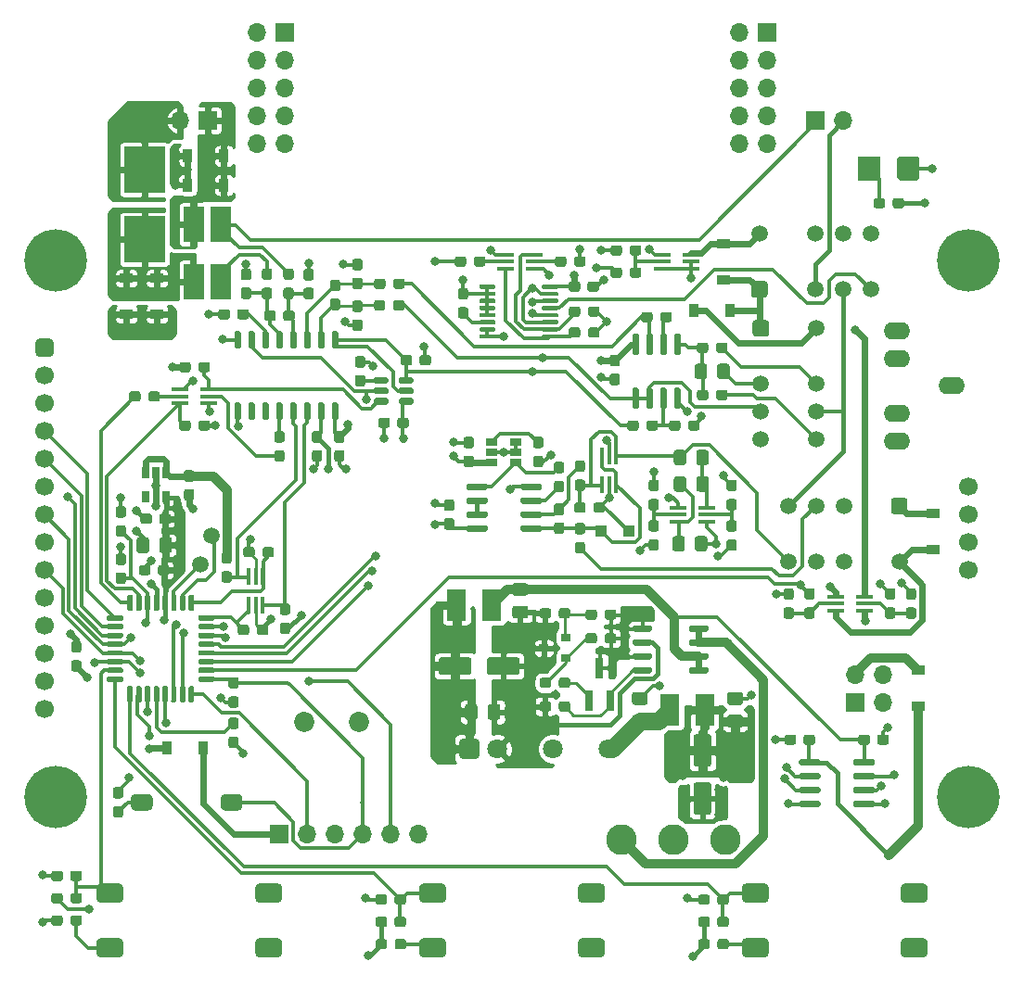
<source format=gbr>
%TF.GenerationSoftware,KiCad,Pcbnew,(5.1.6-0-10_14)*%
%TF.CreationDate,2020-11-20T20:27:55-06:00*%
%TF.ProjectId,Breadboard_DMM,42726561-6462-46f6-9172-645f444d4d2e,rev?*%
%TF.SameCoordinates,Original*%
%TF.FileFunction,Copper,L1,Top*%
%TF.FilePolarity,Positive*%
%FSLAX46Y46*%
G04 Gerber Fmt 4.6, Leading zero omitted, Abs format (unit mm)*
G04 Created by KiCad (PCBNEW (5.1.6-0-10_14)) date 2020-11-20 20:27:55*
%MOMM*%
%LPD*%
G01*
G04 APERTURE LIST*
%TA.AperFunction,ComponentPad*%
%ADD10C,5.700000*%
%TD*%
%TA.AperFunction,ComponentPad*%
%ADD11C,1.700000*%
%TD*%
%TA.AperFunction,SMDPad,CuDef*%
%ADD12R,1.900000X3.250000*%
%TD*%
%TA.AperFunction,ComponentPad*%
%ADD13C,1.500000*%
%TD*%
%TA.AperFunction,ComponentPad*%
%ADD14O,1.700000X1.700000*%
%TD*%
%TA.AperFunction,ComponentPad*%
%ADD15R,1.700000X1.700000*%
%TD*%
%TA.AperFunction,ComponentPad*%
%ADD16C,1.850000*%
%TD*%
%TA.AperFunction,SMDPad,CuDef*%
%ADD17R,1.500000X0.400000*%
%TD*%
%TA.AperFunction,SMDPad,CuDef*%
%ADD18R,1.000000X1.000000*%
%TD*%
%TA.AperFunction,SMDPad,CuDef*%
%ADD19R,0.400000X1.500000*%
%TD*%
%TA.AperFunction,SMDPad,CuDef*%
%ADD20R,1.800000X2.900000*%
%TD*%
%TA.AperFunction,SMDPad,CuDef*%
%ADD21R,3.810000X4.240000*%
%TD*%
%TA.AperFunction,ComponentPad*%
%ADD22C,2.800000*%
%TD*%
%TA.AperFunction,SMDPad,CuDef*%
%ADD23R,0.900000X0.800000*%
%TD*%
%TA.AperFunction,SMDPad,CuDef*%
%ADD24R,1.060000X0.650000*%
%TD*%
%TA.AperFunction,SMDPad,CuDef*%
%ADD25R,0.650000X1.060000*%
%TD*%
%TA.AperFunction,SMDPad,CuDef*%
%ADD26R,0.800000X1.900000*%
%TD*%
%TA.AperFunction,ComponentPad*%
%ADD27C,1.800000*%
%TD*%
%TA.AperFunction,ComponentPad*%
%ADD28O,2.400000X1.600000*%
%TD*%
%TA.AperFunction,SMDPad,CuDef*%
%ADD29R,1.200000X0.900000*%
%TD*%
%TA.AperFunction,SMDPad,CuDef*%
%ADD30R,0.900000X1.200000*%
%TD*%
%TA.AperFunction,SMDPad,CuDef*%
%ADD31R,2.000000X2.200000*%
%TD*%
%TA.AperFunction,ViaPad*%
%ADD32C,0.800000*%
%TD*%
%TA.AperFunction,Conductor*%
%ADD33C,0.609600*%
%TD*%
%TA.AperFunction,Conductor*%
%ADD34C,0.812800*%
%TD*%
%TA.AperFunction,Conductor*%
%ADD35C,0.355600*%
%TD*%
%TA.AperFunction,Conductor*%
%ADD36C,0.406400*%
%TD*%
%TA.AperFunction,Conductor*%
%ADD37C,0.304800*%
%TD*%
%TA.AperFunction,Conductor*%
%ADD38C,1.625600*%
%TD*%
%TA.AperFunction,Conductor*%
%ADD39C,0.254000*%
%TD*%
G04 APERTURE END LIST*
D10*
%TO.P,DS701,*%
%TO.N,*%
X186310801Y-122194800D03*
X186310801Y-73154800D03*
X103010801Y-73154800D03*
X103010801Y-122194800D03*
D11*
%TO.P,DS701,18*%
%TO.N,/MCU & Display/SPI_SCK*%
X186310801Y-101484800D03*
%TO.P,DS701,17*%
%TO.N,/MCU & Display/SPI_MISO*%
X186310801Y-98944800D03*
%TO.P,DS701,16*%
%TO.N,/MCU & Display/SPI_MOSI*%
X186310801Y-96404800D03*
%TO.P,DS701,15*%
%TO.N,/MCU & Display/SPI_SD_CS*%
X186310801Y-93864800D03*
%TO.P,DS701,14*%
%TO.N,Net-(DS701-Pad14)*%
X102010801Y-114174800D03*
%TO.P,DS701,13*%
%TO.N,Net-(DS701-Pad13)*%
X102010801Y-111634800D03*
%TO.P,DS701,12*%
%TO.N,Net-(DS701-Pad12)*%
X102010801Y-109094800D03*
%TO.P,DS701,11*%
%TO.N,Net-(DS701-Pad11)*%
X102010801Y-106554800D03*
%TO.P,DS701,10*%
%TO.N,Net-(DS701-Pad10)*%
X102010801Y-104014800D03*
%TO.P,DS701,9*%
%TO.N,/MCU & Display/SPI_MISO*%
X102010801Y-101474800D03*
%TO.P,DS701,8*%
%TO.N,Net-(DS701-Pad8)*%
X102010801Y-98934800D03*
%TO.P,DS701,7*%
%TO.N,/MCU & Display/SPI_SCK*%
X102010801Y-96394800D03*
%TO.P,DS701,6*%
%TO.N,/MCU & Display/SPI_MOSI*%
X102010801Y-93854800D03*
%TO.P,DS701,5*%
%TO.N,/MCU & Display/LCD_DC*%
X102010801Y-91314800D03*
%TO.P,DS701,4*%
%TO.N,/MCU & Display/LCD_~RESET~*%
X102010801Y-88774800D03*
%TO.P,DS701,3*%
%TO.N,/MCU & Display/SPI_LCD_CS*%
X102010801Y-86234800D03*
%TO.P,DS701,2*%
%TO.N,GND*%
X102010801Y-83694800D03*
%TO.P,DS701,1*%
%TO.N,+3V3*%
%TA.AperFunction,ComponentPad*%
G36*
G01*
X102435801Y-82004800D02*
X101585801Y-82004800D01*
G75*
G02*
X101160801Y-81579800I0J425000D01*
G01*
X101160801Y-80729800D01*
G75*
G02*
X101585801Y-80304800I425000J0D01*
G01*
X102435801Y-80304800D01*
G75*
G02*
X102860801Y-80729800I0J-425000D01*
G01*
X102860801Y-81579800D01*
G75*
G02*
X102435801Y-82004800I-425000J0D01*
G01*
G37*
%TD.AperFunction*%
%TD*%
D12*
%TO.P,R601,1*%
%TO.N,/ADC/I_SENSE+*%
X118090000Y-75142000D03*
X115590000Y-75142000D03*
%TO.P,R601,2*%
%TO.N,/ADC/I_SENSE-*%
X118090000Y-69892000D03*
X115590000Y-69892000D03*
%TD*%
D13*
%TO.P,TP702,1*%
%TO.N,Net-(TP702-Pad1)*%
X116205000Y-100965000D03*
%TD*%
%TO.P,TP701,1*%
%TO.N,Net-(TP701-Pad1)*%
X117221000Y-98298000D03*
%TD*%
D14*
%TO.P,J703,4*%
%TO.N,GND*%
X178562000Y-110998000D03*
%TO.P,J703,3*%
%TO.N,Net-(D702-Pad2)*%
X176022000Y-110998000D03*
%TO.P,J703,2*%
%TO.N,/MCU & Display/MCU_PROG_RX*%
X178562000Y-113538000D03*
D15*
%TO.P,J703,1*%
%TO.N,/MCU & Display/MCU_PROG_TX*%
X176022000Y-113538000D03*
%TD*%
D16*
%TO.P,LS701,2*%
%TO.N,GND*%
X130730000Y-115316000D03*
%TO.P,LS701,1*%
%TO.N,Net-(LS701-Pad1)*%
X125730000Y-115316000D03*
%TD*%
D14*
%TO.P,J701,6*%
%TO.N,Net-(J701-Pad6)*%
X136144000Y-125603000D03*
%TO.P,J701,5*%
%TO.N,/MCU & Display/MCU_NRST*%
X133604000Y-125603000D03*
%TO.P,J701,4*%
%TO.N,/MCU & Display/MCU_SWDIO_BOOT0*%
X131064000Y-125603000D03*
%TO.P,J701,3*%
%TO.N,GND*%
X128524000Y-125603000D03*
%TO.P,J701,2*%
%TO.N,/MCU & Display/MCU_SWCLK*%
X125984000Y-125603000D03*
D15*
%TO.P,J701,1*%
%TO.N,Net-(D701-Pad2)*%
X123444000Y-125603000D03*
%TD*%
%TO.P,R309,2*%
%TO.N,GND*%
%TA.AperFunction,SMDPad,CuDef*%
G36*
G01*
X170163500Y-104171000D02*
X169688500Y-104171000D01*
G75*
G02*
X169451000Y-103933500I0J237500D01*
G01*
X169451000Y-103358500D01*
G75*
G02*
X169688500Y-103121000I237500J0D01*
G01*
X170163500Y-103121000D01*
G75*
G02*
X170401000Y-103358500I0J-237500D01*
G01*
X170401000Y-103933500D01*
G75*
G02*
X170163500Y-104171000I-237500J0D01*
G01*
G37*
%TD.AperFunction*%
%TO.P,R309,1*%
%TO.N,Net-(Q301-Pad2)*%
%TA.AperFunction,SMDPad,CuDef*%
G36*
G01*
X170163500Y-105921000D02*
X169688500Y-105921000D01*
G75*
G02*
X169451000Y-105683500I0J237500D01*
G01*
X169451000Y-105108500D01*
G75*
G02*
X169688500Y-104871000I237500J0D01*
G01*
X170163500Y-104871000D01*
G75*
G02*
X170401000Y-105108500I0J-237500D01*
G01*
X170401000Y-105683500D01*
G75*
G02*
X170163500Y-105921000I-237500J0D01*
G01*
G37*
%TD.AperFunction*%
%TD*%
%TO.P,R308,2*%
%TO.N,Net-(Q301-Pad5)*%
%TA.AperFunction,SMDPad,CuDef*%
G36*
G01*
X180864500Y-104871000D02*
X181339500Y-104871000D01*
G75*
G02*
X181577000Y-105108500I0J-237500D01*
G01*
X181577000Y-105683500D01*
G75*
G02*
X181339500Y-105921000I-237500J0D01*
G01*
X180864500Y-105921000D01*
G75*
G02*
X180627000Y-105683500I0J237500D01*
G01*
X180627000Y-105108500D01*
G75*
G02*
X180864500Y-104871000I237500J0D01*
G01*
G37*
%TD.AperFunction*%
%TO.P,R308,1*%
%TO.N,/Front End/METER_CURRENT_SOURCE_ON*%
%TA.AperFunction,SMDPad,CuDef*%
G36*
G01*
X180864500Y-103121000D02*
X181339500Y-103121000D01*
G75*
G02*
X181577000Y-103358500I0J-237500D01*
G01*
X181577000Y-103933500D01*
G75*
G02*
X181339500Y-104171000I-237500J0D01*
G01*
X180864500Y-104171000D01*
G75*
G02*
X180627000Y-103933500I0J237500D01*
G01*
X180627000Y-103358500D01*
G75*
G02*
X180864500Y-103121000I237500J0D01*
G01*
G37*
%TD.AperFunction*%
%TD*%
%TO.P,R307,2*%
%TO.N,Net-(Q301-Pad2)*%
%TA.AperFunction,SMDPad,CuDef*%
G36*
G01*
X171593500Y-104871000D02*
X172068500Y-104871000D01*
G75*
G02*
X172306000Y-105108500I0J-237500D01*
G01*
X172306000Y-105683500D01*
G75*
G02*
X172068500Y-105921000I-237500J0D01*
G01*
X171593500Y-105921000D01*
G75*
G02*
X171356000Y-105683500I0J237500D01*
G01*
X171356000Y-105108500D01*
G75*
G02*
X171593500Y-104871000I237500J0D01*
G01*
G37*
%TD.AperFunction*%
%TO.P,R307,1*%
%TO.N,/Front End/METER_CURRENT_SOURCE_ON*%
%TA.AperFunction,SMDPad,CuDef*%
G36*
G01*
X171593500Y-103121000D02*
X172068500Y-103121000D01*
G75*
G02*
X172306000Y-103358500I0J-237500D01*
G01*
X172306000Y-103933500D01*
G75*
G02*
X172068500Y-104171000I-237500J0D01*
G01*
X171593500Y-104171000D01*
G75*
G02*
X171356000Y-103933500I0J237500D01*
G01*
X171356000Y-103358500D01*
G75*
G02*
X171593500Y-103121000I237500J0D01*
G01*
G37*
%TD.AperFunction*%
%TD*%
%TO.P,R310,2*%
%TO.N,GND*%
%TA.AperFunction,SMDPad,CuDef*%
G36*
G01*
X179434500Y-104171000D02*
X178959500Y-104171000D01*
G75*
G02*
X178722000Y-103933500I0J237500D01*
G01*
X178722000Y-103358500D01*
G75*
G02*
X178959500Y-103121000I237500J0D01*
G01*
X179434500Y-103121000D01*
G75*
G02*
X179672000Y-103358500I0J-237500D01*
G01*
X179672000Y-103933500D01*
G75*
G02*
X179434500Y-104171000I-237500J0D01*
G01*
G37*
%TD.AperFunction*%
%TO.P,R310,1*%
%TO.N,Net-(Q301-Pad5)*%
%TA.AperFunction,SMDPad,CuDef*%
G36*
G01*
X179434500Y-105921000D02*
X178959500Y-105921000D01*
G75*
G02*
X178722000Y-105683500I0J237500D01*
G01*
X178722000Y-105108500D01*
G75*
G02*
X178959500Y-104871000I237500J0D01*
G01*
X179434500Y-104871000D01*
G75*
G02*
X179672000Y-105108500I0J-237500D01*
G01*
X179672000Y-105683500D01*
G75*
G02*
X179434500Y-105921000I-237500J0D01*
G01*
G37*
%TD.AperFunction*%
%TD*%
D17*
%TO.P,Q301,6*%
%TO.N,Net-(D301-Pad2)*%
X176844000Y-103871000D03*
%TO.P,Q301,5*%
%TO.N,Net-(Q301-Pad5)*%
X176844000Y-104521000D03*
%TO.P,Q301,4*%
%TO.N,GND*%
X176844000Y-105171000D03*
%TO.P,Q301,3*%
%TO.N,Net-(D302-Pad2)*%
X174184000Y-105171000D03*
%TO.P,Q301,2*%
%TO.N,Net-(Q301-Pad2)*%
X174184000Y-104521000D03*
%TO.P,Q301,1*%
%TO.N,GND*%
X174184000Y-103871000D03*
%TD*%
D13*
%TO.P,K501,12*%
%TO.N,Net-(D501-Pad2)*%
X167259000Y-70739000D03*
%TO.P,K501,10*%
%TO.N,N/C*%
X172339000Y-70739000D03*
%TO.P,K501,9*%
X174879000Y-70739000D03*
%TO.P,K501,8*%
X177419000Y-70739000D03*
%TO.P,K501,5*%
%TO.N,Net-(K501-Pad5)*%
X177419000Y-75819000D03*
%TO.P,K501,4*%
%TO.N,/Front End/Calibration Mux/OUTPUT_V+*%
X174879000Y-75819000D03*
%TO.P,K501,3*%
%TO.N,/Front End/V+*%
X172339000Y-75819000D03*
%TO.P,K501,1*%
%TO.N,+5VA*%
%TA.AperFunction,ComponentPad*%
G36*
G01*
X167758500Y-76569000D02*
X166759500Y-76569000D01*
G75*
G02*
X166509000Y-76318500I0J250500D01*
G01*
X166509000Y-75319500D01*
G75*
G02*
X166759500Y-75069000I250500J0D01*
G01*
X167758500Y-75069000D01*
G75*
G02*
X168009000Y-75319500I0J-250500D01*
G01*
X168009000Y-76318500D01*
G75*
G02*
X167758500Y-76569000I-250500J0D01*
G01*
G37*
%TD.AperFunction*%
%TD*%
%TO.P,U202,6*%
%TO.N,VREF_4.096V*%
%TA.AperFunction,SMDPad,CuDef*%
G36*
G01*
X134333000Y-84290000D02*
X134333000Y-83990000D01*
G75*
G02*
X134483000Y-83840000I150000J0D01*
G01*
X135508000Y-83840000D01*
G75*
G02*
X135658000Y-83990000I0J-150000D01*
G01*
X135658000Y-84290000D01*
G75*
G02*
X135508000Y-84440000I-150000J0D01*
G01*
X134483000Y-84440000D01*
G75*
G02*
X134333000Y-84290000I0J150000D01*
G01*
G37*
%TD.AperFunction*%
%TO.P,U202,5*%
%TA.AperFunction,SMDPad,CuDef*%
G36*
G01*
X134333000Y-85240000D02*
X134333000Y-84940000D01*
G75*
G02*
X134483000Y-84790000I150000J0D01*
G01*
X135508000Y-84790000D01*
G75*
G02*
X135658000Y-84940000I0J-150000D01*
G01*
X135658000Y-85240000D01*
G75*
G02*
X135508000Y-85390000I-150000J0D01*
G01*
X134483000Y-85390000D01*
G75*
G02*
X134333000Y-85240000I0J150000D01*
G01*
G37*
%TD.AperFunction*%
%TO.P,U202,4*%
%TO.N,+5VA*%
%TA.AperFunction,SMDPad,CuDef*%
G36*
G01*
X134333000Y-86190000D02*
X134333000Y-85890000D01*
G75*
G02*
X134483000Y-85740000I150000J0D01*
G01*
X135508000Y-85740000D01*
G75*
G02*
X135658000Y-85890000I0J-150000D01*
G01*
X135658000Y-86190000D01*
G75*
G02*
X135508000Y-86340000I-150000J0D01*
G01*
X134483000Y-86340000D01*
G75*
G02*
X134333000Y-86190000I0J150000D01*
G01*
G37*
%TD.AperFunction*%
%TO.P,U202,3*%
%TO.N,Net-(Q201-Pad3)*%
%TA.AperFunction,SMDPad,CuDef*%
G36*
G01*
X132058000Y-86190000D02*
X132058000Y-85890000D01*
G75*
G02*
X132208000Y-85740000I150000J0D01*
G01*
X133233000Y-85740000D01*
G75*
G02*
X133383000Y-85890000I0J-150000D01*
G01*
X133383000Y-86190000D01*
G75*
G02*
X133233000Y-86340000I-150000J0D01*
G01*
X132208000Y-86340000D01*
G75*
G02*
X132058000Y-86190000I0J150000D01*
G01*
G37*
%TD.AperFunction*%
%TO.P,U202,2*%
%TO.N,GND*%
%TA.AperFunction,SMDPad,CuDef*%
G36*
G01*
X132058000Y-85240000D02*
X132058000Y-84940000D01*
G75*
G02*
X132208000Y-84790000I150000J0D01*
G01*
X133233000Y-84790000D01*
G75*
G02*
X133383000Y-84940000I0J-150000D01*
G01*
X133383000Y-85240000D01*
G75*
G02*
X133233000Y-85390000I-150000J0D01*
G01*
X132208000Y-85390000D01*
G75*
G02*
X132058000Y-85240000I0J150000D01*
G01*
G37*
%TD.AperFunction*%
%TO.P,U202,1*%
%TO.N,Net-(C210-Pad1)*%
%TA.AperFunction,SMDPad,CuDef*%
G36*
G01*
X132058000Y-84290000D02*
X132058000Y-83990000D01*
G75*
G02*
X132208000Y-83840000I150000J0D01*
G01*
X133233000Y-83840000D01*
G75*
G02*
X133383000Y-83990000I0J-150000D01*
G01*
X133383000Y-84290000D01*
G75*
G02*
X133233000Y-84440000I-150000J0D01*
G01*
X132208000Y-84440000D01*
G75*
G02*
X132058000Y-84290000I0J150000D01*
G01*
G37*
%TD.AperFunction*%
%TD*%
%TO.P,C708,2*%
%TO.N,GND*%
%TA.AperFunction,SMDPad,CuDef*%
G36*
G01*
X162743000Y-133366500D02*
X162743000Y-133841500D01*
G75*
G02*
X162505500Y-134079000I-237500J0D01*
G01*
X161905500Y-134079000D01*
G75*
G02*
X161668000Y-133841500I0J237500D01*
G01*
X161668000Y-133366500D01*
G75*
G02*
X161905500Y-133129000I237500J0D01*
G01*
X162505500Y-133129000D01*
G75*
G02*
X162743000Y-133366500I0J-237500D01*
G01*
G37*
%TD.AperFunction*%
%TO.P,C708,1*%
%TO.N,/MCU & Display/BTN3*%
%TA.AperFunction,SMDPad,CuDef*%
G36*
G01*
X164468000Y-133366500D02*
X164468000Y-133841500D01*
G75*
G02*
X164230500Y-134079000I-237500J0D01*
G01*
X163630500Y-134079000D01*
G75*
G02*
X163393000Y-133841500I0J237500D01*
G01*
X163393000Y-133366500D01*
G75*
G02*
X163630500Y-133129000I237500J0D01*
G01*
X164230500Y-133129000D01*
G75*
G02*
X164468000Y-133366500I0J-237500D01*
G01*
G37*
%TD.AperFunction*%
%TD*%
%TO.P,C707,2*%
%TO.N,GND*%
%TA.AperFunction,SMDPad,CuDef*%
G36*
G01*
X109203500Y-101021000D02*
X108728500Y-101021000D01*
G75*
G02*
X108491000Y-100783500I0J237500D01*
G01*
X108491000Y-100183500D01*
G75*
G02*
X108728500Y-99946000I237500J0D01*
G01*
X109203500Y-99946000D01*
G75*
G02*
X109441000Y-100183500I0J-237500D01*
G01*
X109441000Y-100783500D01*
G75*
G02*
X109203500Y-101021000I-237500J0D01*
G01*
G37*
%TD.AperFunction*%
%TO.P,C707,1*%
%TO.N,/MCU & Display/MCU_NRST*%
%TA.AperFunction,SMDPad,CuDef*%
G36*
G01*
X109203500Y-102746000D02*
X108728500Y-102746000D01*
G75*
G02*
X108491000Y-102508500I0J237500D01*
G01*
X108491000Y-101908500D01*
G75*
G02*
X108728500Y-101671000I237500J0D01*
G01*
X109203500Y-101671000D01*
G75*
G02*
X109441000Y-101908500I0J-237500D01*
G01*
X109441000Y-102508500D01*
G75*
G02*
X109203500Y-102746000I-237500J0D01*
G01*
G37*
%TD.AperFunction*%
%TD*%
%TO.P,C706,2*%
%TO.N,GND*%
%TA.AperFunction,SMDPad,CuDef*%
G36*
G01*
X133279000Y-133366500D02*
X133279000Y-133841500D01*
G75*
G02*
X133041500Y-134079000I-237500J0D01*
G01*
X132441500Y-134079000D01*
G75*
G02*
X132204000Y-133841500I0J237500D01*
G01*
X132204000Y-133366500D01*
G75*
G02*
X132441500Y-133129000I237500J0D01*
G01*
X133041500Y-133129000D01*
G75*
G02*
X133279000Y-133366500I0J-237500D01*
G01*
G37*
%TD.AperFunction*%
%TO.P,C706,1*%
%TO.N,/MCU & Display/BTN2*%
%TA.AperFunction,SMDPad,CuDef*%
G36*
G01*
X135004000Y-133366500D02*
X135004000Y-133841500D01*
G75*
G02*
X134766500Y-134079000I-237500J0D01*
G01*
X134166500Y-134079000D01*
G75*
G02*
X133929000Y-133841500I0J237500D01*
G01*
X133929000Y-133366500D01*
G75*
G02*
X134166500Y-133129000I237500J0D01*
G01*
X134766500Y-133129000D01*
G75*
G02*
X135004000Y-133366500I0J-237500D01*
G01*
G37*
%TD.AperFunction*%
%TD*%
%TO.P,C705,2*%
%TO.N,GND*%
%TA.AperFunction,SMDPad,CuDef*%
G36*
G01*
X111689000Y-101235500D02*
X111689000Y-101710500D01*
G75*
G02*
X111451500Y-101948000I-237500J0D01*
G01*
X110851500Y-101948000D01*
G75*
G02*
X110614000Y-101710500I0J237500D01*
G01*
X110614000Y-101235500D01*
G75*
G02*
X110851500Y-100998000I237500J0D01*
G01*
X111451500Y-100998000D01*
G75*
G02*
X111689000Y-101235500I0J-237500D01*
G01*
G37*
%TD.AperFunction*%
%TO.P,C705,1*%
%TO.N,+3V3*%
%TA.AperFunction,SMDPad,CuDef*%
G36*
G01*
X113414000Y-101235500D02*
X113414000Y-101710500D01*
G75*
G02*
X113176500Y-101948000I-237500J0D01*
G01*
X112576500Y-101948000D01*
G75*
G02*
X112339000Y-101710500I0J237500D01*
G01*
X112339000Y-101235500D01*
G75*
G02*
X112576500Y-100998000I237500J0D01*
G01*
X113176500Y-100998000D01*
G75*
G02*
X113414000Y-101235500I0J-237500D01*
G01*
G37*
%TD.AperFunction*%
%TD*%
%TO.P,C704,2*%
%TO.N,GND*%
%TA.AperFunction,SMDPad,CuDef*%
G36*
G01*
X111564000Y-98712000D02*
X111564000Y-99662000D01*
G75*
G02*
X111314000Y-99912000I-250000J0D01*
G01*
X110639000Y-99912000D01*
G75*
G02*
X110389000Y-99662000I0J250000D01*
G01*
X110389000Y-98712000D01*
G75*
G02*
X110639000Y-98462000I250000J0D01*
G01*
X111314000Y-98462000D01*
G75*
G02*
X111564000Y-98712000I0J-250000D01*
G01*
G37*
%TD.AperFunction*%
%TO.P,C704,1*%
%TO.N,+3V3*%
%TA.AperFunction,SMDPad,CuDef*%
G36*
G01*
X113639000Y-98712000D02*
X113639000Y-99662000D01*
G75*
G02*
X113389000Y-99912000I-250000J0D01*
G01*
X112714000Y-99912000D01*
G75*
G02*
X112464000Y-99662000I0J250000D01*
G01*
X112464000Y-98712000D01*
G75*
G02*
X112714000Y-98462000I250000J0D01*
G01*
X113389000Y-98462000D01*
G75*
G02*
X113639000Y-98712000I0J-250000D01*
G01*
G37*
%TD.AperFunction*%
%TD*%
%TO.P,C703,2*%
%TO.N,GND*%
%TA.AperFunction,SMDPad,CuDef*%
G36*
G01*
X103688000Y-129175500D02*
X103688000Y-129650500D01*
G75*
G02*
X103450500Y-129888000I-237500J0D01*
G01*
X102850500Y-129888000D01*
G75*
G02*
X102613000Y-129650500I0J237500D01*
G01*
X102613000Y-129175500D01*
G75*
G02*
X102850500Y-128938000I237500J0D01*
G01*
X103450500Y-128938000D01*
G75*
G02*
X103688000Y-129175500I0J-237500D01*
G01*
G37*
%TD.AperFunction*%
%TO.P,C703,1*%
%TO.N,/MCU & Display/BTN1*%
%TA.AperFunction,SMDPad,CuDef*%
G36*
G01*
X105413000Y-129175500D02*
X105413000Y-129650500D01*
G75*
G02*
X105175500Y-129888000I-237500J0D01*
G01*
X104575500Y-129888000D01*
G75*
G02*
X104338000Y-129650500I0J237500D01*
G01*
X104338000Y-129175500D01*
G75*
G02*
X104575500Y-128938000I237500J0D01*
G01*
X105175500Y-128938000D01*
G75*
G02*
X105413000Y-129175500I0J-237500D01*
G01*
G37*
%TD.AperFunction*%
%TD*%
%TO.P,C702,2*%
%TO.N,GNDL*%
%TA.AperFunction,SMDPad,CuDef*%
G36*
G01*
X177998000Y-117204500D02*
X177998000Y-116729500D01*
G75*
G02*
X178235500Y-116492000I237500J0D01*
G01*
X178835500Y-116492000D01*
G75*
G02*
X179073000Y-116729500I0J-237500D01*
G01*
X179073000Y-117204500D01*
G75*
G02*
X178835500Y-117442000I-237500J0D01*
G01*
X178235500Y-117442000D01*
G75*
G02*
X177998000Y-117204500I0J237500D01*
G01*
G37*
%TD.AperFunction*%
%TO.P,C702,1*%
%TO.N,+5VL*%
%TA.AperFunction,SMDPad,CuDef*%
G36*
G01*
X176273000Y-117204500D02*
X176273000Y-116729500D01*
G75*
G02*
X176510500Y-116492000I237500J0D01*
G01*
X177110500Y-116492000D01*
G75*
G02*
X177348000Y-116729500I0J-237500D01*
G01*
X177348000Y-117204500D01*
G75*
G02*
X177110500Y-117442000I-237500J0D01*
G01*
X176510500Y-117442000D01*
G75*
G02*
X176273000Y-117204500I0J237500D01*
G01*
G37*
%TD.AperFunction*%
%TD*%
%TO.P,C701,2*%
%TO.N,GND*%
%TA.AperFunction,SMDPad,CuDef*%
G36*
G01*
X170617000Y-116729500D02*
X170617000Y-117204500D01*
G75*
G02*
X170379500Y-117442000I-237500J0D01*
G01*
X169779500Y-117442000D01*
G75*
G02*
X169542000Y-117204500I0J237500D01*
G01*
X169542000Y-116729500D01*
G75*
G02*
X169779500Y-116492000I237500J0D01*
G01*
X170379500Y-116492000D01*
G75*
G02*
X170617000Y-116729500I0J-237500D01*
G01*
G37*
%TD.AperFunction*%
%TO.P,C701,1*%
%TO.N,+3V3*%
%TA.AperFunction,SMDPad,CuDef*%
G36*
G01*
X172342000Y-116729500D02*
X172342000Y-117204500D01*
G75*
G02*
X172104500Y-117442000I-237500J0D01*
G01*
X171504500Y-117442000D01*
G75*
G02*
X171267000Y-117204500I0J237500D01*
G01*
X171267000Y-116729500D01*
G75*
G02*
X171504500Y-116492000I237500J0D01*
G01*
X172104500Y-116492000D01*
G75*
G02*
X172342000Y-116729500I0J-237500D01*
G01*
G37*
%TD.AperFunction*%
%TD*%
%TO.P,C501,2*%
%TO.N,GND*%
%TA.AperFunction,SMDPad,CuDef*%
G36*
G01*
X151555500Y-75802500D02*
X151555500Y-75327500D01*
G75*
G02*
X151793000Y-75090000I237500J0D01*
G01*
X152393000Y-75090000D01*
G75*
G02*
X152630500Y-75327500I0J-237500D01*
G01*
X152630500Y-75802500D01*
G75*
G02*
X152393000Y-76040000I-237500J0D01*
G01*
X151793000Y-76040000D01*
G75*
G02*
X151555500Y-75802500I0J237500D01*
G01*
G37*
%TD.AperFunction*%
%TO.P,C501,1*%
%TO.N,+5VA*%
%TA.AperFunction,SMDPad,CuDef*%
G36*
G01*
X149830500Y-75802500D02*
X149830500Y-75327500D01*
G75*
G02*
X150068000Y-75090000I237500J0D01*
G01*
X150668000Y-75090000D01*
G75*
G02*
X150905500Y-75327500I0J-237500D01*
G01*
X150905500Y-75802500D01*
G75*
G02*
X150668000Y-76040000I-237500J0D01*
G01*
X150068000Y-76040000D01*
G75*
G02*
X149830500Y-75802500I0J237500D01*
G01*
G37*
%TD.AperFunction*%
%TD*%
%TO.P,C403,1*%
%TO.N,Net-(C403-Pad1)*%
%TA.AperFunction,SMDPad,CuDef*%
G36*
G01*
X149208500Y-98174000D02*
X148733500Y-98174000D01*
G75*
G02*
X148496000Y-97936500I0J237500D01*
G01*
X148496000Y-97336500D01*
G75*
G02*
X148733500Y-97099000I237500J0D01*
G01*
X149208500Y-97099000D01*
G75*
G02*
X149446000Y-97336500I0J-237500D01*
G01*
X149446000Y-97936500D01*
G75*
G02*
X149208500Y-98174000I-237500J0D01*
G01*
G37*
%TD.AperFunction*%
%TO.P,C403,2*%
%TO.N,Net-(C403-Pad2)*%
%TA.AperFunction,SMDPad,CuDef*%
G36*
G01*
X149208500Y-96449000D02*
X148733500Y-96449000D01*
G75*
G02*
X148496000Y-96211500I0J237500D01*
G01*
X148496000Y-95611500D01*
G75*
G02*
X148733500Y-95374000I237500J0D01*
G01*
X149208500Y-95374000D01*
G75*
G02*
X149446000Y-95611500I0J-237500D01*
G01*
X149446000Y-96211500D01*
G75*
G02*
X149208500Y-96449000I-237500J0D01*
G01*
G37*
%TD.AperFunction*%
%TD*%
%TO.P,C402,1*%
%TO.N,+5VA*%
%TA.AperFunction,SMDPad,CuDef*%
G36*
G01*
X139175500Y-97793000D02*
X138700500Y-97793000D01*
G75*
G02*
X138463000Y-97555500I0J237500D01*
G01*
X138463000Y-96955500D01*
G75*
G02*
X138700500Y-96718000I237500J0D01*
G01*
X139175500Y-96718000D01*
G75*
G02*
X139413000Y-96955500I0J-237500D01*
G01*
X139413000Y-97555500D01*
G75*
G02*
X139175500Y-97793000I-237500J0D01*
G01*
G37*
%TD.AperFunction*%
%TO.P,C402,2*%
%TO.N,GND*%
%TA.AperFunction,SMDPad,CuDef*%
G36*
G01*
X139175500Y-96068000D02*
X138700500Y-96068000D01*
G75*
G02*
X138463000Y-95830500I0J237500D01*
G01*
X138463000Y-95230500D01*
G75*
G02*
X138700500Y-94993000I237500J0D01*
G01*
X139175500Y-94993000D01*
G75*
G02*
X139413000Y-95230500I0J-237500D01*
G01*
X139413000Y-95830500D01*
G75*
G02*
X139175500Y-96068000I-237500J0D01*
G01*
G37*
%TD.AperFunction*%
%TD*%
%TO.P,C401,1*%
%TO.N,+5VA*%
%TA.AperFunction,SMDPad,CuDef*%
G36*
G01*
X140953500Y-92078000D02*
X140478500Y-92078000D01*
G75*
G02*
X140241000Y-91840500I0J237500D01*
G01*
X140241000Y-91240500D01*
G75*
G02*
X140478500Y-91003000I237500J0D01*
G01*
X140953500Y-91003000D01*
G75*
G02*
X141191000Y-91240500I0J-237500D01*
G01*
X141191000Y-91840500D01*
G75*
G02*
X140953500Y-92078000I-237500J0D01*
G01*
G37*
%TD.AperFunction*%
%TO.P,C401,2*%
%TO.N,GND*%
%TA.AperFunction,SMDPad,CuDef*%
G36*
G01*
X140953500Y-90353000D02*
X140478500Y-90353000D01*
G75*
G02*
X140241000Y-90115500I0J237500D01*
G01*
X140241000Y-89515500D01*
G75*
G02*
X140478500Y-89278000I237500J0D01*
G01*
X140953500Y-89278000D01*
G75*
G02*
X141191000Y-89515500I0J-237500D01*
G01*
X141191000Y-90115500D01*
G75*
G02*
X140953500Y-90353000I-237500J0D01*
G01*
G37*
%TD.AperFunction*%
%TD*%
%TO.P,C301,2*%
%TO.N,GND*%
%TA.AperFunction,SMDPad,CuDef*%
G36*
G01*
X153813500Y-83510000D02*
X154288500Y-83510000D01*
G75*
G02*
X154526000Y-83747500I0J-237500D01*
G01*
X154526000Y-84347500D01*
G75*
G02*
X154288500Y-84585000I-237500J0D01*
G01*
X153813500Y-84585000D01*
G75*
G02*
X153576000Y-84347500I0J237500D01*
G01*
X153576000Y-83747500D01*
G75*
G02*
X153813500Y-83510000I237500J0D01*
G01*
G37*
%TD.AperFunction*%
%TO.P,C301,1*%
%TO.N,+5VA*%
%TA.AperFunction,SMDPad,CuDef*%
G36*
G01*
X153813500Y-81785000D02*
X154288500Y-81785000D01*
G75*
G02*
X154526000Y-82022500I0J-237500D01*
G01*
X154526000Y-82622500D01*
G75*
G02*
X154288500Y-82860000I-237500J0D01*
G01*
X153813500Y-82860000D01*
G75*
G02*
X153576000Y-82622500I0J237500D01*
G01*
X153576000Y-82022500D01*
G75*
G02*
X153813500Y-81785000I237500J0D01*
G01*
G37*
%TD.AperFunction*%
%TD*%
%TO.P,C212,2*%
%TO.N,GND*%
%TA.AperFunction,SMDPad,CuDef*%
G36*
G01*
X118928000Y-77867500D02*
X118928000Y-78342500D01*
G75*
G02*
X118690500Y-78580000I-237500J0D01*
G01*
X118090500Y-78580000D01*
G75*
G02*
X117853000Y-78342500I0J237500D01*
G01*
X117853000Y-77867500D01*
G75*
G02*
X118090500Y-77630000I237500J0D01*
G01*
X118690500Y-77630000D01*
G75*
G02*
X118928000Y-77867500I0J-237500D01*
G01*
G37*
%TD.AperFunction*%
%TO.P,C212,1*%
%TO.N,Net-(C212-Pad1)*%
%TA.AperFunction,SMDPad,CuDef*%
G36*
G01*
X120653000Y-77867500D02*
X120653000Y-78342500D01*
G75*
G02*
X120415500Y-78580000I-237500J0D01*
G01*
X119815500Y-78580000D01*
G75*
G02*
X119578000Y-78342500I0J237500D01*
G01*
X119578000Y-77867500D01*
G75*
G02*
X119815500Y-77630000I237500J0D01*
G01*
X120415500Y-77630000D01*
G75*
G02*
X120653000Y-77867500I0J-237500D01*
G01*
G37*
%TD.AperFunction*%
%TD*%
%TO.P,C211,2*%
%TO.N,GND*%
%TA.AperFunction,SMDPad,CuDef*%
G36*
G01*
X136215000Y-82533500D02*
X136215000Y-82058500D01*
G75*
G02*
X136452500Y-81821000I237500J0D01*
G01*
X137052500Y-81821000D01*
G75*
G02*
X137290000Y-82058500I0J-237500D01*
G01*
X137290000Y-82533500D01*
G75*
G02*
X137052500Y-82771000I-237500J0D01*
G01*
X136452500Y-82771000D01*
G75*
G02*
X136215000Y-82533500I0J237500D01*
G01*
G37*
%TD.AperFunction*%
%TO.P,C211,1*%
%TO.N,VREF_4.096V*%
%TA.AperFunction,SMDPad,CuDef*%
G36*
G01*
X134490000Y-82533500D02*
X134490000Y-82058500D01*
G75*
G02*
X134727500Y-81821000I237500J0D01*
G01*
X135327500Y-81821000D01*
G75*
G02*
X135565000Y-82058500I0J-237500D01*
G01*
X135565000Y-82533500D01*
G75*
G02*
X135327500Y-82771000I-237500J0D01*
G01*
X134727500Y-82771000D01*
G75*
G02*
X134490000Y-82533500I0J237500D01*
G01*
G37*
%TD.AperFunction*%
%TD*%
%TO.P,C210,2*%
%TO.N,GND*%
%TA.AperFunction,SMDPad,CuDef*%
G36*
G01*
X131047500Y-82987000D02*
X130572500Y-82987000D01*
G75*
G02*
X130335000Y-82749500I0J237500D01*
G01*
X130335000Y-82149500D01*
G75*
G02*
X130572500Y-81912000I237500J0D01*
G01*
X131047500Y-81912000D01*
G75*
G02*
X131285000Y-82149500I0J-237500D01*
G01*
X131285000Y-82749500D01*
G75*
G02*
X131047500Y-82987000I-237500J0D01*
G01*
G37*
%TD.AperFunction*%
%TO.P,C210,1*%
%TO.N,Net-(C210-Pad1)*%
%TA.AperFunction,SMDPad,CuDef*%
G36*
G01*
X131047500Y-84712000D02*
X130572500Y-84712000D01*
G75*
G02*
X130335000Y-84474500I0J237500D01*
G01*
X130335000Y-83874500D01*
G75*
G02*
X130572500Y-83637000I237500J0D01*
G01*
X131047500Y-83637000D01*
G75*
G02*
X131285000Y-83874500I0J-237500D01*
G01*
X131285000Y-84474500D01*
G75*
G02*
X131047500Y-84712000I-237500J0D01*
G01*
G37*
%TD.AperFunction*%
%TD*%
%TO.P,C209,2*%
%TO.N,GND*%
%TA.AperFunction,SMDPad,CuDef*%
G36*
G01*
X133533000Y-87773500D02*
X133533000Y-88248500D01*
G75*
G02*
X133295500Y-88486000I-237500J0D01*
G01*
X132695500Y-88486000D01*
G75*
G02*
X132458000Y-88248500I0J237500D01*
G01*
X132458000Y-87773500D01*
G75*
G02*
X132695500Y-87536000I237500J0D01*
G01*
X133295500Y-87536000D01*
G75*
G02*
X133533000Y-87773500I0J-237500D01*
G01*
G37*
%TD.AperFunction*%
%TO.P,C209,1*%
%TO.N,+5VA*%
%TA.AperFunction,SMDPad,CuDef*%
G36*
G01*
X135258000Y-87773500D02*
X135258000Y-88248500D01*
G75*
G02*
X135020500Y-88486000I-237500J0D01*
G01*
X134420500Y-88486000D01*
G75*
G02*
X134183000Y-88248500I0J237500D01*
G01*
X134183000Y-87773500D01*
G75*
G02*
X134420500Y-87536000I237500J0D01*
G01*
X135020500Y-87536000D01*
G75*
G02*
X135258000Y-87773500I0J-237500D01*
G01*
G37*
%TD.AperFunction*%
%TD*%
%TO.P,C208,2*%
%TO.N,GND*%
%TA.AperFunction,SMDPad,CuDef*%
G36*
G01*
X126635500Y-90495000D02*
X127110500Y-90495000D01*
G75*
G02*
X127348000Y-90732500I0J-237500D01*
G01*
X127348000Y-91332500D01*
G75*
G02*
X127110500Y-91570000I-237500J0D01*
G01*
X126635500Y-91570000D01*
G75*
G02*
X126398000Y-91332500I0J237500D01*
G01*
X126398000Y-90732500D01*
G75*
G02*
X126635500Y-90495000I237500J0D01*
G01*
G37*
%TD.AperFunction*%
%TO.P,C208,1*%
%TO.N,+5VD*%
%TA.AperFunction,SMDPad,CuDef*%
G36*
G01*
X126635500Y-88770000D02*
X127110500Y-88770000D01*
G75*
G02*
X127348000Y-89007500I0J-237500D01*
G01*
X127348000Y-89607500D01*
G75*
G02*
X127110500Y-89845000I-237500J0D01*
G01*
X126635500Y-89845000D01*
G75*
G02*
X126398000Y-89607500I0J237500D01*
G01*
X126398000Y-89007500D01*
G75*
G02*
X126635500Y-88770000I237500J0D01*
G01*
G37*
%TD.AperFunction*%
%TD*%
%TO.P,C207,2*%
%TO.N,+5VA*%
%TA.AperFunction,SMDPad,CuDef*%
G36*
G01*
X129142500Y-89845000D02*
X128667500Y-89845000D01*
G75*
G02*
X128430000Y-89607500I0J237500D01*
G01*
X128430000Y-89007500D01*
G75*
G02*
X128667500Y-88770000I237500J0D01*
G01*
X129142500Y-88770000D01*
G75*
G02*
X129380000Y-89007500I0J-237500D01*
G01*
X129380000Y-89607500D01*
G75*
G02*
X129142500Y-89845000I-237500J0D01*
G01*
G37*
%TD.AperFunction*%
%TO.P,C207,1*%
%TO.N,GND*%
%TA.AperFunction,SMDPad,CuDef*%
G36*
G01*
X129142500Y-91570000D02*
X128667500Y-91570000D01*
G75*
G02*
X128430000Y-91332500I0J237500D01*
G01*
X128430000Y-90732500D01*
G75*
G02*
X128667500Y-90495000I237500J0D01*
G01*
X129142500Y-90495000D01*
G75*
G02*
X129380000Y-90732500I0J-237500D01*
G01*
X129380000Y-91332500D01*
G75*
G02*
X129142500Y-91570000I-237500J0D01*
G01*
G37*
%TD.AperFunction*%
%TD*%
%TO.P,C206,2*%
%TO.N,GND*%
%TA.AperFunction,SMDPad,CuDef*%
G36*
G01*
X126348500Y-75012500D02*
X125873500Y-75012500D01*
G75*
G02*
X125636000Y-74775000I0J237500D01*
G01*
X125636000Y-74175000D01*
G75*
G02*
X125873500Y-73937500I237500J0D01*
G01*
X126348500Y-73937500D01*
G75*
G02*
X126586000Y-74175000I0J-237500D01*
G01*
X126586000Y-74775000D01*
G75*
G02*
X126348500Y-75012500I-237500J0D01*
G01*
G37*
%TD.AperFunction*%
%TO.P,C206,1*%
%TO.N,/ADC/I_SENSE-_FILTERED*%
%TA.AperFunction,SMDPad,CuDef*%
G36*
G01*
X126348500Y-76737500D02*
X125873500Y-76737500D01*
G75*
G02*
X125636000Y-76500000I0J237500D01*
G01*
X125636000Y-75900000D01*
G75*
G02*
X125873500Y-75662500I237500J0D01*
G01*
X126348500Y-75662500D01*
G75*
G02*
X126586000Y-75900000I0J-237500D01*
G01*
X126586000Y-76500000D01*
G75*
G02*
X126348500Y-76737500I-237500J0D01*
G01*
G37*
%TD.AperFunction*%
%TD*%
%TO.P,C205,2*%
%TO.N,GND*%
%TA.AperFunction,SMDPad,CuDef*%
G36*
G01*
X130318500Y-78557000D02*
X130793500Y-78557000D01*
G75*
G02*
X131031000Y-78794500I0J-237500D01*
G01*
X131031000Y-79394500D01*
G75*
G02*
X130793500Y-79632000I-237500J0D01*
G01*
X130318500Y-79632000D01*
G75*
G02*
X130081000Y-79394500I0J237500D01*
G01*
X130081000Y-78794500D01*
G75*
G02*
X130318500Y-78557000I237500J0D01*
G01*
G37*
%TD.AperFunction*%
%TO.P,C205,1*%
%TO.N,/ADC/VREF_2.048V_FILTERED*%
%TA.AperFunction,SMDPad,CuDef*%
G36*
G01*
X130318500Y-76832000D02*
X130793500Y-76832000D01*
G75*
G02*
X131031000Y-77069500I0J-237500D01*
G01*
X131031000Y-77669500D01*
G75*
G02*
X130793500Y-77907000I-237500J0D01*
G01*
X130318500Y-77907000D01*
G75*
G02*
X130081000Y-77669500I0J237500D01*
G01*
X130081000Y-77069500D01*
G75*
G02*
X130318500Y-76832000I237500J0D01*
G01*
G37*
%TD.AperFunction*%
%TD*%
%TO.P,C204,1*%
%TO.N,/ADC/I_SENSE+_FILTERED*%
%TA.AperFunction,SMDPad,CuDef*%
G36*
G01*
X122044000Y-78469500D02*
X122044000Y-77994500D01*
G75*
G02*
X122281500Y-77757000I237500J0D01*
G01*
X122881500Y-77757000D01*
G75*
G02*
X123119000Y-77994500I0J-237500D01*
G01*
X123119000Y-78469500D01*
G75*
G02*
X122881500Y-78707000I-237500J0D01*
G01*
X122281500Y-78707000D01*
G75*
G02*
X122044000Y-78469500I0J237500D01*
G01*
G37*
%TD.AperFunction*%
%TO.P,C204,2*%
%TO.N,/ADC/I_SENSE-_FILTERED*%
%TA.AperFunction,SMDPad,CuDef*%
G36*
G01*
X123769000Y-78469500D02*
X123769000Y-77994500D01*
G75*
G02*
X124006500Y-77757000I237500J0D01*
G01*
X124606500Y-77757000D01*
G75*
G02*
X124844000Y-77994500I0J-237500D01*
G01*
X124844000Y-78469500D01*
G75*
G02*
X124606500Y-78707000I-237500J0D01*
G01*
X124006500Y-78707000D01*
G75*
G02*
X123769000Y-78469500I0J237500D01*
G01*
G37*
%TD.AperFunction*%
%TD*%
%TO.P,C203,2*%
%TO.N,/ADC/VREF_2.048V_FILTERED*%
%TA.AperFunction,SMDPad,CuDef*%
G36*
G01*
X128286500Y-76652000D02*
X128761500Y-76652000D01*
G75*
G02*
X128999000Y-76889500I0J-237500D01*
G01*
X128999000Y-77489500D01*
G75*
G02*
X128761500Y-77727000I-237500J0D01*
G01*
X128286500Y-77727000D01*
G75*
G02*
X128049000Y-77489500I0J237500D01*
G01*
X128049000Y-76889500D01*
G75*
G02*
X128286500Y-76652000I237500J0D01*
G01*
G37*
%TD.AperFunction*%
%TO.P,C203,1*%
%TO.N,/ADC/V+_INPUT_FILTERED*%
%TA.AperFunction,SMDPad,CuDef*%
G36*
G01*
X128286500Y-74927000D02*
X128761500Y-74927000D01*
G75*
G02*
X128999000Y-75164500I0J-237500D01*
G01*
X128999000Y-75764500D01*
G75*
G02*
X128761500Y-76002000I-237500J0D01*
G01*
X128286500Y-76002000D01*
G75*
G02*
X128049000Y-75764500I0J237500D01*
G01*
X128049000Y-75164500D01*
G75*
G02*
X128286500Y-74927000I237500J0D01*
G01*
G37*
%TD.AperFunction*%
%TD*%
%TO.P,C202,2*%
%TO.N,GND*%
%TA.AperFunction,SMDPad,CuDef*%
G36*
G01*
X120633500Y-74986000D02*
X120158500Y-74986000D01*
G75*
G02*
X119921000Y-74748500I0J237500D01*
G01*
X119921000Y-74148500D01*
G75*
G02*
X120158500Y-73911000I237500J0D01*
G01*
X120633500Y-73911000D01*
G75*
G02*
X120871000Y-74148500I0J-237500D01*
G01*
X120871000Y-74748500D01*
G75*
G02*
X120633500Y-74986000I-237500J0D01*
G01*
G37*
%TD.AperFunction*%
%TO.P,C202,1*%
%TO.N,/ADC/I_SENSE+_FILTERED*%
%TA.AperFunction,SMDPad,CuDef*%
G36*
G01*
X120633500Y-76711000D02*
X120158500Y-76711000D01*
G75*
G02*
X119921000Y-76473500I0J237500D01*
G01*
X119921000Y-75873500D01*
G75*
G02*
X120158500Y-75636000I237500J0D01*
G01*
X120633500Y-75636000D01*
G75*
G02*
X120871000Y-75873500I0J-237500D01*
G01*
X120871000Y-76473500D01*
G75*
G02*
X120633500Y-76711000I-237500J0D01*
G01*
G37*
%TD.AperFunction*%
%TD*%
%TO.P,C201,2*%
%TO.N,GND*%
%TA.AperFunction,SMDPad,CuDef*%
G36*
G01*
X130793500Y-74097000D02*
X130318500Y-74097000D01*
G75*
G02*
X130081000Y-73859500I0J237500D01*
G01*
X130081000Y-73259500D01*
G75*
G02*
X130318500Y-73022000I237500J0D01*
G01*
X130793500Y-73022000D01*
G75*
G02*
X131031000Y-73259500I0J-237500D01*
G01*
X131031000Y-73859500D01*
G75*
G02*
X130793500Y-74097000I-237500J0D01*
G01*
G37*
%TD.AperFunction*%
%TO.P,C201,1*%
%TO.N,/ADC/V+_INPUT_FILTERED*%
%TA.AperFunction,SMDPad,CuDef*%
G36*
G01*
X130793500Y-75822000D02*
X130318500Y-75822000D01*
G75*
G02*
X130081000Y-75584500I0J237500D01*
G01*
X130081000Y-74984500D01*
G75*
G02*
X130318500Y-74747000I237500J0D01*
G01*
X130793500Y-74747000D01*
G75*
G02*
X131031000Y-74984500I0J-237500D01*
G01*
X131031000Y-75584500D01*
G75*
G02*
X130793500Y-75822000I-237500J0D01*
G01*
G37*
%TD.AperFunction*%
%TD*%
%TO.P,C108,2*%
%TO.N,GND*%
%TA.AperFunction,SMDPad,CuDef*%
G36*
G01*
X111816000Y-96536500D02*
X111816000Y-97011500D01*
G75*
G02*
X111578500Y-97249000I-237500J0D01*
G01*
X110978500Y-97249000D01*
G75*
G02*
X110741000Y-97011500I0J237500D01*
G01*
X110741000Y-96536500D01*
G75*
G02*
X110978500Y-96299000I237500J0D01*
G01*
X111578500Y-96299000D01*
G75*
G02*
X111816000Y-96536500I0J-237500D01*
G01*
G37*
%TD.AperFunction*%
%TO.P,C108,1*%
%TO.N,+3V3*%
%TA.AperFunction,SMDPad,CuDef*%
G36*
G01*
X113541000Y-96536500D02*
X113541000Y-97011500D01*
G75*
G02*
X113303500Y-97249000I-237500J0D01*
G01*
X112703500Y-97249000D01*
G75*
G02*
X112466000Y-97011500I0J237500D01*
G01*
X112466000Y-96536500D01*
G75*
G02*
X112703500Y-96299000I237500J0D01*
G01*
X113303500Y-96299000D01*
G75*
G02*
X113541000Y-96536500I0J-237500D01*
G01*
G37*
%TD.AperFunction*%
%TD*%
%TO.P,C107,2*%
%TO.N,GND*%
%TA.AperFunction,SMDPad,CuDef*%
G36*
G01*
X114951500Y-94051000D02*
X115426500Y-94051000D01*
G75*
G02*
X115664000Y-94288500I0J-237500D01*
G01*
X115664000Y-94888500D01*
G75*
G02*
X115426500Y-95126000I-237500J0D01*
G01*
X114951500Y-95126000D01*
G75*
G02*
X114714000Y-94888500I0J237500D01*
G01*
X114714000Y-94288500D01*
G75*
G02*
X114951500Y-94051000I237500J0D01*
G01*
G37*
%TD.AperFunction*%
%TO.P,C107,1*%
%TO.N,+5VD*%
%TA.AperFunction,SMDPad,CuDef*%
G36*
G01*
X114951500Y-92326000D02*
X115426500Y-92326000D01*
G75*
G02*
X115664000Y-92563500I0J-237500D01*
G01*
X115664000Y-93163500D01*
G75*
G02*
X115426500Y-93401000I-237500J0D01*
G01*
X114951500Y-93401000D01*
G75*
G02*
X114714000Y-93163500I0J237500D01*
G01*
X114714000Y-92563500D01*
G75*
G02*
X114951500Y-92326000I237500J0D01*
G01*
G37*
%TD.AperFunction*%
%TD*%
%TO.P,C105,2*%
%TO.N,GND*%
%TA.AperFunction,SMDPad,CuDef*%
G36*
G01*
X165511500Y-113786500D02*
X164561500Y-113786500D01*
G75*
G02*
X164311500Y-113536500I0J250000D01*
G01*
X164311500Y-112861500D01*
G75*
G02*
X164561500Y-112611500I250000J0D01*
G01*
X165511500Y-112611500D01*
G75*
G02*
X165761500Y-112861500I0J-250000D01*
G01*
X165761500Y-113536500D01*
G75*
G02*
X165511500Y-113786500I-250000J0D01*
G01*
G37*
%TD.AperFunction*%
%TO.P,C105,1*%
%TO.N,+5VA*%
%TA.AperFunction,SMDPad,CuDef*%
G36*
G01*
X165511500Y-115861500D02*
X164561500Y-115861500D01*
G75*
G02*
X164311500Y-115611500I0J250000D01*
G01*
X164311500Y-114936500D01*
G75*
G02*
X164561500Y-114686500I250000J0D01*
G01*
X165511500Y-114686500D01*
G75*
G02*
X165761500Y-114936500I0J-250000D01*
G01*
X165761500Y-115611500D01*
G75*
G02*
X165511500Y-115861500I-250000J0D01*
G01*
G37*
%TD.AperFunction*%
%TD*%
%TO.P,C104,2*%
%TO.N,GND*%
%TA.AperFunction,SMDPad,CuDef*%
G36*
G01*
X156812000Y-113786500D02*
X155862000Y-113786500D01*
G75*
G02*
X155612000Y-113536500I0J250000D01*
G01*
X155612000Y-112861500D01*
G75*
G02*
X155862000Y-112611500I250000J0D01*
G01*
X156812000Y-112611500D01*
G75*
G02*
X157062000Y-112861500I0J-250000D01*
G01*
X157062000Y-113536500D01*
G75*
G02*
X156812000Y-113786500I-250000J0D01*
G01*
G37*
%TD.AperFunction*%
%TO.P,C104,1*%
%TO.N,+5VD*%
%TA.AperFunction,SMDPad,CuDef*%
G36*
G01*
X156812000Y-115861500D02*
X155862000Y-115861500D01*
G75*
G02*
X155612000Y-115611500I0J250000D01*
G01*
X155612000Y-114936500D01*
G75*
G02*
X155862000Y-114686500I250000J0D01*
G01*
X156812000Y-114686500D01*
G75*
G02*
X157062000Y-114936500I0J-250000D01*
G01*
X157062000Y-115611500D01*
G75*
G02*
X156812000Y-115861500I-250000J0D01*
G01*
G37*
%TD.AperFunction*%
%TD*%
%TO.P,C102,2*%
%TO.N,GNDL*%
%TA.AperFunction,SMDPad,CuDef*%
G36*
G01*
X142436000Y-114902000D02*
X142436000Y-113952000D01*
G75*
G02*
X142686000Y-113702000I250000J0D01*
G01*
X143361000Y-113702000D01*
G75*
G02*
X143611000Y-113952000I0J-250000D01*
G01*
X143611000Y-114902000D01*
G75*
G02*
X143361000Y-115152000I-250000J0D01*
G01*
X142686000Y-115152000D01*
G75*
G02*
X142436000Y-114902000I0J250000D01*
G01*
G37*
%TD.AperFunction*%
%TO.P,C102,1*%
%TO.N,/V_IN_ISOLATOR*%
%TA.AperFunction,SMDPad,CuDef*%
G36*
G01*
X140361000Y-114902000D02*
X140361000Y-113952000D01*
G75*
G02*
X140611000Y-113702000I250000J0D01*
G01*
X141286000Y-113702000D01*
G75*
G02*
X141536000Y-113952000I0J-250000D01*
G01*
X141536000Y-114902000D01*
G75*
G02*
X141286000Y-115152000I-250000J0D01*
G01*
X140611000Y-115152000D01*
G75*
G02*
X140361000Y-114902000I0J250000D01*
G01*
G37*
%TD.AperFunction*%
%TD*%
%TO.P,C101,1*%
%TO.N,+5VL*%
%TA.AperFunction,SMDPad,CuDef*%
G36*
G01*
X144940000Y-102642000D02*
X145890000Y-102642000D01*
G75*
G02*
X146140000Y-102892000I0J-250000D01*
G01*
X146140000Y-103567000D01*
G75*
G02*
X145890000Y-103817000I-250000J0D01*
G01*
X144940000Y-103817000D01*
G75*
G02*
X144690000Y-103567000I0J250000D01*
G01*
X144690000Y-102892000D01*
G75*
G02*
X144940000Y-102642000I250000J0D01*
G01*
G37*
%TD.AperFunction*%
%TO.P,C101,2*%
%TO.N,GNDL*%
%TA.AperFunction,SMDPad,CuDef*%
G36*
G01*
X144940000Y-104717000D02*
X145890000Y-104717000D01*
G75*
G02*
X146140000Y-104967000I0J-250000D01*
G01*
X146140000Y-105642000D01*
G75*
G02*
X145890000Y-105892000I-250000J0D01*
G01*
X144940000Y-105892000D01*
G75*
G02*
X144690000Y-105642000I0J250000D01*
G01*
X144690000Y-104967000D01*
G75*
G02*
X144940000Y-104717000I250000J0D01*
G01*
G37*
%TD.AperFunction*%
%TD*%
%TO.P,R407,1*%
%TO.N,+5VA*%
%TA.AperFunction,SMDPad,CuDef*%
G36*
G01*
X157844500Y-99698000D02*
X157369500Y-99698000D01*
G75*
G02*
X157132000Y-99460500I0J237500D01*
G01*
X157132000Y-98885500D01*
G75*
G02*
X157369500Y-98648000I237500J0D01*
G01*
X157844500Y-98648000D01*
G75*
G02*
X158082000Y-98885500I0J-237500D01*
G01*
X158082000Y-99460500D01*
G75*
G02*
X157844500Y-99698000I-237500J0D01*
G01*
G37*
%TD.AperFunction*%
%TO.P,R407,2*%
%TO.N,Net-(Q402-Pad2)*%
%TA.AperFunction,SMDPad,CuDef*%
G36*
G01*
X157844500Y-97948000D02*
X157369500Y-97948000D01*
G75*
G02*
X157132000Y-97710500I0J237500D01*
G01*
X157132000Y-97135500D01*
G75*
G02*
X157369500Y-96898000I237500J0D01*
G01*
X157844500Y-96898000D01*
G75*
G02*
X158082000Y-97135500I0J-237500D01*
G01*
X158082000Y-97710500D01*
G75*
G02*
X157844500Y-97948000I-237500J0D01*
G01*
G37*
%TD.AperFunction*%
%TD*%
D18*
%TO.P,D401,1*%
%TO.N,Net-(C403-Pad1)*%
X152801000Y-97917000D03*
%TO.P,D401,2*%
%TO.N,Net-(D401-Pad2)*%
X155301000Y-97917000D03*
%TD*%
D19*
%TO.P,Q701,6*%
%TO.N,/ADC/SCL_5V*%
X120635000Y-102048000D03*
%TO.P,Q701,5*%
%TO.N,+3V3*%
X121285000Y-102048000D03*
%TO.P,Q701,4*%
%TO.N,/MCU & Display/SDA*%
X121935000Y-102048000D03*
%TO.P,Q701,3*%
%TO.N,/ADC/SDA_5V*%
X121935000Y-104708000D03*
%TO.P,Q701,2*%
%TO.N,+3V3*%
X121285000Y-104708000D03*
%TO.P,Q701,1*%
%TO.N,/MCU & Display/SCL*%
X120635000Y-104708000D03*
%TD*%
D17*
%TO.P,Q502,6*%
%TO.N,Net-(D501-Pad2)*%
X161032500Y-72629000D03*
%TO.P,Q502,5*%
%TO.N,GND*%
X161032500Y-73279000D03*
%TO.P,Q502,4*%
X161032500Y-73929000D03*
%TO.P,Q502,3*%
X158372500Y-73929000D03*
%TO.P,Q502,2*%
%TO.N,Net-(Q502-Pad2)*%
X158372500Y-73279000D03*
%TO.P,Q502,1*%
%TO.N,GND*%
X158372500Y-72629000D03*
%TD*%
%TO.P,Q501,6*%
%TO.N,Net-(Q501-Pad6)*%
X144085000Y-73929000D03*
%TO.P,Q501,5*%
%TO.N,Net-(Q501-Pad5)*%
X144085000Y-73279000D03*
%TO.P,Q501,4*%
%TO.N,GND*%
X144085000Y-72629000D03*
%TO.P,Q501,3*%
%TO.N,Net-(Q501-Pad3)*%
X146745000Y-72629000D03*
%TO.P,Q501,2*%
%TO.N,Net-(Q501-Pad2)*%
X146745000Y-73279000D03*
%TO.P,Q501,1*%
%TO.N,GND*%
X146745000Y-73929000D03*
%TD*%
%TO.P,Q402,6*%
%TO.N,Net-(Q402-Pad6)*%
X162493000Y-95743000D03*
%TO.P,Q402,5*%
%TO.N,Net-(Q402-Pad5)*%
X162493000Y-96393000D03*
%TO.P,Q402,4*%
%TO.N,GND*%
X162493000Y-97043000D03*
%TO.P,Q402,3*%
%TO.N,Net-(Q402-Pad3)*%
X159833000Y-97043000D03*
%TO.P,Q402,2*%
%TO.N,Net-(Q402-Pad2)*%
X159833000Y-96393000D03*
%TO.P,Q402,1*%
%TO.N,GND*%
X159833000Y-95743000D03*
%TD*%
D19*
%TO.P,Q401,1*%
%TO.N,/Front End/CURRENT_SOURCE_-*%
X154193000Y-90999000D03*
%TO.P,Q401,2*%
%TO.N,Net-(D401-Pad2)*%
X153543000Y-90999000D03*
%TO.P,Q401,3*%
%TO.N,Net-(C403-Pad1)*%
X152893000Y-90999000D03*
%TO.P,Q401,4*%
%TO.N,/Front End/CURRENT_SOURCE_-*%
X152893000Y-93659000D03*
%TO.P,Q401,5*%
%TO.N,Net-(D401-Pad2)*%
X153543000Y-93659000D03*
%TO.P,Q401,6*%
%TO.N,Net-(C403-Pad1)*%
X154193000Y-93659000D03*
%TD*%
D17*
%TO.P,Q201,6*%
%TO.N,/ADC/ADC_~DRDY*%
X114367000Y-86248000D03*
%TO.P,Q201,5*%
%TO.N,Net-(Q201-Pad5)*%
X114367000Y-85598000D03*
%TO.P,Q201,4*%
%TO.N,GND*%
X114367000Y-84948000D03*
%TO.P,Q201,3*%
%TO.N,Net-(Q201-Pad3)*%
X117027000Y-84948000D03*
%TO.P,Q201,2*%
%TO.N,Net-(Q201-Pad2)*%
X117027000Y-85598000D03*
%TO.P,Q201,1*%
%TO.N,GND*%
X117027000Y-86248000D03*
%TD*%
D13*
%TO.P,K301,12*%
%TO.N,Net-(D302-Pad2)*%
X180022500Y-100693500D03*
%TO.P,K301,10*%
%TO.N,/ADC/V-_INPUT*%
X174942500Y-100693500D03*
%TO.P,K301,9*%
%TO.N,/ADC/I_SENSE-*%
X172402500Y-100693500D03*
%TO.P,K301,8*%
%TO.N,/Front End/CURRENT_SOURCE_-*%
X169862500Y-100693500D03*
%TO.P,K301,5*%
%TO.N,/Front End/Calibration Mux/OUTPUT_V+*%
X169862500Y-95613500D03*
%TO.P,K301,4*%
%TO.N,/Front End/Ohmeter Current Source/CURRENT_SOURCE_OUT+*%
X172402500Y-95613500D03*
%TO.P,K301,3*%
%TO.N,GND*%
X174942500Y-95613500D03*
%TO.P,K301,1*%
%TO.N,+5VA*%
%TA.AperFunction,ComponentPad*%
G36*
G01*
X179523000Y-94863500D02*
X180522000Y-94863500D01*
G75*
G02*
X180772500Y-95114000I0J-250500D01*
G01*
X180772500Y-96113000D01*
G75*
G02*
X180522000Y-96363500I-250500J0D01*
G01*
X179523000Y-96363500D01*
G75*
G02*
X179272500Y-96113000I0J250500D01*
G01*
X179272500Y-95114000D01*
G75*
G02*
X179523000Y-94863500I250500J0D01*
G01*
G37*
%TD.AperFunction*%
%TD*%
%TO.P,K302,1*%
%TO.N,+5VA*%
%TA.AperFunction,ComponentPad*%
G36*
G01*
X166636000Y-79874500D02*
X166636000Y-78875500D01*
G75*
G02*
X166886500Y-78625000I250500J0D01*
G01*
X167885500Y-78625000D01*
G75*
G02*
X168136000Y-78875500I0J-250500D01*
G01*
X168136000Y-79874500D01*
G75*
G02*
X167885500Y-80125000I-250500J0D01*
G01*
X166886500Y-80125000D01*
G75*
G02*
X166636000Y-79874500I0J250500D01*
G01*
G37*
%TD.AperFunction*%
%TO.P,K302,3*%
%TO.N,Net-(K302-Pad3)*%
X167386000Y-84455000D03*
%TO.P,K302,4*%
%TO.N,/ADC/V-_INPUT*%
X167386000Y-86995000D03*
%TO.P,K302,5*%
%TO.N,Net-(K302-Pad5)*%
X167386000Y-89535000D03*
%TO.P,K302,8*%
%TO.N,Net-(K302-Pad8)*%
X172466000Y-89535000D03*
%TO.P,K302,9*%
%TO.N,/Front End/Calibration Mux/OUTPUT_V+*%
X172466000Y-86995000D03*
%TO.P,K302,10*%
%TO.N,Net-(K302-Pad10)*%
X172466000Y-84455000D03*
%TO.P,K302,12*%
%TO.N,Net-(D301-Pad2)*%
X172466000Y-79375000D03*
%TD*%
D20*
%TO.P,L102,1*%
%TO.N,+5VL*%
X142824000Y-104648000D03*
%TO.P,L102,2*%
%TO.N,/V_IN_ISOLATOR*%
X139624000Y-104648000D03*
%TD*%
%TO.P,L101,2*%
%TO.N,+5VA*%
X162255000Y-114236500D03*
%TO.P,L101,1*%
%TO.N,+5VD*%
X159055000Y-114236500D03*
%TD*%
%TO.P,R803,1*%
%TO.N,Net-(R803-Pad1)*%
%TA.AperFunction,SMDPad,CuDef*%
G36*
G01*
X151381000Y-105774500D02*
X151381000Y-105299500D01*
G75*
G02*
X151618500Y-105062000I237500J0D01*
G01*
X152193500Y-105062000D01*
G75*
G02*
X152431000Y-105299500I0J-237500D01*
G01*
X152431000Y-105774500D01*
G75*
G02*
X152193500Y-106012000I-237500J0D01*
G01*
X151618500Y-106012000D01*
G75*
G02*
X151381000Y-105774500I0J237500D01*
G01*
G37*
%TD.AperFunction*%
%TO.P,R803,2*%
%TO.N,/Power Input Protection/V_IN+_REV_PROTECTED*%
%TA.AperFunction,SMDPad,CuDef*%
G36*
G01*
X153131000Y-105774500D02*
X153131000Y-105299500D01*
G75*
G02*
X153368500Y-105062000I237500J0D01*
G01*
X153943500Y-105062000D01*
G75*
G02*
X154181000Y-105299500I0J-237500D01*
G01*
X154181000Y-105774500D01*
G75*
G02*
X153943500Y-106012000I-237500J0D01*
G01*
X153368500Y-106012000D01*
G75*
G02*
X153131000Y-105774500I0J237500D01*
G01*
G37*
%TD.AperFunction*%
%TD*%
%TO.P,R802,1*%
%TO.N,Net-(Q802-Pad1)*%
%TA.AperFunction,SMDPad,CuDef*%
G36*
G01*
X149990000Y-111522500D02*
X149990000Y-111997500D01*
G75*
G02*
X149752500Y-112235000I-237500J0D01*
G01*
X149177500Y-112235000D01*
G75*
G02*
X148940000Y-111997500I0J237500D01*
G01*
X148940000Y-111522500D01*
G75*
G02*
X149177500Y-111285000I237500J0D01*
G01*
X149752500Y-111285000D01*
G75*
G02*
X149990000Y-111522500I0J-237500D01*
G01*
G37*
%TD.AperFunction*%
%TO.P,R802,2*%
%TO.N,Net-(R801-Pad1)*%
%TA.AperFunction,SMDPad,CuDef*%
G36*
G01*
X148240000Y-111522500D02*
X148240000Y-111997500D01*
G75*
G02*
X148002500Y-112235000I-237500J0D01*
G01*
X147427500Y-112235000D01*
G75*
G02*
X147190000Y-111997500I0J237500D01*
G01*
X147190000Y-111522500D01*
G75*
G02*
X147427500Y-111285000I237500J0D01*
G01*
X148002500Y-111285000D01*
G75*
G02*
X148240000Y-111522500I0J-237500D01*
G01*
G37*
%TD.AperFunction*%
%TD*%
D21*
%TO.P,F601,1*%
%TO.N,/ADC/I_SENSE+*%
X111125000Y-71257000D03*
%TO.P,F601,2*%
%TO.N,/Front End/I+*%
X111125000Y-64887000D03*
%TD*%
%TO.P,Q801,1*%
%TO.N,/Power Input Protection/V_IN+_REV_PROTECTED*%
%TA.AperFunction,SMDPad,CuDef*%
G36*
G01*
X155681000Y-106957000D02*
X155681000Y-106657000D01*
G75*
G02*
X155831000Y-106507000I150000J0D01*
G01*
X157281000Y-106507000D01*
G75*
G02*
X157431000Y-106657000I0J-150000D01*
G01*
X157431000Y-106957000D01*
G75*
G02*
X157281000Y-107107000I-150000J0D01*
G01*
X155831000Y-107107000D01*
G75*
G02*
X155681000Y-106957000I0J150000D01*
G01*
G37*
%TD.AperFunction*%
%TO.P,Q801,2*%
%TO.N,GNDL*%
%TA.AperFunction,SMDPad,CuDef*%
G36*
G01*
X155681000Y-108227000D02*
X155681000Y-107927000D01*
G75*
G02*
X155831000Y-107777000I150000J0D01*
G01*
X157281000Y-107777000D01*
G75*
G02*
X157431000Y-107927000I0J-150000D01*
G01*
X157431000Y-108227000D01*
G75*
G02*
X157281000Y-108377000I-150000J0D01*
G01*
X155831000Y-108377000D01*
G75*
G02*
X155681000Y-108227000I0J150000D01*
G01*
G37*
%TD.AperFunction*%
%TO.P,Q801,3*%
%TO.N,/Power Input Protection/V_IN+_REV_PROTECTED*%
%TA.AperFunction,SMDPad,CuDef*%
G36*
G01*
X155681000Y-109497000D02*
X155681000Y-109197000D01*
G75*
G02*
X155831000Y-109047000I150000J0D01*
G01*
X157281000Y-109047000D01*
G75*
G02*
X157431000Y-109197000I0J-150000D01*
G01*
X157431000Y-109497000D01*
G75*
G02*
X157281000Y-109647000I-150000J0D01*
G01*
X155831000Y-109647000D01*
G75*
G02*
X155681000Y-109497000I0J150000D01*
G01*
G37*
%TD.AperFunction*%
%TO.P,Q801,4*%
%TO.N,Net-(Q801-Pad4)*%
%TA.AperFunction,SMDPad,CuDef*%
G36*
G01*
X155681000Y-110767000D02*
X155681000Y-110467000D01*
G75*
G02*
X155831000Y-110317000I150000J0D01*
G01*
X157281000Y-110317000D01*
G75*
G02*
X157431000Y-110467000I0J-150000D01*
G01*
X157431000Y-110767000D01*
G75*
G02*
X157281000Y-110917000I-150000J0D01*
G01*
X155831000Y-110917000D01*
G75*
G02*
X155681000Y-110767000I0J150000D01*
G01*
G37*
%TD.AperFunction*%
%TO.P,Q801,5*%
%TO.N,+5VL*%
%TA.AperFunction,SMDPad,CuDef*%
G36*
G01*
X160831000Y-110767000D02*
X160831000Y-110467000D01*
G75*
G02*
X160981000Y-110317000I150000J0D01*
G01*
X162431000Y-110317000D01*
G75*
G02*
X162581000Y-110467000I0J-150000D01*
G01*
X162581000Y-110767000D01*
G75*
G02*
X162431000Y-110917000I-150000J0D01*
G01*
X160981000Y-110917000D01*
G75*
G02*
X160831000Y-110767000I0J150000D01*
G01*
G37*
%TD.AperFunction*%
%TO.P,Q801,6*%
%TA.AperFunction,SMDPad,CuDef*%
G36*
G01*
X160831000Y-109497000D02*
X160831000Y-109197000D01*
G75*
G02*
X160981000Y-109047000I150000J0D01*
G01*
X162431000Y-109047000D01*
G75*
G02*
X162581000Y-109197000I0J-150000D01*
G01*
X162581000Y-109497000D01*
G75*
G02*
X162431000Y-109647000I-150000J0D01*
G01*
X160981000Y-109647000D01*
G75*
G02*
X160831000Y-109497000I0J150000D01*
G01*
G37*
%TD.AperFunction*%
%TO.P,Q801,7*%
%TO.N,/Power Input Protection/V_IN+*%
%TA.AperFunction,SMDPad,CuDef*%
G36*
G01*
X160831000Y-108227000D02*
X160831000Y-107927000D01*
G75*
G02*
X160981000Y-107777000I150000J0D01*
G01*
X162431000Y-107777000D01*
G75*
G02*
X162581000Y-107927000I0J-150000D01*
G01*
X162581000Y-108227000D01*
G75*
G02*
X162431000Y-108377000I-150000J0D01*
G01*
X160981000Y-108377000D01*
G75*
G02*
X160831000Y-108227000I0J150000D01*
G01*
G37*
%TD.AperFunction*%
%TO.P,Q801,8*%
%TA.AperFunction,SMDPad,CuDef*%
G36*
G01*
X160831000Y-106957000D02*
X160831000Y-106657000D01*
G75*
G02*
X160981000Y-106507000I150000J0D01*
G01*
X162431000Y-106507000D01*
G75*
G02*
X162581000Y-106657000I0J-150000D01*
G01*
X162581000Y-106957000D01*
G75*
G02*
X162431000Y-107107000I-150000J0D01*
G01*
X160981000Y-107107000D01*
G75*
G02*
X160831000Y-106957000I0J150000D01*
G01*
G37*
%TD.AperFunction*%
%TD*%
D22*
%TO.P,SW101,3*%
%TO.N,/Power Input Protection/V_IN+*%
X154660200Y-126060200D03*
%TO.P,SW101,2*%
%TO.N,Net-(J101-Pad10)*%
X159410200Y-126060200D03*
%TO.P,SW101,1*%
%TO.N,Net-(SW101-Pad1)*%
X164160200Y-126060200D03*
%TD*%
D14*
%TO.P,J302,2*%
%TO.N,/Front End/I+*%
X114390800Y-60399400D03*
D15*
%TO.P,J302,1*%
%TO.N,/ADC/I_SENSE-*%
X116930800Y-60399400D03*
%TD*%
D14*
%TO.P,J301,2*%
%TO.N,/Front End/V+*%
X174930800Y-60399400D03*
D15*
%TO.P,J301,1*%
%TO.N,/ADC/I_SENSE-*%
X172390800Y-60399400D03*
%TD*%
D23*
%TO.P,U801,1*%
%TO.N,Net-(R801-Pad1)*%
X149590000Y-109535000D03*
%TO.P,U801,2*%
%TO.N,Net-(R803-Pad1)*%
X149590000Y-107635000D03*
%TO.P,U801,3*%
%TO.N,GNDL*%
X147590000Y-108585000D03*
%TD*%
%TO.P,U702,32*%
%TO.N,/MCU & Display/SCL*%
%TA.AperFunction,SMDPad,CuDef*%
G36*
G01*
X116156200Y-105583200D02*
X117406200Y-105583200D01*
G75*
G02*
X117531200Y-105708200I0J-125000D01*
G01*
X117531200Y-105958200D01*
G75*
G02*
X117406200Y-106083200I-125000J0D01*
G01*
X116156200Y-106083200D01*
G75*
G02*
X116031200Y-105958200I0J125000D01*
G01*
X116031200Y-105708200D01*
G75*
G02*
X116156200Y-105583200I125000J0D01*
G01*
G37*
%TD.AperFunction*%
%TO.P,U702,31*%
%TO.N,/MCU & Display/MCU_RX*%
%TA.AperFunction,SMDPad,CuDef*%
G36*
G01*
X116156200Y-106383200D02*
X117406200Y-106383200D01*
G75*
G02*
X117531200Y-106508200I0J-125000D01*
G01*
X117531200Y-106758200D01*
G75*
G02*
X117406200Y-106883200I-125000J0D01*
G01*
X116156200Y-106883200D01*
G75*
G02*
X116031200Y-106758200I0J125000D01*
G01*
X116031200Y-106508200D01*
G75*
G02*
X116156200Y-106383200I125000J0D01*
G01*
G37*
%TD.AperFunction*%
%TO.P,U702,30*%
%TO.N,/MCU & Display/MCU_TX*%
%TA.AperFunction,SMDPad,CuDef*%
G36*
G01*
X116156200Y-107183200D02*
X117406200Y-107183200D01*
G75*
G02*
X117531200Y-107308200I0J-125000D01*
G01*
X117531200Y-107558200D01*
G75*
G02*
X117406200Y-107683200I-125000J0D01*
G01*
X116156200Y-107683200D01*
G75*
G02*
X116031200Y-107558200I0J125000D01*
G01*
X116031200Y-107308200D01*
G75*
G02*
X116156200Y-107183200I125000J0D01*
G01*
G37*
%TD.AperFunction*%
%TO.P,U702,29*%
%TO.N,/Front End/CALIBRATE_RELAY_ON*%
%TA.AperFunction,SMDPad,CuDef*%
G36*
G01*
X116156200Y-107983200D02*
X117406200Y-107983200D01*
G75*
G02*
X117531200Y-108108200I0J-125000D01*
G01*
X117531200Y-108358200D01*
G75*
G02*
X117406200Y-108483200I-125000J0D01*
G01*
X116156200Y-108483200D01*
G75*
G02*
X116031200Y-108358200I0J125000D01*
G01*
X116031200Y-108108200D01*
G75*
G02*
X116156200Y-107983200I125000J0D01*
G01*
G37*
%TD.AperFunction*%
%TO.P,U702,28*%
%TO.N,/Front End/CALIBRATE_MUX_~B*%
%TA.AperFunction,SMDPad,CuDef*%
G36*
G01*
X116156200Y-108783200D02*
X117406200Y-108783200D01*
G75*
G02*
X117531200Y-108908200I0J-125000D01*
G01*
X117531200Y-109158200D01*
G75*
G02*
X117406200Y-109283200I-125000J0D01*
G01*
X116156200Y-109283200D01*
G75*
G02*
X116031200Y-109158200I0J125000D01*
G01*
X116031200Y-108908200D01*
G75*
G02*
X116156200Y-108783200I125000J0D01*
G01*
G37*
%TD.AperFunction*%
%TO.P,U702,27*%
%TO.N,/Front End/CALIBRATE_MUX_~A*%
%TA.AperFunction,SMDPad,CuDef*%
G36*
G01*
X116156200Y-109583200D02*
X117406200Y-109583200D01*
G75*
G02*
X117531200Y-109708200I0J-125000D01*
G01*
X117531200Y-109958200D01*
G75*
G02*
X117406200Y-110083200I-125000J0D01*
G01*
X116156200Y-110083200D01*
G75*
G02*
X116031200Y-109958200I0J125000D01*
G01*
X116031200Y-109708200D01*
G75*
G02*
X116156200Y-109583200I125000J0D01*
G01*
G37*
%TD.AperFunction*%
%TO.P,U702,26*%
%TO.N,/Front End/METER_CURRENT_SOURCE_ON*%
%TA.AperFunction,SMDPad,CuDef*%
G36*
G01*
X116156200Y-110383200D02*
X117406200Y-110383200D01*
G75*
G02*
X117531200Y-110508200I0J-125000D01*
G01*
X117531200Y-110758200D01*
G75*
G02*
X117406200Y-110883200I-125000J0D01*
G01*
X116156200Y-110883200D01*
G75*
G02*
X116031200Y-110758200I0J125000D01*
G01*
X116031200Y-110508200D01*
G75*
G02*
X116156200Y-110383200I125000J0D01*
G01*
G37*
%TD.AperFunction*%
%TO.P,U702,25*%
%TO.N,/MCU & Display/MCU_SWDIO_BOOT0*%
%TA.AperFunction,SMDPad,CuDef*%
G36*
G01*
X116156200Y-111183200D02*
X117406200Y-111183200D01*
G75*
G02*
X117531200Y-111308200I0J-125000D01*
G01*
X117531200Y-111558200D01*
G75*
G02*
X117406200Y-111683200I-125000J0D01*
G01*
X116156200Y-111683200D01*
G75*
G02*
X116031200Y-111558200I0J125000D01*
G01*
X116031200Y-111308200D01*
G75*
G02*
X116156200Y-111183200I125000J0D01*
G01*
G37*
%TD.AperFunction*%
%TO.P,U702,24*%
%TO.N,/MCU & Display/MCU_SWCLK*%
%TA.AperFunction,SMDPad,CuDef*%
G36*
G01*
X115281200Y-112058200D02*
X115531200Y-112058200D01*
G75*
G02*
X115656200Y-112183200I0J-125000D01*
G01*
X115656200Y-113433200D01*
G75*
G02*
X115531200Y-113558200I-125000J0D01*
G01*
X115281200Y-113558200D01*
G75*
G02*
X115156200Y-113433200I0J125000D01*
G01*
X115156200Y-112183200D01*
G75*
G02*
X115281200Y-112058200I125000J0D01*
G01*
G37*
%TD.AperFunction*%
%TO.P,U702,23*%
%TO.N,/Front End/SET_CURRENT_SOURCE_B*%
%TA.AperFunction,SMDPad,CuDef*%
G36*
G01*
X114481200Y-112058200D02*
X114731200Y-112058200D01*
G75*
G02*
X114856200Y-112183200I0J-125000D01*
G01*
X114856200Y-113433200D01*
G75*
G02*
X114731200Y-113558200I-125000J0D01*
G01*
X114481200Y-113558200D01*
G75*
G02*
X114356200Y-113433200I0J125000D01*
G01*
X114356200Y-112183200D01*
G75*
G02*
X114481200Y-112058200I125000J0D01*
G01*
G37*
%TD.AperFunction*%
%TO.P,U702,22*%
%TO.N,/Front End/SET_CURRENT_SOURCE_A*%
%TA.AperFunction,SMDPad,CuDef*%
G36*
G01*
X113681200Y-112058200D02*
X113931200Y-112058200D01*
G75*
G02*
X114056200Y-112183200I0J-125000D01*
G01*
X114056200Y-113433200D01*
G75*
G02*
X113931200Y-113558200I-125000J0D01*
G01*
X113681200Y-113558200D01*
G75*
G02*
X113556200Y-113433200I0J125000D01*
G01*
X113556200Y-112183200D01*
G75*
G02*
X113681200Y-112058200I125000J0D01*
G01*
G37*
%TD.AperFunction*%
%TO.P,U702,21*%
%TO.N,/MCU & Display/MCU_PROG_RX*%
%TA.AperFunction,SMDPad,CuDef*%
G36*
G01*
X112881200Y-112058200D02*
X113131200Y-112058200D01*
G75*
G02*
X113256200Y-112183200I0J-125000D01*
G01*
X113256200Y-113433200D01*
G75*
G02*
X113131200Y-113558200I-125000J0D01*
G01*
X112881200Y-113558200D01*
G75*
G02*
X112756200Y-113433200I0J125000D01*
G01*
X112756200Y-112183200D01*
G75*
G02*
X112881200Y-112058200I125000J0D01*
G01*
G37*
%TD.AperFunction*%
%TO.P,U702,20*%
%TO.N,/MCU & Display/BUZZER*%
%TA.AperFunction,SMDPad,CuDef*%
G36*
G01*
X112081200Y-112058200D02*
X112331200Y-112058200D01*
G75*
G02*
X112456200Y-112183200I0J-125000D01*
G01*
X112456200Y-113433200D01*
G75*
G02*
X112331200Y-113558200I-125000J0D01*
G01*
X112081200Y-113558200D01*
G75*
G02*
X111956200Y-113433200I0J125000D01*
G01*
X111956200Y-112183200D01*
G75*
G02*
X112081200Y-112058200I125000J0D01*
G01*
G37*
%TD.AperFunction*%
%TO.P,U702,19*%
%TO.N,/MCU & Display/MCU_PROG_TX*%
%TA.AperFunction,SMDPad,CuDef*%
G36*
G01*
X111281200Y-112058200D02*
X111531200Y-112058200D01*
G75*
G02*
X111656200Y-112183200I0J-125000D01*
G01*
X111656200Y-113433200D01*
G75*
G02*
X111531200Y-113558200I-125000J0D01*
G01*
X111281200Y-113558200D01*
G75*
G02*
X111156200Y-113433200I0J125000D01*
G01*
X111156200Y-112183200D01*
G75*
G02*
X111281200Y-112058200I125000J0D01*
G01*
G37*
%TD.AperFunction*%
%TO.P,U702,18*%
%TO.N,/MCU & Display/SPI_SD_CS*%
%TA.AperFunction,SMDPad,CuDef*%
G36*
G01*
X110481200Y-112058200D02*
X110731200Y-112058200D01*
G75*
G02*
X110856200Y-112183200I0J-125000D01*
G01*
X110856200Y-113433200D01*
G75*
G02*
X110731200Y-113558200I-125000J0D01*
G01*
X110481200Y-113558200D01*
G75*
G02*
X110356200Y-113433200I0J125000D01*
G01*
X110356200Y-112183200D01*
G75*
G02*
X110481200Y-112058200I125000J0D01*
G01*
G37*
%TD.AperFunction*%
%TO.P,U702,17*%
%TO.N,/MCU & Display/BTN3*%
%TA.AperFunction,SMDPad,CuDef*%
G36*
G01*
X109681200Y-112058200D02*
X109931200Y-112058200D01*
G75*
G02*
X110056200Y-112183200I0J-125000D01*
G01*
X110056200Y-113433200D01*
G75*
G02*
X109931200Y-113558200I-125000J0D01*
G01*
X109681200Y-113558200D01*
G75*
G02*
X109556200Y-113433200I0J125000D01*
G01*
X109556200Y-112183200D01*
G75*
G02*
X109681200Y-112058200I125000J0D01*
G01*
G37*
%TD.AperFunction*%
%TO.P,U702,16*%
%TO.N,/MCU & Display/BTN2*%
%TA.AperFunction,SMDPad,CuDef*%
G36*
G01*
X107806200Y-111183200D02*
X109056200Y-111183200D01*
G75*
G02*
X109181200Y-111308200I0J-125000D01*
G01*
X109181200Y-111558200D01*
G75*
G02*
X109056200Y-111683200I-125000J0D01*
G01*
X107806200Y-111683200D01*
G75*
G02*
X107681200Y-111558200I0J125000D01*
G01*
X107681200Y-111308200D01*
G75*
G02*
X107806200Y-111183200I125000J0D01*
G01*
G37*
%TD.AperFunction*%
%TO.P,U702,15*%
%TO.N,/MCU & Display/BTN1*%
%TA.AperFunction,SMDPad,CuDef*%
G36*
G01*
X107806200Y-110383200D02*
X109056200Y-110383200D01*
G75*
G02*
X109181200Y-110508200I0J-125000D01*
G01*
X109181200Y-110758200D01*
G75*
G02*
X109056200Y-110883200I-125000J0D01*
G01*
X107806200Y-110883200D01*
G75*
G02*
X107681200Y-110758200I0J125000D01*
G01*
X107681200Y-110508200D01*
G75*
G02*
X107806200Y-110383200I125000J0D01*
G01*
G37*
%TD.AperFunction*%
%TO.P,U702,14*%
%TO.N,/MCU & Display/SPI_MOSI*%
%TA.AperFunction,SMDPad,CuDef*%
G36*
G01*
X107806200Y-109583200D02*
X109056200Y-109583200D01*
G75*
G02*
X109181200Y-109708200I0J-125000D01*
G01*
X109181200Y-109958200D01*
G75*
G02*
X109056200Y-110083200I-125000J0D01*
G01*
X107806200Y-110083200D01*
G75*
G02*
X107681200Y-109958200I0J125000D01*
G01*
X107681200Y-109708200D01*
G75*
G02*
X107806200Y-109583200I125000J0D01*
G01*
G37*
%TD.AperFunction*%
%TO.P,U702,13*%
%TO.N,/MCU & Display/SPI_MISO*%
%TA.AperFunction,SMDPad,CuDef*%
G36*
G01*
X107806200Y-108783200D02*
X109056200Y-108783200D01*
G75*
G02*
X109181200Y-108908200I0J-125000D01*
G01*
X109181200Y-109158200D01*
G75*
G02*
X109056200Y-109283200I-125000J0D01*
G01*
X107806200Y-109283200D01*
G75*
G02*
X107681200Y-109158200I0J125000D01*
G01*
X107681200Y-108908200D01*
G75*
G02*
X107806200Y-108783200I125000J0D01*
G01*
G37*
%TD.AperFunction*%
%TO.P,U702,12*%
%TO.N,/MCU & Display/SPI_SCK*%
%TA.AperFunction,SMDPad,CuDef*%
G36*
G01*
X107806200Y-107983200D02*
X109056200Y-107983200D01*
G75*
G02*
X109181200Y-108108200I0J-125000D01*
G01*
X109181200Y-108358200D01*
G75*
G02*
X109056200Y-108483200I-125000J0D01*
G01*
X107806200Y-108483200D01*
G75*
G02*
X107681200Y-108358200I0J125000D01*
G01*
X107681200Y-108108200D01*
G75*
G02*
X107806200Y-107983200I125000J0D01*
G01*
G37*
%TD.AperFunction*%
%TO.P,U702,11*%
%TO.N,/MCU & Display/SPI_LCD_CS*%
%TA.AperFunction,SMDPad,CuDef*%
G36*
G01*
X107806200Y-107183200D02*
X109056200Y-107183200D01*
G75*
G02*
X109181200Y-107308200I0J-125000D01*
G01*
X109181200Y-107558200D01*
G75*
G02*
X109056200Y-107683200I-125000J0D01*
G01*
X107806200Y-107683200D01*
G75*
G02*
X107681200Y-107558200I0J125000D01*
G01*
X107681200Y-107308200D01*
G75*
G02*
X107806200Y-107183200I125000J0D01*
G01*
G37*
%TD.AperFunction*%
%TO.P,U702,10*%
%TO.N,/MCU & Display/LCD_DC*%
%TA.AperFunction,SMDPad,CuDef*%
G36*
G01*
X107806200Y-106383200D02*
X109056200Y-106383200D01*
G75*
G02*
X109181200Y-106508200I0J-125000D01*
G01*
X109181200Y-106758200D01*
G75*
G02*
X109056200Y-106883200I-125000J0D01*
G01*
X107806200Y-106883200D01*
G75*
G02*
X107681200Y-106758200I0J125000D01*
G01*
X107681200Y-106508200D01*
G75*
G02*
X107806200Y-106383200I125000J0D01*
G01*
G37*
%TD.AperFunction*%
%TO.P,U702,9*%
%TO.N,/MCU & Display/LCD_~RESET~*%
%TA.AperFunction,SMDPad,CuDef*%
G36*
G01*
X107806200Y-105583200D02*
X109056200Y-105583200D01*
G75*
G02*
X109181200Y-105708200I0J-125000D01*
G01*
X109181200Y-105958200D01*
G75*
G02*
X109056200Y-106083200I-125000J0D01*
G01*
X107806200Y-106083200D01*
G75*
G02*
X107681200Y-105958200I0J125000D01*
G01*
X107681200Y-105708200D01*
G75*
G02*
X107806200Y-105583200I125000J0D01*
G01*
G37*
%TD.AperFunction*%
%TO.P,U702,8*%
%TO.N,/ADC/VREF_4.096V_~EN*%
%TA.AperFunction,SMDPad,CuDef*%
G36*
G01*
X109681200Y-103708200D02*
X109931200Y-103708200D01*
G75*
G02*
X110056200Y-103833200I0J-125000D01*
G01*
X110056200Y-105083200D01*
G75*
G02*
X109931200Y-105208200I-125000J0D01*
G01*
X109681200Y-105208200D01*
G75*
G02*
X109556200Y-105083200I0J125000D01*
G01*
X109556200Y-103833200D01*
G75*
G02*
X109681200Y-103708200I125000J0D01*
G01*
G37*
%TD.AperFunction*%
%TO.P,U702,7*%
%TO.N,/ADC/ADC_~DRDY*%
%TA.AperFunction,SMDPad,CuDef*%
G36*
G01*
X110481200Y-103708200D02*
X110731200Y-103708200D01*
G75*
G02*
X110856200Y-103833200I0J-125000D01*
G01*
X110856200Y-105083200D01*
G75*
G02*
X110731200Y-105208200I-125000J0D01*
G01*
X110481200Y-105208200D01*
G75*
G02*
X110356200Y-105083200I0J125000D01*
G01*
X110356200Y-103833200D01*
G75*
G02*
X110481200Y-103708200I125000J0D01*
G01*
G37*
%TD.AperFunction*%
%TO.P,U702,6*%
%TO.N,/MCU & Display/MCU_NRST*%
%TA.AperFunction,SMDPad,CuDef*%
G36*
G01*
X111281200Y-103708200D02*
X111531200Y-103708200D01*
G75*
G02*
X111656200Y-103833200I0J-125000D01*
G01*
X111656200Y-105083200D01*
G75*
G02*
X111531200Y-105208200I-125000J0D01*
G01*
X111281200Y-105208200D01*
G75*
G02*
X111156200Y-105083200I0J125000D01*
G01*
X111156200Y-103833200D01*
G75*
G02*
X111281200Y-103708200I125000J0D01*
G01*
G37*
%TD.AperFunction*%
%TO.P,U702,5*%
%TO.N,GND*%
%TA.AperFunction,SMDPad,CuDef*%
G36*
G01*
X112081200Y-103708200D02*
X112331200Y-103708200D01*
G75*
G02*
X112456200Y-103833200I0J-125000D01*
G01*
X112456200Y-105083200D01*
G75*
G02*
X112331200Y-105208200I-125000J0D01*
G01*
X112081200Y-105208200D01*
G75*
G02*
X111956200Y-105083200I0J125000D01*
G01*
X111956200Y-103833200D01*
G75*
G02*
X112081200Y-103708200I125000J0D01*
G01*
G37*
%TD.AperFunction*%
%TO.P,U702,4*%
%TO.N,+3V3*%
%TA.AperFunction,SMDPad,CuDef*%
G36*
G01*
X112881200Y-103708200D02*
X113131200Y-103708200D01*
G75*
G02*
X113256200Y-103833200I0J-125000D01*
G01*
X113256200Y-105083200D01*
G75*
G02*
X113131200Y-105208200I-125000J0D01*
G01*
X112881200Y-105208200D01*
G75*
G02*
X112756200Y-105083200I0J125000D01*
G01*
X112756200Y-103833200D01*
G75*
G02*
X112881200Y-103708200I125000J0D01*
G01*
G37*
%TD.AperFunction*%
%TO.P,U702,3*%
%TO.N,Net-(TP702-Pad1)*%
%TA.AperFunction,SMDPad,CuDef*%
G36*
G01*
X113681200Y-103708200D02*
X113931200Y-103708200D01*
G75*
G02*
X114056200Y-103833200I0J-125000D01*
G01*
X114056200Y-105083200D01*
G75*
G02*
X113931200Y-105208200I-125000J0D01*
G01*
X113681200Y-105208200D01*
G75*
G02*
X113556200Y-105083200I0J125000D01*
G01*
X113556200Y-103833200D01*
G75*
G02*
X113681200Y-103708200I125000J0D01*
G01*
G37*
%TD.AperFunction*%
%TO.P,U702,2*%
%TO.N,Net-(TP701-Pad1)*%
%TA.AperFunction,SMDPad,CuDef*%
G36*
G01*
X114481200Y-103708200D02*
X114731200Y-103708200D01*
G75*
G02*
X114856200Y-103833200I0J-125000D01*
G01*
X114856200Y-105083200D01*
G75*
G02*
X114731200Y-105208200I-125000J0D01*
G01*
X114481200Y-105208200D01*
G75*
G02*
X114356200Y-105083200I0J125000D01*
G01*
X114356200Y-103833200D01*
G75*
G02*
X114481200Y-103708200I125000J0D01*
G01*
G37*
%TD.AperFunction*%
%TO.P,U702,1*%
%TO.N,/MCU & Display/SDA*%
%TA.AperFunction,SMDPad,CuDef*%
G36*
G01*
X115281200Y-103708200D02*
X115531200Y-103708200D01*
G75*
G02*
X115656200Y-103833200I0J-125000D01*
G01*
X115656200Y-105083200D01*
G75*
G02*
X115531200Y-105208200I-125000J0D01*
G01*
X115281200Y-105208200D01*
G75*
G02*
X115156200Y-105083200I0J125000D01*
G01*
X115156200Y-103833200D01*
G75*
G02*
X115281200Y-103708200I125000J0D01*
G01*
G37*
%TD.AperFunction*%
%TD*%
%TO.P,U701,8*%
%TO.N,+5VL*%
%TA.AperFunction,SMDPad,CuDef*%
G36*
G01*
X175825200Y-119175800D02*
X175825200Y-118875800D01*
G75*
G02*
X175975200Y-118725800I150000J0D01*
G01*
X177625200Y-118725800D01*
G75*
G02*
X177775200Y-118875800I0J-150000D01*
G01*
X177775200Y-119175800D01*
G75*
G02*
X177625200Y-119325800I-150000J0D01*
G01*
X175975200Y-119325800D01*
G75*
G02*
X175825200Y-119175800I0J150000D01*
G01*
G37*
%TD.AperFunction*%
%TO.P,U701,7*%
%TO.N,Net-(J702-PadT)*%
%TA.AperFunction,SMDPad,CuDef*%
G36*
G01*
X175825200Y-120445800D02*
X175825200Y-120145800D01*
G75*
G02*
X175975200Y-119995800I150000J0D01*
G01*
X177625200Y-119995800D01*
G75*
G02*
X177775200Y-120145800I0J-150000D01*
G01*
X177775200Y-120445800D01*
G75*
G02*
X177625200Y-120595800I-150000J0D01*
G01*
X175975200Y-120595800D01*
G75*
G02*
X175825200Y-120445800I0J150000D01*
G01*
G37*
%TD.AperFunction*%
%TO.P,U701,6*%
%TO.N,Net-(J702-PadR)*%
%TA.AperFunction,SMDPad,CuDef*%
G36*
G01*
X175825200Y-121715800D02*
X175825200Y-121415800D01*
G75*
G02*
X175975200Y-121265800I150000J0D01*
G01*
X177625200Y-121265800D01*
G75*
G02*
X177775200Y-121415800I0J-150000D01*
G01*
X177775200Y-121715800D01*
G75*
G02*
X177625200Y-121865800I-150000J0D01*
G01*
X175975200Y-121865800D01*
G75*
G02*
X175825200Y-121715800I0J150000D01*
G01*
G37*
%TD.AperFunction*%
%TO.P,U701,5*%
%TO.N,GNDL*%
%TA.AperFunction,SMDPad,CuDef*%
G36*
G01*
X175825200Y-122985800D02*
X175825200Y-122685800D01*
G75*
G02*
X175975200Y-122535800I150000J0D01*
G01*
X177625200Y-122535800D01*
G75*
G02*
X177775200Y-122685800I0J-150000D01*
G01*
X177775200Y-122985800D01*
G75*
G02*
X177625200Y-123135800I-150000J0D01*
G01*
X175975200Y-123135800D01*
G75*
G02*
X175825200Y-122985800I0J150000D01*
G01*
G37*
%TD.AperFunction*%
%TO.P,U701,4*%
%TO.N,GND*%
%TA.AperFunction,SMDPad,CuDef*%
G36*
G01*
X170875200Y-122985800D02*
X170875200Y-122685800D01*
G75*
G02*
X171025200Y-122535800I150000J0D01*
G01*
X172675200Y-122535800D01*
G75*
G02*
X172825200Y-122685800I0J-150000D01*
G01*
X172825200Y-122985800D01*
G75*
G02*
X172675200Y-123135800I-150000J0D01*
G01*
X171025200Y-123135800D01*
G75*
G02*
X170875200Y-122985800I0J150000D01*
G01*
G37*
%TD.AperFunction*%
%TO.P,U701,3*%
%TO.N,/MCU & Display/MCU_TX*%
%TA.AperFunction,SMDPad,CuDef*%
G36*
G01*
X170875200Y-121715800D02*
X170875200Y-121415800D01*
G75*
G02*
X171025200Y-121265800I150000J0D01*
G01*
X172675200Y-121265800D01*
G75*
G02*
X172825200Y-121415800I0J-150000D01*
G01*
X172825200Y-121715800D01*
G75*
G02*
X172675200Y-121865800I-150000J0D01*
G01*
X171025200Y-121865800D01*
G75*
G02*
X170875200Y-121715800I0J150000D01*
G01*
G37*
%TD.AperFunction*%
%TO.P,U701,2*%
%TO.N,/MCU & Display/MCU_RX*%
%TA.AperFunction,SMDPad,CuDef*%
G36*
G01*
X170875200Y-120445800D02*
X170875200Y-120145800D01*
G75*
G02*
X171025200Y-119995800I150000J0D01*
G01*
X172675200Y-119995800D01*
G75*
G02*
X172825200Y-120145800I0J-150000D01*
G01*
X172825200Y-120445800D01*
G75*
G02*
X172675200Y-120595800I-150000J0D01*
G01*
X171025200Y-120595800D01*
G75*
G02*
X170875200Y-120445800I0J150000D01*
G01*
G37*
%TD.AperFunction*%
%TO.P,U701,1*%
%TO.N,+3V3*%
%TA.AperFunction,SMDPad,CuDef*%
G36*
G01*
X170875200Y-119175800D02*
X170875200Y-118875800D01*
G75*
G02*
X171025200Y-118725800I150000J0D01*
G01*
X172675200Y-118725800D01*
G75*
G02*
X172825200Y-118875800I0J-150000D01*
G01*
X172825200Y-119175800D01*
G75*
G02*
X172675200Y-119325800I-150000J0D01*
G01*
X171025200Y-119325800D01*
G75*
G02*
X170875200Y-119175800I0J150000D01*
G01*
G37*
%TD.AperFunction*%
%TD*%
%TO.P,U501,16*%
%TO.N,+5VA*%
%TA.AperFunction,SMDPad,CuDef*%
G36*
G01*
X147413000Y-75676000D02*
X147413000Y-75476000D01*
G75*
G02*
X147513000Y-75376000I100000J0D01*
G01*
X148788000Y-75376000D01*
G75*
G02*
X148888000Y-75476000I0J-100000D01*
G01*
X148888000Y-75676000D01*
G75*
G02*
X148788000Y-75776000I-100000J0D01*
G01*
X147513000Y-75776000D01*
G75*
G02*
X147413000Y-75676000I0J100000D01*
G01*
G37*
%TD.AperFunction*%
%TO.P,U501,15*%
%TO.N,GND*%
%TA.AperFunction,SMDPad,CuDef*%
G36*
G01*
X147413000Y-76326000D02*
X147413000Y-76126000D01*
G75*
G02*
X147513000Y-76026000I100000J0D01*
G01*
X148788000Y-76026000D01*
G75*
G02*
X148888000Y-76126000I0J-100000D01*
G01*
X148888000Y-76326000D01*
G75*
G02*
X148788000Y-76426000I-100000J0D01*
G01*
X147513000Y-76426000D01*
G75*
G02*
X147413000Y-76326000I0J100000D01*
G01*
G37*
%TD.AperFunction*%
%TO.P,U501,14*%
%TO.N,/ADC/V-_INPUT*%
%TA.AperFunction,SMDPad,CuDef*%
G36*
G01*
X147413000Y-76976000D02*
X147413000Y-76776000D01*
G75*
G02*
X147513000Y-76676000I100000J0D01*
G01*
X148788000Y-76676000D01*
G75*
G02*
X148888000Y-76776000I0J-100000D01*
G01*
X148888000Y-76976000D01*
G75*
G02*
X148788000Y-77076000I-100000J0D01*
G01*
X147513000Y-77076000D01*
G75*
G02*
X147413000Y-76976000I0J100000D01*
G01*
G37*
%TD.AperFunction*%
%TO.P,U501,13*%
%TO.N,Net-(K501-Pad5)*%
%TA.AperFunction,SMDPad,CuDef*%
G36*
G01*
X147413000Y-77626000D02*
X147413000Y-77426000D01*
G75*
G02*
X147513000Y-77326000I100000J0D01*
G01*
X148788000Y-77326000D01*
G75*
G02*
X148888000Y-77426000I0J-100000D01*
G01*
X148888000Y-77626000D01*
G75*
G02*
X148788000Y-77726000I-100000J0D01*
G01*
X147513000Y-77726000D01*
G75*
G02*
X147413000Y-77626000I0J100000D01*
G01*
G37*
%TD.AperFunction*%
%TO.P,U501,12*%
%TO.N,VREF_4.096V*%
%TA.AperFunction,SMDPad,CuDef*%
G36*
G01*
X147413000Y-78276000D02*
X147413000Y-78076000D01*
G75*
G02*
X147513000Y-77976000I100000J0D01*
G01*
X148788000Y-77976000D01*
G75*
G02*
X148888000Y-78076000I0J-100000D01*
G01*
X148888000Y-78276000D01*
G75*
G02*
X148788000Y-78376000I-100000J0D01*
G01*
X147513000Y-78376000D01*
G75*
G02*
X147413000Y-78276000I0J100000D01*
G01*
G37*
%TD.AperFunction*%
%TO.P,U501,11*%
%TO.N,GND*%
%TA.AperFunction,SMDPad,CuDef*%
G36*
G01*
X147413000Y-78926000D02*
X147413000Y-78726000D01*
G75*
G02*
X147513000Y-78626000I100000J0D01*
G01*
X148788000Y-78626000D01*
G75*
G02*
X148888000Y-78726000I0J-100000D01*
G01*
X148888000Y-78926000D01*
G75*
G02*
X148788000Y-79026000I-100000J0D01*
G01*
X147513000Y-79026000D01*
G75*
G02*
X147413000Y-78926000I0J100000D01*
G01*
G37*
%TD.AperFunction*%
%TO.P,U501,10*%
%TO.N,Net-(Q501-Pad3)*%
%TA.AperFunction,SMDPad,CuDef*%
G36*
G01*
X147413000Y-79576000D02*
X147413000Y-79376000D01*
G75*
G02*
X147513000Y-79276000I100000J0D01*
G01*
X148788000Y-79276000D01*
G75*
G02*
X148888000Y-79376000I0J-100000D01*
G01*
X148888000Y-79576000D01*
G75*
G02*
X148788000Y-79676000I-100000J0D01*
G01*
X147513000Y-79676000D01*
G75*
G02*
X147413000Y-79576000I0J100000D01*
G01*
G37*
%TD.AperFunction*%
%TO.P,U501,9*%
%TO.N,Net-(Q501-Pad6)*%
%TA.AperFunction,SMDPad,CuDef*%
G36*
G01*
X147413000Y-80226000D02*
X147413000Y-80026000D01*
G75*
G02*
X147513000Y-79926000I100000J0D01*
G01*
X148788000Y-79926000D01*
G75*
G02*
X148888000Y-80026000I0J-100000D01*
G01*
X148888000Y-80226000D01*
G75*
G02*
X148788000Y-80326000I-100000J0D01*
G01*
X147513000Y-80326000D01*
G75*
G02*
X147413000Y-80226000I0J100000D01*
G01*
G37*
%TD.AperFunction*%
%TO.P,U501,8*%
%TO.N,GND*%
%TA.AperFunction,SMDPad,CuDef*%
G36*
G01*
X141688000Y-80226000D02*
X141688000Y-80026000D01*
G75*
G02*
X141788000Y-79926000I100000J0D01*
G01*
X143063000Y-79926000D01*
G75*
G02*
X143163000Y-80026000I0J-100000D01*
G01*
X143163000Y-80226000D01*
G75*
G02*
X143063000Y-80326000I-100000J0D01*
G01*
X141788000Y-80326000D01*
G75*
G02*
X141688000Y-80226000I0J100000D01*
G01*
G37*
%TD.AperFunction*%
%TO.P,U501,7*%
%TA.AperFunction,SMDPad,CuDef*%
G36*
G01*
X141688000Y-79576000D02*
X141688000Y-79376000D01*
G75*
G02*
X141788000Y-79276000I100000J0D01*
G01*
X143063000Y-79276000D01*
G75*
G02*
X143163000Y-79376000I0J-100000D01*
G01*
X143163000Y-79576000D01*
G75*
G02*
X143063000Y-79676000I-100000J0D01*
G01*
X141788000Y-79676000D01*
G75*
G02*
X141688000Y-79576000I0J100000D01*
G01*
G37*
%TD.AperFunction*%
%TO.P,U501,6*%
%TO.N,Net-(R501-Pad1)*%
%TA.AperFunction,SMDPad,CuDef*%
G36*
G01*
X141688000Y-78926000D02*
X141688000Y-78726000D01*
G75*
G02*
X141788000Y-78626000I100000J0D01*
G01*
X143063000Y-78626000D01*
G75*
G02*
X143163000Y-78726000I0J-100000D01*
G01*
X143163000Y-78926000D01*
G75*
G02*
X143063000Y-79026000I-100000J0D01*
G01*
X141788000Y-79026000D01*
G75*
G02*
X141688000Y-78926000I0J100000D01*
G01*
G37*
%TD.AperFunction*%
%TO.P,U501,5*%
%TO.N,GND*%
%TA.AperFunction,SMDPad,CuDef*%
G36*
G01*
X141688000Y-78276000D02*
X141688000Y-78076000D01*
G75*
G02*
X141788000Y-77976000I100000J0D01*
G01*
X143063000Y-77976000D01*
G75*
G02*
X143163000Y-78076000I0J-100000D01*
G01*
X143163000Y-78276000D01*
G75*
G02*
X143063000Y-78376000I-100000J0D01*
G01*
X141788000Y-78376000D01*
G75*
G02*
X141688000Y-78276000I0J100000D01*
G01*
G37*
%TD.AperFunction*%
%TO.P,U501,4*%
%TA.AperFunction,SMDPad,CuDef*%
G36*
G01*
X141688000Y-77626000D02*
X141688000Y-77426000D01*
G75*
G02*
X141788000Y-77326000I100000J0D01*
G01*
X143063000Y-77326000D01*
G75*
G02*
X143163000Y-77426000I0J-100000D01*
G01*
X143163000Y-77626000D01*
G75*
G02*
X143063000Y-77726000I-100000J0D01*
G01*
X141788000Y-77726000D01*
G75*
G02*
X141688000Y-77626000I0J100000D01*
G01*
G37*
%TD.AperFunction*%
%TO.P,U501,3*%
%TA.AperFunction,SMDPad,CuDef*%
G36*
G01*
X141688000Y-76976000D02*
X141688000Y-76776000D01*
G75*
G02*
X141788000Y-76676000I100000J0D01*
G01*
X143063000Y-76676000D01*
G75*
G02*
X143163000Y-76776000I0J-100000D01*
G01*
X143163000Y-76976000D01*
G75*
G02*
X143063000Y-77076000I-100000J0D01*
G01*
X141788000Y-77076000D01*
G75*
G02*
X141688000Y-76976000I0J100000D01*
G01*
G37*
%TD.AperFunction*%
%TO.P,U501,2*%
%TA.AperFunction,SMDPad,CuDef*%
G36*
G01*
X141688000Y-76326000D02*
X141688000Y-76126000D01*
G75*
G02*
X141788000Y-76026000I100000J0D01*
G01*
X143063000Y-76026000D01*
G75*
G02*
X143163000Y-76126000I0J-100000D01*
G01*
X143163000Y-76326000D01*
G75*
G02*
X143063000Y-76426000I-100000J0D01*
G01*
X141788000Y-76426000D01*
G75*
G02*
X141688000Y-76326000I0J100000D01*
G01*
G37*
%TD.AperFunction*%
%TO.P,U501,1*%
%TA.AperFunction,SMDPad,CuDef*%
G36*
G01*
X141688000Y-75676000D02*
X141688000Y-75476000D01*
G75*
G02*
X141788000Y-75376000I100000J0D01*
G01*
X143063000Y-75376000D01*
G75*
G02*
X143163000Y-75476000I0J-100000D01*
G01*
X143163000Y-75676000D01*
G75*
G02*
X143063000Y-75776000I-100000J0D01*
G01*
X141788000Y-75776000D01*
G75*
G02*
X141688000Y-75676000I0J100000D01*
G01*
G37*
%TD.AperFunction*%
%TD*%
D24*
%TO.P,U402,1*%
%TO.N,/Front End/Ohmeter Current Source/VREF_1.024V*%
X144991000Y-91628000D03*
%TO.P,U402,2*%
%TO.N,GND*%
X144991000Y-90678000D03*
%TO.P,U402,3*%
X144991000Y-89728000D03*
%TO.P,U402,4*%
%TO.N,Net-(R401-Pad2)*%
X142791000Y-89728000D03*
%TO.P,U402,6*%
%TO.N,+5VA*%
X142791000Y-91628000D03*
%TO.P,U402,5*%
%TO.N,GND*%
X142791000Y-90678000D03*
%TD*%
%TO.P,U401,1*%
%TO.N,Net-(C403-Pad1)*%
%TA.AperFunction,SMDPad,CuDef*%
G36*
G01*
X147395600Y-97511800D02*
X147395600Y-97811800D01*
G75*
G02*
X147245600Y-97961800I-150000J0D01*
G01*
X145595600Y-97961800D01*
G75*
G02*
X145445600Y-97811800I0J150000D01*
G01*
X145445600Y-97511800D01*
G75*
G02*
X145595600Y-97361800I150000J0D01*
G01*
X147245600Y-97361800D01*
G75*
G02*
X147395600Y-97511800I0J-150000D01*
G01*
G37*
%TD.AperFunction*%
%TO.P,U401,2*%
%TO.N,Net-(C403-Pad2)*%
%TA.AperFunction,SMDPad,CuDef*%
G36*
G01*
X147395600Y-96241800D02*
X147395600Y-96541800D01*
G75*
G02*
X147245600Y-96691800I-150000J0D01*
G01*
X145595600Y-96691800D01*
G75*
G02*
X145445600Y-96541800I0J150000D01*
G01*
X145445600Y-96241800D01*
G75*
G02*
X145595600Y-96091800I150000J0D01*
G01*
X147245600Y-96091800D01*
G75*
G02*
X147395600Y-96241800I0J-150000D01*
G01*
G37*
%TD.AperFunction*%
%TO.P,U401,3*%
%TO.N,Net-(R402-Pad1)*%
%TA.AperFunction,SMDPad,CuDef*%
G36*
G01*
X147395600Y-94971800D02*
X147395600Y-95271800D01*
G75*
G02*
X147245600Y-95421800I-150000J0D01*
G01*
X145595600Y-95421800D01*
G75*
G02*
X145445600Y-95271800I0J150000D01*
G01*
X145445600Y-94971800D01*
G75*
G02*
X145595600Y-94821800I150000J0D01*
G01*
X147245600Y-94821800D01*
G75*
G02*
X147395600Y-94971800I0J-150000D01*
G01*
G37*
%TD.AperFunction*%
%TO.P,U401,4*%
%TO.N,GND*%
%TA.AperFunction,SMDPad,CuDef*%
G36*
G01*
X147395600Y-93701800D02*
X147395600Y-94001800D01*
G75*
G02*
X147245600Y-94151800I-150000J0D01*
G01*
X145595600Y-94151800D01*
G75*
G02*
X145445600Y-94001800I0J150000D01*
G01*
X145445600Y-93701800D01*
G75*
G02*
X145595600Y-93551800I150000J0D01*
G01*
X147245600Y-93551800D01*
G75*
G02*
X147395600Y-93701800I0J-150000D01*
G01*
G37*
%TD.AperFunction*%
%TO.P,U401,5*%
%TO.N,/Front End/Ohmeter Current Source/VREF_1.024V*%
%TA.AperFunction,SMDPad,CuDef*%
G36*
G01*
X142445600Y-93701800D02*
X142445600Y-94001800D01*
G75*
G02*
X142295600Y-94151800I-150000J0D01*
G01*
X140645600Y-94151800D01*
G75*
G02*
X140495600Y-94001800I0J150000D01*
G01*
X140495600Y-93701800D01*
G75*
G02*
X140645600Y-93551800I150000J0D01*
G01*
X142295600Y-93551800D01*
G75*
G02*
X142445600Y-93701800I0J-150000D01*
G01*
G37*
%TD.AperFunction*%
%TO.P,U401,6*%
%TO.N,Net-(U401-Pad6)*%
%TA.AperFunction,SMDPad,CuDef*%
G36*
G01*
X142445600Y-94971800D02*
X142445600Y-95271800D01*
G75*
G02*
X142295600Y-95421800I-150000J0D01*
G01*
X140645600Y-95421800D01*
G75*
G02*
X140495600Y-95271800I0J150000D01*
G01*
X140495600Y-94971800D01*
G75*
G02*
X140645600Y-94821800I150000J0D01*
G01*
X142295600Y-94821800D01*
G75*
G02*
X142445600Y-94971800I0J-150000D01*
G01*
G37*
%TD.AperFunction*%
%TO.P,U401,7*%
%TA.AperFunction,SMDPad,CuDef*%
G36*
G01*
X142445600Y-96241800D02*
X142445600Y-96541800D01*
G75*
G02*
X142295600Y-96691800I-150000J0D01*
G01*
X140645600Y-96691800D01*
G75*
G02*
X140495600Y-96541800I0J150000D01*
G01*
X140495600Y-96241800D01*
G75*
G02*
X140645600Y-96091800I150000J0D01*
G01*
X142295600Y-96091800D01*
G75*
G02*
X142445600Y-96241800I0J-150000D01*
G01*
G37*
%TD.AperFunction*%
%TO.P,U401,8*%
%TO.N,+5VA*%
%TA.AperFunction,SMDPad,CuDef*%
G36*
G01*
X142445600Y-97511800D02*
X142445600Y-97811800D01*
G75*
G02*
X142295600Y-97961800I-150000J0D01*
G01*
X140645600Y-97961800D01*
G75*
G02*
X140495600Y-97811800I0J150000D01*
G01*
X140495600Y-97511800D01*
G75*
G02*
X140645600Y-97361800I150000J0D01*
G01*
X142295600Y-97361800D01*
G75*
G02*
X142445600Y-97511800I0J-150000D01*
G01*
G37*
%TD.AperFunction*%
%TD*%
%TO.P,U301,1*%
%TO.N,/ADC/V-_INPUT*%
%TA.AperFunction,SMDPad,CuDef*%
G36*
G01*
X156106000Y-86762000D02*
X155806000Y-86762000D01*
G75*
G02*
X155656000Y-86612000I0J150000D01*
G01*
X155656000Y-84962000D01*
G75*
G02*
X155806000Y-84812000I150000J0D01*
G01*
X156106000Y-84812000D01*
G75*
G02*
X156256000Y-84962000I0J-150000D01*
G01*
X156256000Y-86612000D01*
G75*
G02*
X156106000Y-86762000I-150000J0D01*
G01*
G37*
%TD.AperFunction*%
%TO.P,U301,2*%
%TA.AperFunction,SMDPad,CuDef*%
G36*
G01*
X157376000Y-86762000D02*
X157076000Y-86762000D01*
G75*
G02*
X156926000Y-86612000I0J150000D01*
G01*
X156926000Y-84962000D01*
G75*
G02*
X157076000Y-84812000I150000J0D01*
G01*
X157376000Y-84812000D01*
G75*
G02*
X157526000Y-84962000I0J-150000D01*
G01*
X157526000Y-86612000D01*
G75*
G02*
X157376000Y-86762000I-150000J0D01*
G01*
G37*
%TD.AperFunction*%
%TO.P,U301,3*%
%TO.N,Net-(R305-Pad2)*%
%TA.AperFunction,SMDPad,CuDef*%
G36*
G01*
X158646000Y-86762000D02*
X158346000Y-86762000D01*
G75*
G02*
X158196000Y-86612000I0J150000D01*
G01*
X158196000Y-84962000D01*
G75*
G02*
X158346000Y-84812000I150000J0D01*
G01*
X158646000Y-84812000D01*
G75*
G02*
X158796000Y-84962000I0J-150000D01*
G01*
X158796000Y-86612000D01*
G75*
G02*
X158646000Y-86762000I-150000J0D01*
G01*
G37*
%TD.AperFunction*%
%TO.P,U301,4*%
%TO.N,GND*%
%TA.AperFunction,SMDPad,CuDef*%
G36*
G01*
X159916000Y-86762000D02*
X159616000Y-86762000D01*
G75*
G02*
X159466000Y-86612000I0J150000D01*
G01*
X159466000Y-84962000D01*
G75*
G02*
X159616000Y-84812000I150000J0D01*
G01*
X159916000Y-84812000D01*
G75*
G02*
X160066000Y-84962000I0J-150000D01*
G01*
X160066000Y-86612000D01*
G75*
G02*
X159916000Y-86762000I-150000J0D01*
G01*
G37*
%TD.AperFunction*%
%TO.P,U301,5*%
%TO.N,Net-(R301-Pad2)*%
%TA.AperFunction,SMDPad,CuDef*%
G36*
G01*
X159916000Y-81812000D02*
X159616000Y-81812000D01*
G75*
G02*
X159466000Y-81662000I0J150000D01*
G01*
X159466000Y-80012000D01*
G75*
G02*
X159616000Y-79862000I150000J0D01*
G01*
X159916000Y-79862000D01*
G75*
G02*
X160066000Y-80012000I0J-150000D01*
G01*
X160066000Y-81662000D01*
G75*
G02*
X159916000Y-81812000I-150000J0D01*
G01*
G37*
%TD.AperFunction*%
%TO.P,U301,6*%
%TO.N,Net-(R304-Pad2)*%
%TA.AperFunction,SMDPad,CuDef*%
G36*
G01*
X158646000Y-81812000D02*
X158346000Y-81812000D01*
G75*
G02*
X158196000Y-81662000I0J150000D01*
G01*
X158196000Y-80012000D01*
G75*
G02*
X158346000Y-79862000I150000J0D01*
G01*
X158646000Y-79862000D01*
G75*
G02*
X158796000Y-80012000I0J-150000D01*
G01*
X158796000Y-81662000D01*
G75*
G02*
X158646000Y-81812000I-150000J0D01*
G01*
G37*
%TD.AperFunction*%
%TO.P,U301,7*%
%TO.N,/ADC/V+_INPUT*%
%TA.AperFunction,SMDPad,CuDef*%
G36*
G01*
X157376000Y-81812000D02*
X157076000Y-81812000D01*
G75*
G02*
X156926000Y-81662000I0J150000D01*
G01*
X156926000Y-80012000D01*
G75*
G02*
X157076000Y-79862000I150000J0D01*
G01*
X157376000Y-79862000D01*
G75*
G02*
X157526000Y-80012000I0J-150000D01*
G01*
X157526000Y-81662000D01*
G75*
G02*
X157376000Y-81812000I-150000J0D01*
G01*
G37*
%TD.AperFunction*%
%TO.P,U301,8*%
%TO.N,+5VA*%
%TA.AperFunction,SMDPad,CuDef*%
G36*
G01*
X156106000Y-81812000D02*
X155806000Y-81812000D01*
G75*
G02*
X155656000Y-81662000I0J150000D01*
G01*
X155656000Y-80012000D01*
G75*
G02*
X155806000Y-79862000I150000J0D01*
G01*
X156106000Y-79862000D01*
G75*
G02*
X156256000Y-80012000I0J-150000D01*
G01*
X156256000Y-81662000D01*
G75*
G02*
X156106000Y-81812000I-150000J0D01*
G01*
G37*
%TD.AperFunction*%
%TD*%
%TO.P,U201,16*%
%TO.N,+5VA*%
%TA.AperFunction,SMDPad,CuDef*%
G36*
G01*
X128374000Y-86143000D02*
X128674000Y-86143000D01*
G75*
G02*
X128824000Y-86293000I0J-150000D01*
G01*
X128824000Y-87593000D01*
G75*
G02*
X128674000Y-87743000I-150000J0D01*
G01*
X128374000Y-87743000D01*
G75*
G02*
X128224000Y-87593000I0J150000D01*
G01*
X128224000Y-86293000D01*
G75*
G02*
X128374000Y-86143000I150000J0D01*
G01*
G37*
%TD.AperFunction*%
%TO.P,U201,15*%
%TO.N,+5VD*%
%TA.AperFunction,SMDPad,CuDef*%
G36*
G01*
X127104000Y-86143000D02*
X127404000Y-86143000D01*
G75*
G02*
X127554000Y-86293000I0J-150000D01*
G01*
X127554000Y-87593000D01*
G75*
G02*
X127404000Y-87743000I-150000J0D01*
G01*
X127104000Y-87743000D01*
G75*
G02*
X126954000Y-87593000I0J150000D01*
G01*
X126954000Y-86293000D01*
G75*
G02*
X127104000Y-86143000I150000J0D01*
G01*
G37*
%TD.AperFunction*%
%TO.P,U201,14*%
%TO.N,/ADC/SDA_5V*%
%TA.AperFunction,SMDPad,CuDef*%
G36*
G01*
X125834000Y-86143000D02*
X126134000Y-86143000D01*
G75*
G02*
X126284000Y-86293000I0J-150000D01*
G01*
X126284000Y-87593000D01*
G75*
G02*
X126134000Y-87743000I-150000J0D01*
G01*
X125834000Y-87743000D01*
G75*
G02*
X125684000Y-87593000I0J150000D01*
G01*
X125684000Y-86293000D01*
G75*
G02*
X125834000Y-86143000I150000J0D01*
G01*
G37*
%TD.AperFunction*%
%TO.P,U201,13*%
%TO.N,/ADC/SCL_5V*%
%TA.AperFunction,SMDPad,CuDef*%
G36*
G01*
X124564000Y-86143000D02*
X124864000Y-86143000D01*
G75*
G02*
X125014000Y-86293000I0J-150000D01*
G01*
X125014000Y-87593000D01*
G75*
G02*
X124864000Y-87743000I-150000J0D01*
G01*
X124564000Y-87743000D01*
G75*
G02*
X124414000Y-87593000I0J150000D01*
G01*
X124414000Y-86293000D01*
G75*
G02*
X124564000Y-86143000I150000J0D01*
G01*
G37*
%TD.AperFunction*%
%TO.P,U201,12*%
%TO.N,Net-(R206-Pad1)*%
%TA.AperFunction,SMDPad,CuDef*%
G36*
G01*
X123294000Y-86143000D02*
X123594000Y-86143000D01*
G75*
G02*
X123744000Y-86293000I0J-150000D01*
G01*
X123744000Y-87593000D01*
G75*
G02*
X123594000Y-87743000I-150000J0D01*
G01*
X123294000Y-87743000D01*
G75*
G02*
X123144000Y-87593000I0J150000D01*
G01*
X123144000Y-86293000D01*
G75*
G02*
X123294000Y-86143000I150000J0D01*
G01*
G37*
%TD.AperFunction*%
%TO.P,U201,11*%
%TO.N,Net-(U201-Pad11)*%
%TA.AperFunction,SMDPad,CuDef*%
G36*
G01*
X122024000Y-86143000D02*
X122324000Y-86143000D01*
G75*
G02*
X122474000Y-86293000I0J-150000D01*
G01*
X122474000Y-87593000D01*
G75*
G02*
X122324000Y-87743000I-150000J0D01*
G01*
X122024000Y-87743000D01*
G75*
G02*
X121874000Y-87593000I0J150000D01*
G01*
X121874000Y-86293000D01*
G75*
G02*
X122024000Y-86143000I150000J0D01*
G01*
G37*
%TD.AperFunction*%
%TO.P,U201,10*%
%TO.N,Net-(U201-Pad10)*%
%TA.AperFunction,SMDPad,CuDef*%
G36*
G01*
X120754000Y-86143000D02*
X121054000Y-86143000D01*
G75*
G02*
X121204000Y-86293000I0J-150000D01*
G01*
X121204000Y-87593000D01*
G75*
G02*
X121054000Y-87743000I-150000J0D01*
G01*
X120754000Y-87743000D01*
G75*
G02*
X120604000Y-87593000I0J150000D01*
G01*
X120604000Y-86293000D01*
G75*
G02*
X120754000Y-86143000I150000J0D01*
G01*
G37*
%TD.AperFunction*%
%TO.P,U201,9*%
%TO.N,GND*%
%TA.AperFunction,SMDPad,CuDef*%
G36*
G01*
X119484000Y-86143000D02*
X119784000Y-86143000D01*
G75*
G02*
X119934000Y-86293000I0J-150000D01*
G01*
X119934000Y-87593000D01*
G75*
G02*
X119784000Y-87743000I-150000J0D01*
G01*
X119484000Y-87743000D01*
G75*
G02*
X119334000Y-87593000I0J150000D01*
G01*
X119334000Y-86293000D01*
G75*
G02*
X119484000Y-86143000I150000J0D01*
G01*
G37*
%TD.AperFunction*%
%TO.P,U201,8*%
%TA.AperFunction,SMDPad,CuDef*%
G36*
G01*
X119484000Y-79643000D02*
X119784000Y-79643000D01*
G75*
G02*
X119934000Y-79793000I0J-150000D01*
G01*
X119934000Y-81093000D01*
G75*
G02*
X119784000Y-81243000I-150000J0D01*
G01*
X119484000Y-81243000D01*
G75*
G02*
X119334000Y-81093000I0J150000D01*
G01*
X119334000Y-79793000D01*
G75*
G02*
X119484000Y-79643000I150000J0D01*
G01*
G37*
%TD.AperFunction*%
%TO.P,U201,7*%
%TA.AperFunction,SMDPad,CuDef*%
G36*
G01*
X120754000Y-79643000D02*
X121054000Y-79643000D01*
G75*
G02*
X121204000Y-79793000I0J-150000D01*
G01*
X121204000Y-81093000D01*
G75*
G02*
X121054000Y-81243000I-150000J0D01*
G01*
X120754000Y-81243000D01*
G75*
G02*
X120604000Y-81093000I0J150000D01*
G01*
X120604000Y-79793000D01*
G75*
G02*
X120754000Y-79643000I150000J0D01*
G01*
G37*
%TD.AperFunction*%
%TO.P,U201,6*%
%TO.N,Net-(C212-Pad1)*%
%TA.AperFunction,SMDPad,CuDef*%
G36*
G01*
X122024000Y-79643000D02*
X122324000Y-79643000D01*
G75*
G02*
X122474000Y-79793000I0J-150000D01*
G01*
X122474000Y-81093000D01*
G75*
G02*
X122324000Y-81243000I-150000J0D01*
G01*
X122024000Y-81243000D01*
G75*
G02*
X121874000Y-81093000I0J150000D01*
G01*
X121874000Y-79793000D01*
G75*
G02*
X122024000Y-79643000I150000J0D01*
G01*
G37*
%TD.AperFunction*%
%TO.P,U201,5*%
%TO.N,/ADC/I_SENSE+_FILTERED*%
%TA.AperFunction,SMDPad,CuDef*%
G36*
G01*
X123294000Y-79643000D02*
X123594000Y-79643000D01*
G75*
G02*
X123744000Y-79793000I0J-150000D01*
G01*
X123744000Y-81093000D01*
G75*
G02*
X123594000Y-81243000I-150000J0D01*
G01*
X123294000Y-81243000D01*
G75*
G02*
X123144000Y-81093000I0J150000D01*
G01*
X123144000Y-79793000D01*
G75*
G02*
X123294000Y-79643000I150000J0D01*
G01*
G37*
%TD.AperFunction*%
%TO.P,U201,4*%
%TO.N,/ADC/I_SENSE-_FILTERED*%
%TA.AperFunction,SMDPad,CuDef*%
G36*
G01*
X124564000Y-79643000D02*
X124864000Y-79643000D01*
G75*
G02*
X125014000Y-79793000I0J-150000D01*
G01*
X125014000Y-81093000D01*
G75*
G02*
X124864000Y-81243000I-150000J0D01*
G01*
X124564000Y-81243000D01*
G75*
G02*
X124414000Y-81093000I0J150000D01*
G01*
X124414000Y-79793000D01*
G75*
G02*
X124564000Y-79643000I150000J0D01*
G01*
G37*
%TD.AperFunction*%
%TO.P,U201,3*%
%TO.N,/ADC/V+_INPUT_FILTERED*%
%TA.AperFunction,SMDPad,CuDef*%
G36*
G01*
X125834000Y-79643000D02*
X126134000Y-79643000D01*
G75*
G02*
X126284000Y-79793000I0J-150000D01*
G01*
X126284000Y-81093000D01*
G75*
G02*
X126134000Y-81243000I-150000J0D01*
G01*
X125834000Y-81243000D01*
G75*
G02*
X125684000Y-81093000I0J150000D01*
G01*
X125684000Y-79793000D01*
G75*
G02*
X125834000Y-79643000I150000J0D01*
G01*
G37*
%TD.AperFunction*%
%TO.P,U201,2*%
%TO.N,/ADC/VREF_2.048V_FILTERED*%
%TA.AperFunction,SMDPad,CuDef*%
G36*
G01*
X127104000Y-79643000D02*
X127404000Y-79643000D01*
G75*
G02*
X127554000Y-79793000I0J-150000D01*
G01*
X127554000Y-81093000D01*
G75*
G02*
X127404000Y-81243000I-150000J0D01*
G01*
X127104000Y-81243000D01*
G75*
G02*
X126954000Y-81093000I0J150000D01*
G01*
X126954000Y-79793000D01*
G75*
G02*
X127104000Y-79643000I150000J0D01*
G01*
G37*
%TD.AperFunction*%
%TO.P,U201,1*%
%TO.N,VREF_4.096V*%
%TA.AperFunction,SMDPad,CuDef*%
G36*
G01*
X128374000Y-79643000D02*
X128674000Y-79643000D01*
G75*
G02*
X128824000Y-79793000I0J-150000D01*
G01*
X128824000Y-81093000D01*
G75*
G02*
X128674000Y-81243000I-150000J0D01*
G01*
X128374000Y-81243000D01*
G75*
G02*
X128224000Y-81093000I0J150000D01*
G01*
X128224000Y-79793000D01*
G75*
G02*
X128374000Y-79643000I150000J0D01*
G01*
G37*
%TD.AperFunction*%
%TD*%
D25*
%TO.P,U101,1*%
%TO.N,+5VD*%
X113116200Y-92575800D03*
%TO.P,U101,2*%
%TO.N,GND*%
X112166200Y-92575800D03*
%TO.P,U101,3*%
%TO.N,+5VD*%
X111216200Y-92575800D03*
%TO.P,U101,4*%
%TO.N,Net-(U101-Pad4)*%
X111216200Y-94775800D03*
%TO.P,U101,5*%
%TO.N,+3V3*%
X113116200Y-94775800D03*
%TD*%
%TO.P,SW705,2*%
%TO.N,Net-(R715-Pad1)*%
%TA.AperFunction,SMDPad,CuDef*%
G36*
G01*
X180128000Y-136425100D02*
X180128000Y-135525100D01*
G75*
G02*
X180578000Y-135075100I450000J0D01*
G01*
X182178000Y-135075100D01*
G75*
G02*
X182628000Y-135525100I0J-450000D01*
G01*
X182628000Y-136425100D01*
G75*
G02*
X182178000Y-136875100I-450000J0D01*
G01*
X180578000Y-136875100D01*
G75*
G02*
X180128000Y-136425100I0J450000D01*
G01*
G37*
%TD.AperFunction*%
%TO.P,SW705,1*%
%TO.N,/MCU & Display/BTN3*%
%TA.AperFunction,SMDPad,CuDef*%
G36*
G01*
X180128000Y-131425100D02*
X180128000Y-130525100D01*
G75*
G02*
X180578000Y-130075100I450000J0D01*
G01*
X182178000Y-130075100D01*
G75*
G02*
X182628000Y-130525100I0J-450000D01*
G01*
X182628000Y-131425100D01*
G75*
G02*
X182178000Y-131875100I-450000J0D01*
G01*
X180578000Y-131875100D01*
G75*
G02*
X180128000Y-131425100I0J450000D01*
G01*
G37*
%TD.AperFunction*%
%TO.P,SW705,2*%
%TO.N,Net-(R715-Pad1)*%
%TA.AperFunction,SMDPad,CuDef*%
G36*
G01*
X165628000Y-136425100D02*
X165628000Y-135525100D01*
G75*
G02*
X166078000Y-135075100I450000J0D01*
G01*
X167678000Y-135075100D01*
G75*
G02*
X168128000Y-135525100I0J-450000D01*
G01*
X168128000Y-136425100D01*
G75*
G02*
X167678000Y-136875100I-450000J0D01*
G01*
X166078000Y-136875100D01*
G75*
G02*
X165628000Y-136425100I0J450000D01*
G01*
G37*
%TD.AperFunction*%
%TO.P,SW705,1*%
%TO.N,/MCU & Display/BTN3*%
%TA.AperFunction,SMDPad,CuDef*%
G36*
G01*
X165628000Y-131425100D02*
X165628000Y-130525100D01*
G75*
G02*
X166078000Y-130075100I450000J0D01*
G01*
X167678000Y-130075100D01*
G75*
G02*
X168128000Y-130525100I0J-450000D01*
G01*
X168128000Y-131425100D01*
G75*
G02*
X167678000Y-131875100I-450000J0D01*
G01*
X166078000Y-131875100D01*
G75*
G02*
X165628000Y-131425100I0J450000D01*
G01*
G37*
%TD.AperFunction*%
%TD*%
%TO.P,SW703,2*%
%TO.N,Net-(R713-Pad1)*%
%TA.AperFunction,SMDPad,CuDef*%
G36*
G01*
X150676700Y-136425100D02*
X150676700Y-135525100D01*
G75*
G02*
X151126700Y-135075100I450000J0D01*
G01*
X152726700Y-135075100D01*
G75*
G02*
X153176700Y-135525100I0J-450000D01*
G01*
X153176700Y-136425100D01*
G75*
G02*
X152726700Y-136875100I-450000J0D01*
G01*
X151126700Y-136875100D01*
G75*
G02*
X150676700Y-136425100I0J450000D01*
G01*
G37*
%TD.AperFunction*%
%TO.P,SW703,1*%
%TO.N,/MCU & Display/BTN2*%
%TA.AperFunction,SMDPad,CuDef*%
G36*
G01*
X150676700Y-131425100D02*
X150676700Y-130525100D01*
G75*
G02*
X151126700Y-130075100I450000J0D01*
G01*
X152726700Y-130075100D01*
G75*
G02*
X153176700Y-130525100I0J-450000D01*
G01*
X153176700Y-131425100D01*
G75*
G02*
X152726700Y-131875100I-450000J0D01*
G01*
X151126700Y-131875100D01*
G75*
G02*
X150676700Y-131425100I0J450000D01*
G01*
G37*
%TD.AperFunction*%
%TO.P,SW703,2*%
%TO.N,Net-(R713-Pad1)*%
%TA.AperFunction,SMDPad,CuDef*%
G36*
G01*
X136176700Y-136425100D02*
X136176700Y-135525100D01*
G75*
G02*
X136626700Y-135075100I450000J0D01*
G01*
X138226700Y-135075100D01*
G75*
G02*
X138676700Y-135525100I0J-450000D01*
G01*
X138676700Y-136425100D01*
G75*
G02*
X138226700Y-136875100I-450000J0D01*
G01*
X136626700Y-136875100D01*
G75*
G02*
X136176700Y-136425100I0J450000D01*
G01*
G37*
%TD.AperFunction*%
%TO.P,SW703,1*%
%TO.N,/MCU & Display/BTN2*%
%TA.AperFunction,SMDPad,CuDef*%
G36*
G01*
X136176700Y-131425100D02*
X136176700Y-130525100D01*
G75*
G02*
X136626700Y-130075100I450000J0D01*
G01*
X138226700Y-130075100D01*
G75*
G02*
X138676700Y-130525100I0J-450000D01*
G01*
X138676700Y-131425100D01*
G75*
G02*
X138226700Y-131875100I-450000J0D01*
G01*
X136626700Y-131875100D01*
G75*
G02*
X136176700Y-131425100I0J450000D01*
G01*
G37*
%TD.AperFunction*%
%TD*%
%TO.P,SW702,2*%
%TO.N,Net-(R709-Pad1)*%
%TA.AperFunction,SMDPad,CuDef*%
G36*
G01*
X121212700Y-136425100D02*
X121212700Y-135525100D01*
G75*
G02*
X121662700Y-135075100I450000J0D01*
G01*
X123262700Y-135075100D01*
G75*
G02*
X123712700Y-135525100I0J-450000D01*
G01*
X123712700Y-136425100D01*
G75*
G02*
X123262700Y-136875100I-450000J0D01*
G01*
X121662700Y-136875100D01*
G75*
G02*
X121212700Y-136425100I0J450000D01*
G01*
G37*
%TD.AperFunction*%
%TO.P,SW702,1*%
%TO.N,/MCU & Display/BTN1*%
%TA.AperFunction,SMDPad,CuDef*%
G36*
G01*
X121212700Y-131425100D02*
X121212700Y-130525100D01*
G75*
G02*
X121662700Y-130075100I450000J0D01*
G01*
X123262700Y-130075100D01*
G75*
G02*
X123712700Y-130525100I0J-450000D01*
G01*
X123712700Y-131425100D01*
G75*
G02*
X123262700Y-131875100I-450000J0D01*
G01*
X121662700Y-131875100D01*
G75*
G02*
X121212700Y-131425100I0J450000D01*
G01*
G37*
%TD.AperFunction*%
%TO.P,SW702,2*%
%TO.N,Net-(R709-Pad1)*%
%TA.AperFunction,SMDPad,CuDef*%
G36*
G01*
X106712700Y-136425100D02*
X106712700Y-135525100D01*
G75*
G02*
X107162700Y-135075100I450000J0D01*
G01*
X108762700Y-135075100D01*
G75*
G02*
X109212700Y-135525100I0J-450000D01*
G01*
X109212700Y-136425100D01*
G75*
G02*
X108762700Y-136875100I-450000J0D01*
G01*
X107162700Y-136875100D01*
G75*
G02*
X106712700Y-136425100I0J450000D01*
G01*
G37*
%TD.AperFunction*%
%TO.P,SW702,1*%
%TO.N,/MCU & Display/BTN1*%
%TA.AperFunction,SMDPad,CuDef*%
G36*
G01*
X106712700Y-131425100D02*
X106712700Y-130525100D01*
G75*
G02*
X107162700Y-130075100I450000J0D01*
G01*
X108762700Y-130075100D01*
G75*
G02*
X109212700Y-130525100I0J-450000D01*
G01*
X109212700Y-131425100D01*
G75*
G02*
X108762700Y-131875100I-450000J0D01*
G01*
X107162700Y-131875100D01*
G75*
G02*
X106712700Y-131425100I0J450000D01*
G01*
G37*
%TD.AperFunction*%
%TD*%
%TO.P,SW701,1*%
%TO.N,Net-(R703-Pad2)*%
%TA.AperFunction,SMDPad,CuDef*%
G36*
G01*
X109871000Y-123057000D02*
X109871000Y-122307000D01*
G75*
G02*
X110246000Y-121932000I375000J0D01*
G01*
X111496000Y-121932000D01*
G75*
G02*
X111871000Y-122307000I0J-375000D01*
G01*
X111871000Y-123057000D01*
G75*
G02*
X111496000Y-123432000I-375000J0D01*
G01*
X110246000Y-123432000D01*
G75*
G02*
X109871000Y-123057000I0J375000D01*
G01*
G37*
%TD.AperFunction*%
%TO.P,SW701,2*%
%TO.N,/MCU & Display/MCU_SWDIO_BOOT0*%
%TA.AperFunction,SMDPad,CuDef*%
G36*
G01*
X118071000Y-123057000D02*
X118071000Y-122307000D01*
G75*
G02*
X118446000Y-121932000I375000J0D01*
G01*
X119696000Y-121932000D01*
G75*
G02*
X120071000Y-122307000I0J-375000D01*
G01*
X120071000Y-123057000D01*
G75*
G02*
X119696000Y-123432000I-375000J0D01*
G01*
X118446000Y-123432000D01*
G75*
G02*
X118071000Y-123057000I0J375000D01*
G01*
G37*
%TD.AperFunction*%
%TD*%
%TO.P,R805,1*%
%TO.N,GNDL*%
%TA.AperFunction,SMDPad,CuDef*%
G36*
G01*
X147190000Y-105647500D02*
X147190000Y-105172500D01*
G75*
G02*
X147427500Y-104935000I237500J0D01*
G01*
X148002500Y-104935000D01*
G75*
G02*
X148240000Y-105172500I0J-237500D01*
G01*
X148240000Y-105647500D01*
G75*
G02*
X148002500Y-105885000I-237500J0D01*
G01*
X147427500Y-105885000D01*
G75*
G02*
X147190000Y-105647500I0J237500D01*
G01*
G37*
%TD.AperFunction*%
%TO.P,R805,2*%
%TO.N,Net-(R803-Pad1)*%
%TA.AperFunction,SMDPad,CuDef*%
G36*
G01*
X148940000Y-105647500D02*
X148940000Y-105172500D01*
G75*
G02*
X149177500Y-104935000I237500J0D01*
G01*
X149752500Y-104935000D01*
G75*
G02*
X149990000Y-105172500I0J-237500D01*
G01*
X149990000Y-105647500D01*
G75*
G02*
X149752500Y-105885000I-237500J0D01*
G01*
X149177500Y-105885000D01*
G75*
G02*
X148940000Y-105647500I0J237500D01*
G01*
G37*
%TD.AperFunction*%
%TD*%
%TO.P,R804,1*%
%TO.N,GNDL*%
%TA.AperFunction,SMDPad,CuDef*%
G36*
G01*
X147190000Y-114156500D02*
X147190000Y-113681500D01*
G75*
G02*
X147427500Y-113444000I237500J0D01*
G01*
X148002500Y-113444000D01*
G75*
G02*
X148240000Y-113681500I0J-237500D01*
G01*
X148240000Y-114156500D01*
G75*
G02*
X148002500Y-114394000I-237500J0D01*
G01*
X147427500Y-114394000D01*
G75*
G02*
X147190000Y-114156500I0J237500D01*
G01*
G37*
%TD.AperFunction*%
%TO.P,R804,2*%
%TO.N,Net-(Q801-Pad4)*%
%TA.AperFunction,SMDPad,CuDef*%
G36*
G01*
X148940000Y-114156500D02*
X148940000Y-113681500D01*
G75*
G02*
X149177500Y-113444000I237500J0D01*
G01*
X149752500Y-113444000D01*
G75*
G02*
X149990000Y-113681500I0J-237500D01*
G01*
X149990000Y-114156500D01*
G75*
G02*
X149752500Y-114394000I-237500J0D01*
G01*
X149177500Y-114394000D01*
G75*
G02*
X148940000Y-114156500I0J237500D01*
G01*
G37*
%TD.AperFunction*%
%TD*%
%TO.P,R801,1*%
%TO.N,Net-(R801-Pad1)*%
%TA.AperFunction,SMDPad,CuDef*%
G36*
G01*
X151381000Y-107933500D02*
X151381000Y-107458500D01*
G75*
G02*
X151618500Y-107221000I237500J0D01*
G01*
X152193500Y-107221000D01*
G75*
G02*
X152431000Y-107458500I0J-237500D01*
G01*
X152431000Y-107933500D01*
G75*
G02*
X152193500Y-108171000I-237500J0D01*
G01*
X151618500Y-108171000D01*
G75*
G02*
X151381000Y-107933500I0J237500D01*
G01*
G37*
%TD.AperFunction*%
%TO.P,R801,2*%
%TO.N,/Power Input Protection/V_IN+_REV_PROTECTED*%
%TA.AperFunction,SMDPad,CuDef*%
G36*
G01*
X153131000Y-107933500D02*
X153131000Y-107458500D01*
G75*
G02*
X153368500Y-107221000I237500J0D01*
G01*
X153943500Y-107221000D01*
G75*
G02*
X154181000Y-107458500I0J-237500D01*
G01*
X154181000Y-107933500D01*
G75*
G02*
X153943500Y-108171000I-237500J0D01*
G01*
X153368500Y-108171000D01*
G75*
G02*
X153131000Y-107933500I0J237500D01*
G01*
G37*
%TD.AperFunction*%
%TD*%
%TO.P,R715,2*%
%TO.N,GND*%
%TA.AperFunction,SMDPad,CuDef*%
G36*
G01*
X162718000Y-135398500D02*
X162718000Y-135873500D01*
G75*
G02*
X162480500Y-136111000I-237500J0D01*
G01*
X161905500Y-136111000D01*
G75*
G02*
X161668000Y-135873500I0J237500D01*
G01*
X161668000Y-135398500D01*
G75*
G02*
X161905500Y-135161000I237500J0D01*
G01*
X162480500Y-135161000D01*
G75*
G02*
X162718000Y-135398500I0J-237500D01*
G01*
G37*
%TD.AperFunction*%
%TO.P,R715,1*%
%TO.N,Net-(R715-Pad1)*%
%TA.AperFunction,SMDPad,CuDef*%
G36*
G01*
X164468000Y-135398500D02*
X164468000Y-135873500D01*
G75*
G02*
X164230500Y-136111000I-237500J0D01*
G01*
X163655500Y-136111000D01*
G75*
G02*
X163418000Y-135873500I0J237500D01*
G01*
X163418000Y-135398500D01*
G75*
G02*
X163655500Y-135161000I237500J0D01*
G01*
X164230500Y-135161000D01*
G75*
G02*
X164468000Y-135398500I0J-237500D01*
G01*
G37*
%TD.AperFunction*%
%TD*%
%TO.P,R714,2*%
%TO.N,/MCU & Display/BTN3*%
%TA.AperFunction,SMDPad,CuDef*%
G36*
G01*
X163418000Y-131809500D02*
X163418000Y-131334500D01*
G75*
G02*
X163655500Y-131097000I237500J0D01*
G01*
X164230500Y-131097000D01*
G75*
G02*
X164468000Y-131334500I0J-237500D01*
G01*
X164468000Y-131809500D01*
G75*
G02*
X164230500Y-132047000I-237500J0D01*
G01*
X163655500Y-132047000D01*
G75*
G02*
X163418000Y-131809500I0J237500D01*
G01*
G37*
%TD.AperFunction*%
%TO.P,R714,1*%
%TO.N,+3V3*%
%TA.AperFunction,SMDPad,CuDef*%
G36*
G01*
X161668000Y-131809500D02*
X161668000Y-131334500D01*
G75*
G02*
X161905500Y-131097000I237500J0D01*
G01*
X162480500Y-131097000D01*
G75*
G02*
X162718000Y-131334500I0J-237500D01*
G01*
X162718000Y-131809500D01*
G75*
G02*
X162480500Y-132047000I-237500J0D01*
G01*
X161905500Y-132047000D01*
G75*
G02*
X161668000Y-131809500I0J237500D01*
G01*
G37*
%TD.AperFunction*%
%TD*%
%TO.P,R713,2*%
%TO.N,GND*%
%TA.AperFunction,SMDPad,CuDef*%
G36*
G01*
X133268000Y-135398500D02*
X133268000Y-135873500D01*
G75*
G02*
X133030500Y-136111000I-237500J0D01*
G01*
X132455500Y-136111000D01*
G75*
G02*
X132218000Y-135873500I0J237500D01*
G01*
X132218000Y-135398500D01*
G75*
G02*
X132455500Y-135161000I237500J0D01*
G01*
X133030500Y-135161000D01*
G75*
G02*
X133268000Y-135398500I0J-237500D01*
G01*
G37*
%TD.AperFunction*%
%TO.P,R713,1*%
%TO.N,Net-(R713-Pad1)*%
%TA.AperFunction,SMDPad,CuDef*%
G36*
G01*
X135018000Y-135398500D02*
X135018000Y-135873500D01*
G75*
G02*
X134780500Y-136111000I-237500J0D01*
G01*
X134205500Y-136111000D01*
G75*
G02*
X133968000Y-135873500I0J237500D01*
G01*
X133968000Y-135398500D01*
G75*
G02*
X134205500Y-135161000I237500J0D01*
G01*
X134780500Y-135161000D01*
G75*
G02*
X135018000Y-135398500I0J-237500D01*
G01*
G37*
%TD.AperFunction*%
%TD*%
%TO.P,R712,2*%
%TO.N,Net-(R712-Pad2)*%
%TA.AperFunction,SMDPad,CuDef*%
G36*
G01*
X109203500Y-96678000D02*
X108728500Y-96678000D01*
G75*
G02*
X108491000Y-96440500I0J237500D01*
G01*
X108491000Y-95865500D01*
G75*
G02*
X108728500Y-95628000I237500J0D01*
G01*
X109203500Y-95628000D01*
G75*
G02*
X109441000Y-95865500I0J-237500D01*
G01*
X109441000Y-96440500D01*
G75*
G02*
X109203500Y-96678000I-237500J0D01*
G01*
G37*
%TD.AperFunction*%
%TO.P,R712,1*%
%TO.N,/MCU & Display/MCU_NRST*%
%TA.AperFunction,SMDPad,CuDef*%
G36*
G01*
X109203500Y-98428000D02*
X108728500Y-98428000D01*
G75*
G02*
X108491000Y-98190500I0J237500D01*
G01*
X108491000Y-97615500D01*
G75*
G02*
X108728500Y-97378000I237500J0D01*
G01*
X109203500Y-97378000D01*
G75*
G02*
X109441000Y-97615500I0J-237500D01*
G01*
X109441000Y-98190500D01*
G75*
G02*
X109203500Y-98428000I-237500J0D01*
G01*
G37*
%TD.AperFunction*%
%TD*%
%TO.P,R711,2*%
%TO.N,+3V3*%
%TA.AperFunction,SMDPad,CuDef*%
G36*
G01*
X104664500Y-109697000D02*
X105139500Y-109697000D01*
G75*
G02*
X105377000Y-109934500I0J-237500D01*
G01*
X105377000Y-110509500D01*
G75*
G02*
X105139500Y-110747000I-237500J0D01*
G01*
X104664500Y-110747000D01*
G75*
G02*
X104427000Y-110509500I0J237500D01*
G01*
X104427000Y-109934500D01*
G75*
G02*
X104664500Y-109697000I237500J0D01*
G01*
G37*
%TD.AperFunction*%
%TO.P,R711,1*%
%TO.N,Net-(DS701-Pad8)*%
%TA.AperFunction,SMDPad,CuDef*%
G36*
G01*
X104664500Y-107947000D02*
X105139500Y-107947000D01*
G75*
G02*
X105377000Y-108184500I0J-237500D01*
G01*
X105377000Y-108759500D01*
G75*
G02*
X105139500Y-108997000I-237500J0D01*
G01*
X104664500Y-108997000D01*
G75*
G02*
X104427000Y-108759500I0J237500D01*
G01*
X104427000Y-108184500D01*
G75*
G02*
X104664500Y-107947000I237500J0D01*
G01*
G37*
%TD.AperFunction*%
%TD*%
%TO.P,R710,2*%
%TO.N,/MCU & Display/BTN2*%
%TA.AperFunction,SMDPad,CuDef*%
G36*
G01*
X133954000Y-131795500D02*
X133954000Y-131320500D01*
G75*
G02*
X134191500Y-131083000I237500J0D01*
G01*
X134766500Y-131083000D01*
G75*
G02*
X135004000Y-131320500I0J-237500D01*
G01*
X135004000Y-131795500D01*
G75*
G02*
X134766500Y-132033000I-237500J0D01*
G01*
X134191500Y-132033000D01*
G75*
G02*
X133954000Y-131795500I0J237500D01*
G01*
G37*
%TD.AperFunction*%
%TO.P,R710,1*%
%TO.N,+3V3*%
%TA.AperFunction,SMDPad,CuDef*%
G36*
G01*
X132204000Y-131795500D02*
X132204000Y-131320500D01*
G75*
G02*
X132441500Y-131083000I237500J0D01*
G01*
X133016500Y-131083000D01*
G75*
G02*
X133254000Y-131320500I0J-237500D01*
G01*
X133254000Y-131795500D01*
G75*
G02*
X133016500Y-132033000I-237500J0D01*
G01*
X132441500Y-132033000D01*
G75*
G02*
X132204000Y-131795500I0J237500D01*
G01*
G37*
%TD.AperFunction*%
%TD*%
%TO.P,R709,2*%
%TO.N,GND*%
%TA.AperFunction,SMDPad,CuDef*%
G36*
G01*
X103663000Y-133239500D02*
X103663000Y-133714500D01*
G75*
G02*
X103425500Y-133952000I-237500J0D01*
G01*
X102850500Y-133952000D01*
G75*
G02*
X102613000Y-133714500I0J237500D01*
G01*
X102613000Y-133239500D01*
G75*
G02*
X102850500Y-133002000I237500J0D01*
G01*
X103425500Y-133002000D01*
G75*
G02*
X103663000Y-133239500I0J-237500D01*
G01*
G37*
%TD.AperFunction*%
%TO.P,R709,1*%
%TO.N,Net-(R709-Pad1)*%
%TA.AperFunction,SMDPad,CuDef*%
G36*
G01*
X105413000Y-133239500D02*
X105413000Y-133714500D01*
G75*
G02*
X105175500Y-133952000I-237500J0D01*
G01*
X104600500Y-133952000D01*
G75*
G02*
X104363000Y-133714500I0J237500D01*
G01*
X104363000Y-133239500D01*
G75*
G02*
X104600500Y-133002000I237500J0D01*
G01*
X105175500Y-133002000D01*
G75*
G02*
X105413000Y-133239500I0J-237500D01*
G01*
G37*
%TD.AperFunction*%
%TD*%
%TO.P,R708,2*%
%TO.N,/MCU & Display/BTN1*%
%TA.AperFunction,SMDPad,CuDef*%
G36*
G01*
X104363000Y-131682500D02*
X104363000Y-131207500D01*
G75*
G02*
X104600500Y-130970000I237500J0D01*
G01*
X105175500Y-130970000D01*
G75*
G02*
X105413000Y-131207500I0J-237500D01*
G01*
X105413000Y-131682500D01*
G75*
G02*
X105175500Y-131920000I-237500J0D01*
G01*
X104600500Y-131920000D01*
G75*
G02*
X104363000Y-131682500I0J237500D01*
G01*
G37*
%TD.AperFunction*%
%TO.P,R708,1*%
%TO.N,+3V3*%
%TA.AperFunction,SMDPad,CuDef*%
G36*
G01*
X102613000Y-131682500D02*
X102613000Y-131207500D01*
G75*
G02*
X102850500Y-130970000I237500J0D01*
G01*
X103425500Y-130970000D01*
G75*
G02*
X103663000Y-131207500I0J-237500D01*
G01*
X103663000Y-131682500D01*
G75*
G02*
X103425500Y-131920000I-237500J0D01*
G01*
X102850500Y-131920000D01*
G75*
G02*
X102613000Y-131682500I0J237500D01*
G01*
G37*
%TD.AperFunction*%
%TD*%
%TO.P,R707,2*%
%TO.N,Net-(LS701-Pad1)*%
%TA.AperFunction,SMDPad,CuDef*%
G36*
G01*
X119015500Y-116682000D02*
X119490500Y-116682000D01*
G75*
G02*
X119728000Y-116919500I0J-237500D01*
G01*
X119728000Y-117494500D01*
G75*
G02*
X119490500Y-117732000I-237500J0D01*
G01*
X119015500Y-117732000D01*
G75*
G02*
X118778000Y-117494500I0J237500D01*
G01*
X118778000Y-116919500D01*
G75*
G02*
X119015500Y-116682000I237500J0D01*
G01*
G37*
%TD.AperFunction*%
%TO.P,R707,1*%
%TO.N,/MCU & Display/BUZZER*%
%TA.AperFunction,SMDPad,CuDef*%
G36*
G01*
X119015500Y-114932000D02*
X119490500Y-114932000D01*
G75*
G02*
X119728000Y-115169500I0J-237500D01*
G01*
X119728000Y-115744500D01*
G75*
G02*
X119490500Y-115982000I-237500J0D01*
G01*
X119015500Y-115982000D01*
G75*
G02*
X118778000Y-115744500I0J237500D01*
G01*
X118778000Y-115169500D01*
G75*
G02*
X119015500Y-114932000I237500J0D01*
G01*
G37*
%TD.AperFunction*%
%TD*%
%TO.P,R706,1*%
%TO.N,+5VD*%
%TA.AperFunction,SMDPad,CuDef*%
G36*
G01*
X124189500Y-107318000D02*
X123714500Y-107318000D01*
G75*
G02*
X123477000Y-107080500I0J237500D01*
G01*
X123477000Y-106505500D01*
G75*
G02*
X123714500Y-106268000I237500J0D01*
G01*
X124189500Y-106268000D01*
G75*
G02*
X124427000Y-106505500I0J-237500D01*
G01*
X124427000Y-107080500D01*
G75*
G02*
X124189500Y-107318000I-237500J0D01*
G01*
G37*
%TD.AperFunction*%
%TO.P,R706,2*%
%TO.N,/ADC/SDA_5V*%
%TA.AperFunction,SMDPad,CuDef*%
G36*
G01*
X124189500Y-105568000D02*
X123714500Y-105568000D01*
G75*
G02*
X123477000Y-105330500I0J237500D01*
G01*
X123477000Y-104755500D01*
G75*
G02*
X123714500Y-104518000I237500J0D01*
G01*
X124189500Y-104518000D01*
G75*
G02*
X124427000Y-104755500I0J-237500D01*
G01*
X124427000Y-105330500D01*
G75*
G02*
X124189500Y-105568000I-237500J0D01*
G01*
G37*
%TD.AperFunction*%
%TD*%
%TO.P,R705,2*%
%TO.N,/MCU & Display/SDA*%
%TA.AperFunction,SMDPad,CuDef*%
G36*
G01*
X121889000Y-100059500D02*
X121889000Y-99584500D01*
G75*
G02*
X122126500Y-99347000I237500J0D01*
G01*
X122701500Y-99347000D01*
G75*
G02*
X122939000Y-99584500I0J-237500D01*
G01*
X122939000Y-100059500D01*
G75*
G02*
X122701500Y-100297000I-237500J0D01*
G01*
X122126500Y-100297000D01*
G75*
G02*
X121889000Y-100059500I0J237500D01*
G01*
G37*
%TD.AperFunction*%
%TO.P,R705,1*%
%TO.N,+3V3*%
%TA.AperFunction,SMDPad,CuDef*%
G36*
G01*
X120139000Y-100059500D02*
X120139000Y-99584500D01*
G75*
G02*
X120376500Y-99347000I237500J0D01*
G01*
X120951500Y-99347000D01*
G75*
G02*
X121189000Y-99584500I0J-237500D01*
G01*
X121189000Y-100059500D01*
G75*
G02*
X120951500Y-100297000I-237500J0D01*
G01*
X120376500Y-100297000D01*
G75*
G02*
X120139000Y-100059500I0J237500D01*
G01*
G37*
%TD.AperFunction*%
%TD*%
%TO.P,R704,2*%
%TO.N,GND*%
%TA.AperFunction,SMDPad,CuDef*%
G36*
G01*
X119015500Y-112999000D02*
X119490500Y-112999000D01*
G75*
G02*
X119728000Y-113236500I0J-237500D01*
G01*
X119728000Y-113811500D01*
G75*
G02*
X119490500Y-114049000I-237500J0D01*
G01*
X119015500Y-114049000D01*
G75*
G02*
X118778000Y-113811500I0J237500D01*
G01*
X118778000Y-113236500D01*
G75*
G02*
X119015500Y-112999000I237500J0D01*
G01*
G37*
%TD.AperFunction*%
%TO.P,R704,1*%
%TO.N,/MCU & Display/MCU_SWDIO_BOOT0*%
%TA.AperFunction,SMDPad,CuDef*%
G36*
G01*
X119015500Y-111249000D02*
X119490500Y-111249000D01*
G75*
G02*
X119728000Y-111486500I0J-237500D01*
G01*
X119728000Y-112061500D01*
G75*
G02*
X119490500Y-112299000I-237500J0D01*
G01*
X119015500Y-112299000D01*
G75*
G02*
X118778000Y-112061500I0J237500D01*
G01*
X118778000Y-111486500D01*
G75*
G02*
X119015500Y-111249000I237500J0D01*
G01*
G37*
%TD.AperFunction*%
%TD*%
%TO.P,R703,1*%
%TO.N,+3V3*%
%TA.AperFunction,SMDPad,CuDef*%
G36*
G01*
X108474500Y-121282000D02*
X108949500Y-121282000D01*
G75*
G02*
X109187000Y-121519500I0J-237500D01*
G01*
X109187000Y-122094500D01*
G75*
G02*
X108949500Y-122332000I-237500J0D01*
G01*
X108474500Y-122332000D01*
G75*
G02*
X108237000Y-122094500I0J237500D01*
G01*
X108237000Y-121519500D01*
G75*
G02*
X108474500Y-121282000I237500J0D01*
G01*
G37*
%TD.AperFunction*%
%TO.P,R703,2*%
%TO.N,Net-(R703-Pad2)*%
%TA.AperFunction,SMDPad,CuDef*%
G36*
G01*
X108474500Y-123032000D02*
X108949500Y-123032000D01*
G75*
G02*
X109187000Y-123269500I0J-237500D01*
G01*
X109187000Y-123844500D01*
G75*
G02*
X108949500Y-124082000I-237500J0D01*
G01*
X108474500Y-124082000D01*
G75*
G02*
X108237000Y-123844500I0J237500D01*
G01*
X108237000Y-123269500D01*
G75*
G02*
X108474500Y-123032000I237500J0D01*
G01*
G37*
%TD.AperFunction*%
%TD*%
%TO.P,R702,2*%
%TO.N,/ADC/SCL_5V*%
%TA.AperFunction,SMDPad,CuDef*%
G36*
G01*
X118380500Y-101569000D02*
X118855500Y-101569000D01*
G75*
G02*
X119093000Y-101806500I0J-237500D01*
G01*
X119093000Y-102381500D01*
G75*
G02*
X118855500Y-102619000I-237500J0D01*
G01*
X118380500Y-102619000D01*
G75*
G02*
X118143000Y-102381500I0J237500D01*
G01*
X118143000Y-101806500D01*
G75*
G02*
X118380500Y-101569000I237500J0D01*
G01*
G37*
%TD.AperFunction*%
%TO.P,R702,1*%
%TO.N,+5VD*%
%TA.AperFunction,SMDPad,CuDef*%
G36*
G01*
X118380500Y-99819000D02*
X118855500Y-99819000D01*
G75*
G02*
X119093000Y-100056500I0J-237500D01*
G01*
X119093000Y-100631500D01*
G75*
G02*
X118855500Y-100869000I-237500J0D01*
G01*
X118380500Y-100869000D01*
G75*
G02*
X118143000Y-100631500I0J237500D01*
G01*
X118143000Y-100056500D01*
G75*
G02*
X118380500Y-99819000I237500J0D01*
G01*
G37*
%TD.AperFunction*%
%TD*%
%TO.P,R701,2*%
%TO.N,/MCU & Display/SCL*%
%TA.AperFunction,SMDPad,CuDef*%
G36*
G01*
X120681000Y-106696500D02*
X120681000Y-107171500D01*
G75*
G02*
X120443500Y-107409000I-237500J0D01*
G01*
X119868500Y-107409000D01*
G75*
G02*
X119631000Y-107171500I0J237500D01*
G01*
X119631000Y-106696500D01*
G75*
G02*
X119868500Y-106459000I237500J0D01*
G01*
X120443500Y-106459000D01*
G75*
G02*
X120681000Y-106696500I0J-237500D01*
G01*
G37*
%TD.AperFunction*%
%TO.P,R701,1*%
%TO.N,+3V3*%
%TA.AperFunction,SMDPad,CuDef*%
G36*
G01*
X122431000Y-106696500D02*
X122431000Y-107171500D01*
G75*
G02*
X122193500Y-107409000I-237500J0D01*
G01*
X121618500Y-107409000D01*
G75*
G02*
X121381000Y-107171500I0J237500D01*
G01*
X121381000Y-106696500D01*
G75*
G02*
X121618500Y-106459000I237500J0D01*
G01*
X122193500Y-106459000D01*
G75*
G02*
X122431000Y-106696500I0J-237500D01*
G01*
G37*
%TD.AperFunction*%
%TD*%
%TO.P,R507,2*%
%TO.N,GND*%
%TA.AperFunction,SMDPad,CuDef*%
G36*
G01*
X154717000Y-72025500D02*
X154717000Y-72500500D01*
G75*
G02*
X154479500Y-72738000I-237500J0D01*
G01*
X153904500Y-72738000D01*
G75*
G02*
X153667000Y-72500500I0J237500D01*
G01*
X153667000Y-72025500D01*
G75*
G02*
X153904500Y-71788000I237500J0D01*
G01*
X154479500Y-71788000D01*
G75*
G02*
X154717000Y-72025500I0J-237500D01*
G01*
G37*
%TD.AperFunction*%
%TO.P,R507,1*%
%TO.N,Net-(Q502-Pad2)*%
%TA.AperFunction,SMDPad,CuDef*%
G36*
G01*
X156467000Y-72025500D02*
X156467000Y-72500500D01*
G75*
G02*
X156229500Y-72738000I-237500J0D01*
G01*
X155654500Y-72738000D01*
G75*
G02*
X155417000Y-72500500I0J237500D01*
G01*
X155417000Y-72025500D01*
G75*
G02*
X155654500Y-71788000I237500J0D01*
G01*
X156229500Y-71788000D01*
G75*
G02*
X156467000Y-72025500I0J-237500D01*
G01*
G37*
%TD.AperFunction*%
%TD*%
%TO.P,R506,2*%
%TO.N,Net-(Q501-Pad2)*%
%TA.AperFunction,SMDPad,CuDef*%
G36*
G01*
X149637000Y-73041500D02*
X149637000Y-73516500D01*
G75*
G02*
X149399500Y-73754000I-237500J0D01*
G01*
X148824500Y-73754000D01*
G75*
G02*
X148587000Y-73516500I0J237500D01*
G01*
X148587000Y-73041500D01*
G75*
G02*
X148824500Y-72804000I237500J0D01*
G01*
X149399500Y-72804000D01*
G75*
G02*
X149637000Y-73041500I0J-237500D01*
G01*
G37*
%TD.AperFunction*%
%TO.P,R506,1*%
%TO.N,/Front End/CALIBRATE_MUX_~B*%
%TA.AperFunction,SMDPad,CuDef*%
G36*
G01*
X151387000Y-73041500D02*
X151387000Y-73516500D01*
G75*
G02*
X151149500Y-73754000I-237500J0D01*
G01*
X150574500Y-73754000D01*
G75*
G02*
X150337000Y-73516500I0J237500D01*
G01*
X150337000Y-73041500D01*
G75*
G02*
X150574500Y-72804000I237500J0D01*
G01*
X151149500Y-72804000D01*
G75*
G02*
X151387000Y-73041500I0J-237500D01*
G01*
G37*
%TD.AperFunction*%
%TD*%
%TO.P,R505,2*%
%TO.N,Net-(Q502-Pad2)*%
%TA.AperFunction,SMDPad,CuDef*%
G36*
G01*
X155417000Y-74532500D02*
X155417000Y-74057500D01*
G75*
G02*
X155654500Y-73820000I237500J0D01*
G01*
X156229500Y-73820000D01*
G75*
G02*
X156467000Y-74057500I0J-237500D01*
G01*
X156467000Y-74532500D01*
G75*
G02*
X156229500Y-74770000I-237500J0D01*
G01*
X155654500Y-74770000D01*
G75*
G02*
X155417000Y-74532500I0J237500D01*
G01*
G37*
%TD.AperFunction*%
%TO.P,R505,1*%
%TO.N,/Front End/CALIBRATE_RELAY_ON*%
%TA.AperFunction,SMDPad,CuDef*%
G36*
G01*
X153667000Y-74532500D02*
X153667000Y-74057500D01*
G75*
G02*
X153904500Y-73820000I237500J0D01*
G01*
X154479500Y-73820000D01*
G75*
G02*
X154717000Y-74057500I0J-237500D01*
G01*
X154717000Y-74532500D01*
G75*
G02*
X154479500Y-74770000I-237500J0D01*
G01*
X153904500Y-74770000D01*
G75*
G02*
X153667000Y-74532500I0J237500D01*
G01*
G37*
%TD.AperFunction*%
%TD*%
%TO.P,R504,2*%
%TO.N,Net-(Q501-Pad6)*%
%TA.AperFunction,SMDPad,CuDef*%
G36*
G01*
X150907000Y-79518500D02*
X150907000Y-79993500D01*
G75*
G02*
X150669500Y-80231000I-237500J0D01*
G01*
X150094500Y-80231000D01*
G75*
G02*
X149857000Y-79993500I0J237500D01*
G01*
X149857000Y-79518500D01*
G75*
G02*
X150094500Y-79281000I237500J0D01*
G01*
X150669500Y-79281000D01*
G75*
G02*
X150907000Y-79518500I0J-237500D01*
G01*
G37*
%TD.AperFunction*%
%TO.P,R504,1*%
%TO.N,+5VA*%
%TA.AperFunction,SMDPad,CuDef*%
G36*
G01*
X152657000Y-79518500D02*
X152657000Y-79993500D01*
G75*
G02*
X152419500Y-80231000I-237500J0D01*
G01*
X151844500Y-80231000D01*
G75*
G02*
X151607000Y-79993500I0J237500D01*
G01*
X151607000Y-79518500D01*
G75*
G02*
X151844500Y-79281000I237500J0D01*
G01*
X152419500Y-79281000D01*
G75*
G02*
X152657000Y-79518500I0J-237500D01*
G01*
G37*
%TD.AperFunction*%
%TD*%
%TO.P,R503,2*%
%TO.N,Net-(Q501-Pad5)*%
%TA.AperFunction,SMDPad,CuDef*%
G36*
G01*
X141193000Y-73516500D02*
X141193000Y-73041500D01*
G75*
G02*
X141430500Y-72804000I237500J0D01*
G01*
X142005500Y-72804000D01*
G75*
G02*
X142243000Y-73041500I0J-237500D01*
G01*
X142243000Y-73516500D01*
G75*
G02*
X142005500Y-73754000I-237500J0D01*
G01*
X141430500Y-73754000D01*
G75*
G02*
X141193000Y-73516500I0J237500D01*
G01*
G37*
%TD.AperFunction*%
%TO.P,R503,1*%
%TO.N,/Front End/CALIBRATE_MUX_~A*%
%TA.AperFunction,SMDPad,CuDef*%
G36*
G01*
X139443000Y-73516500D02*
X139443000Y-73041500D01*
G75*
G02*
X139680500Y-72804000I237500J0D01*
G01*
X140255500Y-72804000D01*
G75*
G02*
X140493000Y-73041500I0J-237500D01*
G01*
X140493000Y-73516500D01*
G75*
G02*
X140255500Y-73754000I-237500J0D01*
G01*
X139680500Y-73754000D01*
G75*
G02*
X139443000Y-73516500I0J237500D01*
G01*
G37*
%TD.AperFunction*%
%TD*%
%TO.P,R502,2*%
%TO.N,Net-(Q501-Pad3)*%
%TA.AperFunction,SMDPad,CuDef*%
G36*
G01*
X150907000Y-77613500D02*
X150907000Y-78088500D01*
G75*
G02*
X150669500Y-78326000I-237500J0D01*
G01*
X150094500Y-78326000D01*
G75*
G02*
X149857000Y-78088500I0J237500D01*
G01*
X149857000Y-77613500D01*
G75*
G02*
X150094500Y-77376000I237500J0D01*
G01*
X150669500Y-77376000D01*
G75*
G02*
X150907000Y-77613500I0J-237500D01*
G01*
G37*
%TD.AperFunction*%
%TO.P,R502,1*%
%TO.N,+5VA*%
%TA.AperFunction,SMDPad,CuDef*%
G36*
G01*
X152657000Y-77613500D02*
X152657000Y-78088500D01*
G75*
G02*
X152419500Y-78326000I-237500J0D01*
G01*
X151844500Y-78326000D01*
G75*
G02*
X151607000Y-78088500I0J237500D01*
G01*
X151607000Y-77613500D01*
G75*
G02*
X151844500Y-77376000I237500J0D01*
G01*
X152419500Y-77376000D01*
G75*
G02*
X152657000Y-77613500I0J-237500D01*
G01*
G37*
%TD.AperFunction*%
%TD*%
%TO.P,R501,2*%
%TO.N,GND*%
%TA.AperFunction,SMDPad,CuDef*%
G36*
G01*
X140445500Y-76739000D02*
X139970500Y-76739000D01*
G75*
G02*
X139733000Y-76501500I0J237500D01*
G01*
X139733000Y-75926500D01*
G75*
G02*
X139970500Y-75689000I237500J0D01*
G01*
X140445500Y-75689000D01*
G75*
G02*
X140683000Y-75926500I0J-237500D01*
G01*
X140683000Y-76501500D01*
G75*
G02*
X140445500Y-76739000I-237500J0D01*
G01*
G37*
%TD.AperFunction*%
%TO.P,R501,1*%
%TO.N,Net-(R501-Pad1)*%
%TA.AperFunction,SMDPad,CuDef*%
G36*
G01*
X140445500Y-78489000D02*
X139970500Y-78489000D01*
G75*
G02*
X139733000Y-78251500I0J237500D01*
G01*
X139733000Y-77676500D01*
G75*
G02*
X139970500Y-77439000I237500J0D01*
G01*
X140445500Y-77439000D01*
G75*
G02*
X140683000Y-77676500I0J-237500D01*
G01*
X140683000Y-78251500D01*
G75*
G02*
X140445500Y-78489000I-237500J0D01*
G01*
G37*
%TD.AperFunction*%
%TD*%
%TO.P,R412,1*%
%TO.N,Net-(Q402-Pad5)*%
%TA.AperFunction,SMDPad,CuDef*%
G36*
G01*
X164956500Y-96015000D02*
X164481500Y-96015000D01*
G75*
G02*
X164244000Y-95777500I0J237500D01*
G01*
X164244000Y-95202500D01*
G75*
G02*
X164481500Y-94965000I237500J0D01*
G01*
X164956500Y-94965000D01*
G75*
G02*
X165194000Y-95202500I0J-237500D01*
G01*
X165194000Y-95777500D01*
G75*
G02*
X164956500Y-96015000I-237500J0D01*
G01*
G37*
%TD.AperFunction*%
%TO.P,R412,2*%
%TO.N,/Front End/SET_CURRENT_SOURCE_B*%
%TA.AperFunction,SMDPad,CuDef*%
G36*
G01*
X164956500Y-94265000D02*
X164481500Y-94265000D01*
G75*
G02*
X164244000Y-94027500I0J237500D01*
G01*
X164244000Y-93452500D01*
G75*
G02*
X164481500Y-93215000I237500J0D01*
G01*
X164956500Y-93215000D01*
G75*
G02*
X165194000Y-93452500I0J-237500D01*
G01*
X165194000Y-94027500D01*
G75*
G02*
X164956500Y-94265000I-237500J0D01*
G01*
G37*
%TD.AperFunction*%
%TD*%
%TO.P,R411,2*%
%TO.N,GND*%
%TA.AperFunction,SMDPad,CuDef*%
G36*
G01*
X161359000Y-99510001D02*
X161359000Y-98609999D01*
G75*
G02*
X161608999Y-98360000I249999J0D01*
G01*
X162259001Y-98360000D01*
G75*
G02*
X162509000Y-98609999I0J-249999D01*
G01*
X162509000Y-99510001D01*
G75*
G02*
X162259001Y-99760000I-249999J0D01*
G01*
X161608999Y-99760000D01*
G75*
G02*
X161359000Y-99510001I0J249999D01*
G01*
G37*
%TD.AperFunction*%
%TO.P,R411,1*%
%TO.N,Net-(Q402-Pad3)*%
%TA.AperFunction,SMDPad,CuDef*%
G36*
G01*
X159309000Y-99510001D02*
X159309000Y-98609999D01*
G75*
G02*
X159558999Y-98360000I249999J0D01*
G01*
X160209001Y-98360000D01*
G75*
G02*
X160459000Y-98609999I0J-249999D01*
G01*
X160459000Y-99510001D01*
G75*
G02*
X160209001Y-99760000I-249999J0D01*
G01*
X159558999Y-99760000D01*
G75*
G02*
X159309000Y-99510001I0J249999D01*
G01*
G37*
%TD.AperFunction*%
%TD*%
%TO.P,R410,1*%
%TO.N,+5VA*%
%TA.AperFunction,SMDPad,CuDef*%
G36*
G01*
X164956500Y-99712000D02*
X164481500Y-99712000D01*
G75*
G02*
X164244000Y-99474500I0J237500D01*
G01*
X164244000Y-98899500D01*
G75*
G02*
X164481500Y-98662000I237500J0D01*
G01*
X164956500Y-98662000D01*
G75*
G02*
X165194000Y-98899500I0J-237500D01*
G01*
X165194000Y-99474500D01*
G75*
G02*
X164956500Y-99712000I-237500J0D01*
G01*
G37*
%TD.AperFunction*%
%TO.P,R410,2*%
%TO.N,Net-(Q402-Pad5)*%
%TA.AperFunction,SMDPad,CuDef*%
G36*
G01*
X164956500Y-97962000D02*
X164481500Y-97962000D01*
G75*
G02*
X164244000Y-97724500I0J237500D01*
G01*
X164244000Y-97149500D01*
G75*
G02*
X164481500Y-96912000I237500J0D01*
G01*
X164956500Y-96912000D01*
G75*
G02*
X165194000Y-97149500I0J-237500D01*
G01*
X165194000Y-97724500D01*
G75*
G02*
X164956500Y-97962000I-237500J0D01*
G01*
G37*
%TD.AperFunction*%
%TD*%
%TO.P,R409,1*%
%TO.N,Net-(Q402-Pad6)*%
%TA.AperFunction,SMDPad,CuDef*%
G36*
G01*
X162636000Y-93148999D02*
X162636000Y-94049001D01*
G75*
G02*
X162386001Y-94299000I-249999J0D01*
G01*
X161735999Y-94299000D01*
G75*
G02*
X161486000Y-94049001I0J249999D01*
G01*
X161486000Y-93148999D01*
G75*
G02*
X161735999Y-92899000I249999J0D01*
G01*
X162386001Y-92899000D01*
G75*
G02*
X162636000Y-93148999I0J-249999D01*
G01*
G37*
%TD.AperFunction*%
%TO.P,R409,2*%
%TO.N,Net-(Q402-Pad3)*%
%TA.AperFunction,SMDPad,CuDef*%
G36*
G01*
X160586000Y-93148999D02*
X160586000Y-94049001D01*
G75*
G02*
X160336001Y-94299000I-249999J0D01*
G01*
X159685999Y-94299000D01*
G75*
G02*
X159436000Y-94049001I0J249999D01*
G01*
X159436000Y-93148999D01*
G75*
G02*
X159685999Y-92899000I249999J0D01*
G01*
X160336001Y-92899000D01*
G75*
G02*
X160586000Y-93148999I0J-249999D01*
G01*
G37*
%TD.AperFunction*%
%TD*%
%TO.P,R408,1*%
%TO.N,Net-(Q402-Pad2)*%
%TA.AperFunction,SMDPad,CuDef*%
G36*
G01*
X157844500Y-96015000D02*
X157369500Y-96015000D01*
G75*
G02*
X157132000Y-95777500I0J237500D01*
G01*
X157132000Y-95202500D01*
G75*
G02*
X157369500Y-94965000I237500J0D01*
G01*
X157844500Y-94965000D01*
G75*
G02*
X158082000Y-95202500I0J-237500D01*
G01*
X158082000Y-95777500D01*
G75*
G02*
X157844500Y-96015000I-237500J0D01*
G01*
G37*
%TD.AperFunction*%
%TO.P,R408,2*%
%TO.N,/Front End/SET_CURRENT_SOURCE_A*%
%TA.AperFunction,SMDPad,CuDef*%
G36*
G01*
X157844500Y-94265000D02*
X157369500Y-94265000D01*
G75*
G02*
X157132000Y-94027500I0J237500D01*
G01*
X157132000Y-93452500D01*
G75*
G02*
X157369500Y-93215000I237500J0D01*
G01*
X157844500Y-93215000D01*
G75*
G02*
X158082000Y-93452500I0J-237500D01*
G01*
X158082000Y-94027500D01*
G75*
G02*
X157844500Y-94265000I-237500J0D01*
G01*
G37*
%TD.AperFunction*%
%TD*%
%TO.P,R406,1*%
%TO.N,/Front End/CURRENT_SOURCE_-*%
%TA.AperFunction,SMDPad,CuDef*%
G36*
G01*
X159436000Y-91636001D02*
X159436000Y-90735999D01*
G75*
G02*
X159685999Y-90486000I249999J0D01*
G01*
X160336001Y-90486000D01*
G75*
G02*
X160586000Y-90735999I0J-249999D01*
G01*
X160586000Y-91636001D01*
G75*
G02*
X160336001Y-91886000I-249999J0D01*
G01*
X159685999Y-91886000D01*
G75*
G02*
X159436000Y-91636001I0J249999D01*
G01*
G37*
%TD.AperFunction*%
%TO.P,R406,2*%
%TO.N,Net-(Q402-Pad6)*%
%TA.AperFunction,SMDPad,CuDef*%
G36*
G01*
X161486000Y-91636001D02*
X161486000Y-90735999D01*
G75*
G02*
X161735999Y-90486000I249999J0D01*
G01*
X162386001Y-90486000D01*
G75*
G02*
X162636000Y-90735999I0J-249999D01*
G01*
X162636000Y-91636001D01*
G75*
G02*
X162386001Y-91886000I-249999J0D01*
G01*
X161735999Y-91886000D01*
G75*
G02*
X161486000Y-91636001I0J249999D01*
G01*
G37*
%TD.AperFunction*%
%TD*%
%TO.P,R405,1*%
%TO.N,/Front End/CURRENT_SOURCE_-*%
%TA.AperFunction,SMDPad,CuDef*%
G36*
G01*
X151113500Y-94237000D02*
X150638500Y-94237000D01*
G75*
G02*
X150401000Y-93999500I0J237500D01*
G01*
X150401000Y-93424500D01*
G75*
G02*
X150638500Y-93187000I237500J0D01*
G01*
X151113500Y-93187000D01*
G75*
G02*
X151351000Y-93424500I0J-237500D01*
G01*
X151351000Y-93999500D01*
G75*
G02*
X151113500Y-94237000I-237500J0D01*
G01*
G37*
%TD.AperFunction*%
%TO.P,R405,2*%
%TO.N,Net-(C403-Pad2)*%
%TA.AperFunction,SMDPad,CuDef*%
G36*
G01*
X151113500Y-92487000D02*
X150638500Y-92487000D01*
G75*
G02*
X150401000Y-92249500I0J237500D01*
G01*
X150401000Y-91674500D01*
G75*
G02*
X150638500Y-91437000I237500J0D01*
G01*
X151113500Y-91437000D01*
G75*
G02*
X151351000Y-91674500I0J-237500D01*
G01*
X151351000Y-92249500D01*
G75*
G02*
X151113500Y-92487000I-237500J0D01*
G01*
G37*
%TD.AperFunction*%
%TD*%
%TO.P,R404,1*%
%TO.N,/Front End/CURRENT_SOURCE_-*%
%TA.AperFunction,SMDPad,CuDef*%
G36*
G01*
X150351000Y-95995500D02*
X150351000Y-95520500D01*
G75*
G02*
X150588500Y-95283000I237500J0D01*
G01*
X151163500Y-95283000D01*
G75*
G02*
X151401000Y-95520500I0J-237500D01*
G01*
X151401000Y-95995500D01*
G75*
G02*
X151163500Y-96233000I-237500J0D01*
G01*
X150588500Y-96233000D01*
G75*
G02*
X150351000Y-95995500I0J237500D01*
G01*
G37*
%TD.AperFunction*%
%TO.P,R404,2*%
%TO.N,Net-(D401-Pad2)*%
%TA.AperFunction,SMDPad,CuDef*%
G36*
G01*
X152101000Y-95995500D02*
X152101000Y-95520500D01*
G75*
G02*
X152338500Y-95283000I237500J0D01*
G01*
X152913500Y-95283000D01*
G75*
G02*
X153151000Y-95520500I0J-237500D01*
G01*
X153151000Y-95995500D01*
G75*
G02*
X152913500Y-96233000I-237500J0D01*
G01*
X152338500Y-96233000D01*
G75*
G02*
X152101000Y-95995500I0J237500D01*
G01*
G37*
%TD.AperFunction*%
%TD*%
%TO.P,R403,1*%
%TO.N,/Front End/Ohmeter Current Source/CURRENT_SOURCE_OUT+*%
%TA.AperFunction,SMDPad,CuDef*%
G36*
G01*
X151113500Y-99952000D02*
X150638500Y-99952000D01*
G75*
G02*
X150401000Y-99714500I0J237500D01*
G01*
X150401000Y-99139500D01*
G75*
G02*
X150638500Y-98902000I237500J0D01*
G01*
X151113500Y-98902000D01*
G75*
G02*
X151351000Y-99139500I0J-237500D01*
G01*
X151351000Y-99714500D01*
G75*
G02*
X151113500Y-99952000I-237500J0D01*
G01*
G37*
%TD.AperFunction*%
%TO.P,R403,2*%
%TO.N,Net-(C403-Pad1)*%
%TA.AperFunction,SMDPad,CuDef*%
G36*
G01*
X151113500Y-98202000D02*
X150638500Y-98202000D01*
G75*
G02*
X150401000Y-97964500I0J237500D01*
G01*
X150401000Y-97389500D01*
G75*
G02*
X150638500Y-97152000I237500J0D01*
G01*
X151113500Y-97152000D01*
G75*
G02*
X151351000Y-97389500I0J-237500D01*
G01*
X151351000Y-97964500D01*
G75*
G02*
X151113500Y-98202000I-237500J0D01*
G01*
G37*
%TD.AperFunction*%
%TD*%
%TO.P,R402,1*%
%TO.N,Net-(R402-Pad1)*%
%TA.AperFunction,SMDPad,CuDef*%
G36*
G01*
X149208500Y-94364000D02*
X148733500Y-94364000D01*
G75*
G02*
X148496000Y-94126500I0J237500D01*
G01*
X148496000Y-93551500D01*
G75*
G02*
X148733500Y-93314000I237500J0D01*
G01*
X149208500Y-93314000D01*
G75*
G02*
X149446000Y-93551500I0J-237500D01*
G01*
X149446000Y-94126500D01*
G75*
G02*
X149208500Y-94364000I-237500J0D01*
G01*
G37*
%TD.AperFunction*%
%TO.P,R402,2*%
%TO.N,/Front End/Ohmeter Current Source/VREF_1.024V*%
%TA.AperFunction,SMDPad,CuDef*%
G36*
G01*
X149208500Y-92614000D02*
X148733500Y-92614000D01*
G75*
G02*
X148496000Y-92376500I0J237500D01*
G01*
X148496000Y-91801500D01*
G75*
G02*
X148733500Y-91564000I237500J0D01*
G01*
X149208500Y-91564000D01*
G75*
G02*
X149446000Y-91801500I0J-237500D01*
G01*
X149446000Y-92376500D01*
G75*
G02*
X149208500Y-92614000I-237500J0D01*
G01*
G37*
%TD.AperFunction*%
%TD*%
%TO.P,R401,1*%
%TO.N,+5VA*%
%TA.AperFunction,SMDPad,CuDef*%
G36*
G01*
X147303500Y-92078000D02*
X146828500Y-92078000D01*
G75*
G02*
X146591000Y-91840500I0J237500D01*
G01*
X146591000Y-91265500D01*
G75*
G02*
X146828500Y-91028000I237500J0D01*
G01*
X147303500Y-91028000D01*
G75*
G02*
X147541000Y-91265500I0J-237500D01*
G01*
X147541000Y-91840500D01*
G75*
G02*
X147303500Y-92078000I-237500J0D01*
G01*
G37*
%TD.AperFunction*%
%TO.P,R401,2*%
%TO.N,Net-(R401-Pad2)*%
%TA.AperFunction,SMDPad,CuDef*%
G36*
G01*
X147303500Y-90328000D02*
X146828500Y-90328000D01*
G75*
G02*
X146591000Y-90090500I0J237500D01*
G01*
X146591000Y-89515500D01*
G75*
G02*
X146828500Y-89278000I237500J0D01*
G01*
X147303500Y-89278000D01*
G75*
G02*
X147541000Y-89515500I0J-237500D01*
G01*
X147541000Y-90090500D01*
G75*
G02*
X147303500Y-90328000I-237500J0D01*
G01*
G37*
%TD.AperFunction*%
%TD*%
%TO.P,R306,1*%
%TO.N,Net-(R305-Pad2)*%
%TA.AperFunction,SMDPad,CuDef*%
G36*
G01*
X159001000Y-88502500D02*
X159001000Y-88027500D01*
G75*
G02*
X159238500Y-87790000I237500J0D01*
G01*
X159813500Y-87790000D01*
G75*
G02*
X160051000Y-88027500I0J-237500D01*
G01*
X160051000Y-88502500D01*
G75*
G02*
X159813500Y-88740000I-237500J0D01*
G01*
X159238500Y-88740000D01*
G75*
G02*
X159001000Y-88502500I0J237500D01*
G01*
G37*
%TD.AperFunction*%
%TO.P,R306,2*%
%TO.N,GND*%
%TA.AperFunction,SMDPad,CuDef*%
G36*
G01*
X160751000Y-88502500D02*
X160751000Y-88027500D01*
G75*
G02*
X160988500Y-87790000I237500J0D01*
G01*
X161563500Y-87790000D01*
G75*
G02*
X161801000Y-88027500I0J-237500D01*
G01*
X161801000Y-88502500D01*
G75*
G02*
X161563500Y-88740000I-237500J0D01*
G01*
X160988500Y-88740000D01*
G75*
G02*
X160751000Y-88502500I0J237500D01*
G01*
G37*
%TD.AperFunction*%
%TD*%
%TO.P,R305,1*%
%TO.N,VREF_4.096V*%
%TA.AperFunction,SMDPad,CuDef*%
G36*
G01*
X155191000Y-88502500D02*
X155191000Y-88027500D01*
G75*
G02*
X155428500Y-87790000I237500J0D01*
G01*
X156003500Y-87790000D01*
G75*
G02*
X156241000Y-88027500I0J-237500D01*
G01*
X156241000Y-88502500D01*
G75*
G02*
X156003500Y-88740000I-237500J0D01*
G01*
X155428500Y-88740000D01*
G75*
G02*
X155191000Y-88502500I0J237500D01*
G01*
G37*
%TD.AperFunction*%
%TO.P,R305,2*%
%TO.N,Net-(R305-Pad2)*%
%TA.AperFunction,SMDPad,CuDef*%
G36*
G01*
X156941000Y-88502500D02*
X156941000Y-88027500D01*
G75*
G02*
X157178500Y-87790000I237500J0D01*
G01*
X157753500Y-87790000D01*
G75*
G02*
X157991000Y-88027500I0J-237500D01*
G01*
X157991000Y-88502500D01*
G75*
G02*
X157753500Y-88740000I-237500J0D01*
G01*
X157178500Y-88740000D01*
G75*
G02*
X156941000Y-88502500I0J237500D01*
G01*
G37*
%TD.AperFunction*%
%TD*%
%TO.P,R303,1*%
%TO.N,Net-(R301-Pad2)*%
%TA.AperFunction,SMDPad,CuDef*%
G36*
G01*
X161341000Y-83762001D02*
X161341000Y-82861999D01*
G75*
G02*
X161590999Y-82612000I249999J0D01*
G01*
X162241001Y-82612000D01*
G75*
G02*
X162491000Y-82861999I0J-249999D01*
G01*
X162491000Y-83762001D01*
G75*
G02*
X162241001Y-84012000I-249999J0D01*
G01*
X161590999Y-84012000D01*
G75*
G02*
X161341000Y-83762001I0J249999D01*
G01*
G37*
%TD.AperFunction*%
%TO.P,R303,2*%
%TO.N,Net-(K302-Pad3)*%
%TA.AperFunction,SMDPad,CuDef*%
G36*
G01*
X163391000Y-83762001D02*
X163391000Y-82861999D01*
G75*
G02*
X163640999Y-82612000I249999J0D01*
G01*
X164291001Y-82612000D01*
G75*
G02*
X164541000Y-82861999I0J-249999D01*
G01*
X164541000Y-83762001D01*
G75*
G02*
X164291001Y-84012000I-249999J0D01*
G01*
X163640999Y-84012000D01*
G75*
G02*
X163391000Y-83762001I0J249999D01*
G01*
G37*
%TD.AperFunction*%
%TD*%
%TO.P,R304,1*%
%TO.N,/ADC/V+_INPUT*%
%TA.AperFunction,SMDPad,CuDef*%
G36*
G01*
X156461000Y-78596500D02*
X156461000Y-78121500D01*
G75*
G02*
X156698500Y-77884000I237500J0D01*
G01*
X157273500Y-77884000D01*
G75*
G02*
X157511000Y-78121500I0J-237500D01*
G01*
X157511000Y-78596500D01*
G75*
G02*
X157273500Y-78834000I-237500J0D01*
G01*
X156698500Y-78834000D01*
G75*
G02*
X156461000Y-78596500I0J237500D01*
G01*
G37*
%TD.AperFunction*%
%TO.P,R304,2*%
%TO.N,Net-(R304-Pad2)*%
%TA.AperFunction,SMDPad,CuDef*%
G36*
G01*
X158211000Y-78596500D02*
X158211000Y-78121500D01*
G75*
G02*
X158448500Y-77884000I237500J0D01*
G01*
X159023500Y-77884000D01*
G75*
G02*
X159261000Y-78121500I0J-237500D01*
G01*
X159261000Y-78596500D01*
G75*
G02*
X159023500Y-78834000I-237500J0D01*
G01*
X158448500Y-78834000D01*
G75*
G02*
X158211000Y-78596500I0J237500D01*
G01*
G37*
%TD.AperFunction*%
%TD*%
%TO.P,R302,2*%
%TO.N,Net-(R301-Pad2)*%
%TA.AperFunction,SMDPad,CuDef*%
G36*
G01*
X162605000Y-85233500D02*
X162605000Y-85708500D01*
G75*
G02*
X162367500Y-85946000I-237500J0D01*
G01*
X161792500Y-85946000D01*
G75*
G02*
X161555000Y-85708500I0J237500D01*
G01*
X161555000Y-85233500D01*
G75*
G02*
X161792500Y-84996000I237500J0D01*
G01*
X162367500Y-84996000D01*
G75*
G02*
X162605000Y-85233500I0J-237500D01*
G01*
G37*
%TD.AperFunction*%
%TO.P,R302,1*%
%TO.N,Net-(K302-Pad8)*%
%TA.AperFunction,SMDPad,CuDef*%
G36*
G01*
X164355000Y-85233500D02*
X164355000Y-85708500D01*
G75*
G02*
X164117500Y-85946000I-237500J0D01*
G01*
X163542500Y-85946000D01*
G75*
G02*
X163305000Y-85708500I0J237500D01*
G01*
X163305000Y-85233500D01*
G75*
G02*
X163542500Y-84996000I237500J0D01*
G01*
X164117500Y-84996000D01*
G75*
G02*
X164355000Y-85233500I0J-237500D01*
G01*
G37*
%TD.AperFunction*%
%TD*%
%TO.P,R301,2*%
%TO.N,Net-(R301-Pad2)*%
%TA.AperFunction,SMDPad,CuDef*%
G36*
G01*
X162591000Y-80915500D02*
X162591000Y-81390500D01*
G75*
G02*
X162353500Y-81628000I-237500J0D01*
G01*
X161778500Y-81628000D01*
G75*
G02*
X161541000Y-81390500I0J237500D01*
G01*
X161541000Y-80915500D01*
G75*
G02*
X161778500Y-80678000I237500J0D01*
G01*
X162353500Y-80678000D01*
G75*
G02*
X162591000Y-80915500I0J-237500D01*
G01*
G37*
%TD.AperFunction*%
%TO.P,R301,1*%
%TO.N,Net-(K302-Pad10)*%
%TA.AperFunction,SMDPad,CuDef*%
G36*
G01*
X164341000Y-80915500D02*
X164341000Y-81390500D01*
G75*
G02*
X164103500Y-81628000I-237500J0D01*
G01*
X163528500Y-81628000D01*
G75*
G02*
X163291000Y-81390500I0J237500D01*
G01*
X163291000Y-80915500D01*
G75*
G02*
X163528500Y-80678000I237500J0D01*
G01*
X164103500Y-80678000D01*
G75*
G02*
X164341000Y-80915500I0J-237500D01*
G01*
G37*
%TD.AperFunction*%
%TD*%
%TO.P,R208,2*%
%TO.N,Net-(Q201-Pad5)*%
%TA.AperFunction,SMDPad,CuDef*%
G36*
G01*
X111475000Y-85835500D02*
X111475000Y-85360500D01*
G75*
G02*
X111712500Y-85123000I237500J0D01*
G01*
X112287500Y-85123000D01*
G75*
G02*
X112525000Y-85360500I0J-237500D01*
G01*
X112525000Y-85835500D01*
G75*
G02*
X112287500Y-86073000I-237500J0D01*
G01*
X111712500Y-86073000D01*
G75*
G02*
X111475000Y-85835500I0J237500D01*
G01*
G37*
%TD.AperFunction*%
%TO.P,R208,1*%
%TO.N,/ADC/VREF_4.096V_~EN*%
%TA.AperFunction,SMDPad,CuDef*%
G36*
G01*
X109725000Y-85835500D02*
X109725000Y-85360500D01*
G75*
G02*
X109962500Y-85123000I237500J0D01*
G01*
X110537500Y-85123000D01*
G75*
G02*
X110775000Y-85360500I0J-237500D01*
G01*
X110775000Y-85835500D01*
G75*
G02*
X110537500Y-86073000I-237500J0D01*
G01*
X109962500Y-86073000D01*
G75*
G02*
X109725000Y-85835500I0J237500D01*
G01*
G37*
%TD.AperFunction*%
%TD*%
%TO.P,R207,2*%
%TO.N,+5VA*%
%TA.AperFunction,SMDPad,CuDef*%
G36*
G01*
X115347000Y-82693500D02*
X115347000Y-83168500D01*
G75*
G02*
X115109500Y-83406000I-237500J0D01*
G01*
X114534500Y-83406000D01*
G75*
G02*
X114297000Y-83168500I0J237500D01*
G01*
X114297000Y-82693500D01*
G75*
G02*
X114534500Y-82456000I237500J0D01*
G01*
X115109500Y-82456000D01*
G75*
G02*
X115347000Y-82693500I0J-237500D01*
G01*
G37*
%TD.AperFunction*%
%TO.P,R207,1*%
%TO.N,Net-(Q201-Pad3)*%
%TA.AperFunction,SMDPad,CuDef*%
G36*
G01*
X117097000Y-82693500D02*
X117097000Y-83168500D01*
G75*
G02*
X116859500Y-83406000I-237500J0D01*
G01*
X116284500Y-83406000D01*
G75*
G02*
X116047000Y-83168500I0J237500D01*
G01*
X116047000Y-82693500D01*
G75*
G02*
X116284500Y-82456000I237500J0D01*
G01*
X116859500Y-82456000D01*
G75*
G02*
X117097000Y-82693500I0J-237500D01*
G01*
G37*
%TD.AperFunction*%
%TD*%
%TO.P,R206,2*%
%TO.N,Net-(Q201-Pad2)*%
%TA.AperFunction,SMDPad,CuDef*%
G36*
G01*
X123206500Y-90520000D02*
X123681500Y-90520000D01*
G75*
G02*
X123919000Y-90757500I0J-237500D01*
G01*
X123919000Y-91332500D01*
G75*
G02*
X123681500Y-91570000I-237500J0D01*
G01*
X123206500Y-91570000D01*
G75*
G02*
X122969000Y-91332500I0J237500D01*
G01*
X122969000Y-90757500D01*
G75*
G02*
X123206500Y-90520000I237500J0D01*
G01*
G37*
%TD.AperFunction*%
%TO.P,R206,1*%
%TO.N,Net-(R206-Pad1)*%
%TA.AperFunction,SMDPad,CuDef*%
G36*
G01*
X123206500Y-88770000D02*
X123681500Y-88770000D01*
G75*
G02*
X123919000Y-89007500I0J-237500D01*
G01*
X123919000Y-89582500D01*
G75*
G02*
X123681500Y-89820000I-237500J0D01*
G01*
X123206500Y-89820000D01*
G75*
G02*
X122969000Y-89582500I0J237500D01*
G01*
X122969000Y-89007500D01*
G75*
G02*
X123206500Y-88770000I237500J0D01*
G01*
G37*
%TD.AperFunction*%
%TD*%
%TO.P,R205,2*%
%TO.N,+5VD*%
%TA.AperFunction,SMDPad,CuDef*%
G36*
G01*
X116047000Y-88502500D02*
X116047000Y-88027500D01*
G75*
G02*
X116284500Y-87790000I237500J0D01*
G01*
X116859500Y-87790000D01*
G75*
G02*
X117097000Y-88027500I0J-237500D01*
G01*
X117097000Y-88502500D01*
G75*
G02*
X116859500Y-88740000I-237500J0D01*
G01*
X116284500Y-88740000D01*
G75*
G02*
X116047000Y-88502500I0J237500D01*
G01*
G37*
%TD.AperFunction*%
%TO.P,R205,1*%
%TO.N,/ADC/ADC_~DRDY*%
%TA.AperFunction,SMDPad,CuDef*%
G36*
G01*
X114297000Y-88502500D02*
X114297000Y-88027500D01*
G75*
G02*
X114534500Y-87790000I237500J0D01*
G01*
X115109500Y-87790000D01*
G75*
G02*
X115347000Y-88027500I0J-237500D01*
G01*
X115347000Y-88502500D01*
G75*
G02*
X115109500Y-88740000I-237500J0D01*
G01*
X114534500Y-88740000D01*
G75*
G02*
X114297000Y-88502500I0J237500D01*
G01*
G37*
%TD.AperFunction*%
%TD*%
%TO.P,R204,2*%
%TO.N,/ADC/I_SENSE-_FILTERED*%
%TA.AperFunction,SMDPad,CuDef*%
G36*
G01*
X124032000Y-75661000D02*
X124507000Y-75661000D01*
G75*
G02*
X124744500Y-75898500I0J-237500D01*
G01*
X124744500Y-76473500D01*
G75*
G02*
X124507000Y-76711000I-237500J0D01*
G01*
X124032000Y-76711000D01*
G75*
G02*
X123794500Y-76473500I0J237500D01*
G01*
X123794500Y-75898500D01*
G75*
G02*
X124032000Y-75661000I237500J0D01*
G01*
G37*
%TD.AperFunction*%
%TO.P,R204,1*%
%TO.N,/ADC/I_SENSE-*%
%TA.AperFunction,SMDPad,CuDef*%
G36*
G01*
X124032000Y-73911000D02*
X124507000Y-73911000D01*
G75*
G02*
X124744500Y-74148500I0J-237500D01*
G01*
X124744500Y-74723500D01*
G75*
G02*
X124507000Y-74961000I-237500J0D01*
G01*
X124032000Y-74961000D01*
G75*
G02*
X123794500Y-74723500I0J237500D01*
G01*
X123794500Y-74148500D01*
G75*
G02*
X124032000Y-73911000I237500J0D01*
G01*
G37*
%TD.AperFunction*%
%TD*%
%TO.P,R203,2*%
%TO.N,/ADC/VREF_2.048V_FILTERED*%
%TA.AperFunction,SMDPad,CuDef*%
G36*
G01*
X133113000Y-77042000D02*
X133113000Y-77517000D01*
G75*
G02*
X132875500Y-77754500I-237500J0D01*
G01*
X132300500Y-77754500D01*
G75*
G02*
X132063000Y-77517000I0J237500D01*
G01*
X132063000Y-77042000D01*
G75*
G02*
X132300500Y-76804500I237500J0D01*
G01*
X132875500Y-76804500D01*
G75*
G02*
X133113000Y-77042000I0J-237500D01*
G01*
G37*
%TD.AperFunction*%
%TO.P,R203,1*%
%TO.N,/ADC/V-_INPUT*%
%TA.AperFunction,SMDPad,CuDef*%
G36*
G01*
X134863000Y-77042000D02*
X134863000Y-77517000D01*
G75*
G02*
X134625500Y-77754500I-237500J0D01*
G01*
X134050500Y-77754500D01*
G75*
G02*
X133813000Y-77517000I0J237500D01*
G01*
X133813000Y-77042000D01*
G75*
G02*
X134050500Y-76804500I237500J0D01*
G01*
X134625500Y-76804500D01*
G75*
G02*
X134863000Y-77042000I0J-237500D01*
G01*
G37*
%TD.AperFunction*%
%TD*%
%TO.P,R202,2*%
%TO.N,/ADC/I_SENSE+_FILTERED*%
%TA.AperFunction,SMDPad,CuDef*%
G36*
G01*
X122063500Y-75661000D02*
X122538500Y-75661000D01*
G75*
G02*
X122776000Y-75898500I0J-237500D01*
G01*
X122776000Y-76473500D01*
G75*
G02*
X122538500Y-76711000I-237500J0D01*
G01*
X122063500Y-76711000D01*
G75*
G02*
X121826000Y-76473500I0J237500D01*
G01*
X121826000Y-75898500D01*
G75*
G02*
X122063500Y-75661000I237500J0D01*
G01*
G37*
%TD.AperFunction*%
%TO.P,R202,1*%
%TO.N,/ADC/I_SENSE+*%
%TA.AperFunction,SMDPad,CuDef*%
G36*
G01*
X122063500Y-73911000D02*
X122538500Y-73911000D01*
G75*
G02*
X122776000Y-74148500I0J-237500D01*
G01*
X122776000Y-74723500D01*
G75*
G02*
X122538500Y-74961000I-237500J0D01*
G01*
X122063500Y-74961000D01*
G75*
G02*
X121826000Y-74723500I0J237500D01*
G01*
X121826000Y-74148500D01*
G75*
G02*
X122063500Y-73911000I237500J0D01*
G01*
G37*
%TD.AperFunction*%
%TD*%
%TO.P,R201,2*%
%TO.N,/ADC/V+_INPUT_FILTERED*%
%TA.AperFunction,SMDPad,CuDef*%
G36*
G01*
X133127000Y-75073500D02*
X133127000Y-75548500D01*
G75*
G02*
X132889500Y-75786000I-237500J0D01*
G01*
X132314500Y-75786000D01*
G75*
G02*
X132077000Y-75548500I0J237500D01*
G01*
X132077000Y-75073500D01*
G75*
G02*
X132314500Y-74836000I237500J0D01*
G01*
X132889500Y-74836000D01*
G75*
G02*
X133127000Y-75073500I0J-237500D01*
G01*
G37*
%TD.AperFunction*%
%TO.P,R201,1*%
%TO.N,/ADC/V+_INPUT*%
%TA.AperFunction,SMDPad,CuDef*%
G36*
G01*
X134877000Y-75073500D02*
X134877000Y-75548500D01*
G75*
G02*
X134639500Y-75786000I-237500J0D01*
G01*
X134064500Y-75786000D01*
G75*
G02*
X133827000Y-75548500I0J237500D01*
G01*
X133827000Y-75073500D01*
G75*
G02*
X134064500Y-74836000I237500J0D01*
G01*
X134639500Y-74836000D01*
G75*
G02*
X134877000Y-75073500I0J-237500D01*
G01*
G37*
%TD.AperFunction*%
%TD*%
%TO.P,R101,2*%
%TO.N,Net-(D101-Pad2)*%
%TA.AperFunction,SMDPad,CuDef*%
G36*
G01*
X178720000Y-67707500D02*
X178720000Y-68182500D01*
G75*
G02*
X178482500Y-68420000I-237500J0D01*
G01*
X177907500Y-68420000D01*
G75*
G02*
X177670000Y-68182500I0J237500D01*
G01*
X177670000Y-67707500D01*
G75*
G02*
X177907500Y-67470000I237500J0D01*
G01*
X178482500Y-67470000D01*
G75*
G02*
X178720000Y-67707500I0J-237500D01*
G01*
G37*
%TD.AperFunction*%
%TO.P,R101,1*%
%TO.N,+5VA*%
%TA.AperFunction,SMDPad,CuDef*%
G36*
G01*
X180470000Y-67707500D02*
X180470000Y-68182500D01*
G75*
G02*
X180232500Y-68420000I-237500J0D01*
G01*
X179657500Y-68420000D01*
G75*
G02*
X179420000Y-68182500I0J237500D01*
G01*
X179420000Y-67707500D01*
G75*
G02*
X179657500Y-67470000I237500J0D01*
G01*
X180232500Y-67470000D01*
G75*
G02*
X180470000Y-67707500I0J-237500D01*
G01*
G37*
%TD.AperFunction*%
%TD*%
D26*
%TO.P,Q802,1*%
%TO.N,Net-(Q802-Pad1)*%
X151704000Y-113387000D03*
%TO.P,Q802,2*%
%TO.N,Net-(Q801-Pad4)*%
X153604000Y-113387000D03*
%TO.P,Q802,3*%
%TO.N,/Power Input Protection/V_IN+_REV_PROTECTED*%
X152654000Y-110387000D03*
%TD*%
D27*
%TO.P,PS101,6*%
%TO.N,+5VD*%
X153479500Y-117792500D03*
%TO.P,PS101,4*%
%TO.N,GND*%
X148399500Y-117792500D03*
%TO.P,PS101,1*%
%TO.N,/V_IN_ISOLATOR*%
%TA.AperFunction,ComponentPad*%
G36*
G01*
X141398700Y-118692500D02*
X140160300Y-118692500D01*
G75*
G02*
X139879500Y-118411700I0J280800D01*
G01*
X139879500Y-117173300D01*
G75*
G02*
X140160300Y-116892500I280800J0D01*
G01*
X141398700Y-116892500D01*
G75*
G02*
X141679500Y-117173300I0J-280800D01*
G01*
X141679500Y-118411700D01*
G75*
G02*
X141398700Y-118692500I-280800J0D01*
G01*
G37*
%TD.AperFunction*%
%TO.P,PS101,2*%
%TO.N,GNDL*%
X143319500Y-117792500D03*
%TD*%
D28*
%TO.P,J702,11*%
%TO.N,N/C*%
X179810400Y-82145500D03*
%TO.P,J702,10*%
X179810400Y-87145500D03*
%TO.P,J702,R*%
%TO.N,Net-(J702-PadR)*%
X179810400Y-89645500D03*
%TO.P,J702,T*%
%TO.N,Net-(J702-PadT)*%
X179810400Y-79645500D03*
%TO.P,J702,S*%
%TO.N,GNDL*%
X184810400Y-84645500D03*
%TD*%
D14*
%TO.P,J102,10*%
%TO.N,Net-(J102-Pad10)*%
X121390800Y-62529400D03*
%TO.P,J102,9*%
%TO.N,Net-(J102-Pad9)*%
X123930800Y-62529400D03*
%TO.P,J102,8*%
%TO.N,Net-(J102-Pad8)*%
X121390800Y-59989400D03*
%TO.P,J102,7*%
%TO.N,Net-(J102-Pad7)*%
X123930800Y-59989400D03*
%TO.P,J102,6*%
%TO.N,Net-(J102-Pad6)*%
X121390800Y-57449400D03*
%TO.P,J102,5*%
%TO.N,Net-(J102-Pad5)*%
X123930800Y-57449400D03*
%TO.P,J102,4*%
%TO.N,Net-(J102-Pad4)*%
X121390800Y-54909400D03*
%TO.P,J102,3*%
%TO.N,Net-(J102-Pad3)*%
X123930800Y-54909400D03*
%TO.P,J102,2*%
%TO.N,Net-(J102-Pad2)*%
X121390800Y-52369400D03*
D15*
%TO.P,J102,1*%
%TO.N,Net-(J102-Pad1)*%
X123930800Y-52369400D03*
%TD*%
D14*
%TO.P,J101,10*%
%TO.N,Net-(J101-Pad10)*%
X165390800Y-62529400D03*
%TO.P,J101,9*%
%TO.N,GNDL*%
X167930800Y-62529400D03*
%TO.P,J101,8*%
%TO.N,Net-(J101-Pad10)*%
X165390800Y-59989400D03*
%TO.P,J101,7*%
%TO.N,GNDL*%
X167930800Y-59989400D03*
%TO.P,J101,6*%
%TO.N,Net-(J101-Pad10)*%
X165390800Y-57449400D03*
%TO.P,J101,5*%
%TO.N,GNDL*%
X167930800Y-57449400D03*
%TO.P,J101,4*%
%TO.N,Net-(J101-Pad10)*%
X165390800Y-54909400D03*
%TO.P,J101,3*%
%TO.N,GNDL*%
X167930800Y-54909400D03*
%TO.P,J101,2*%
%TO.N,Net-(J101-Pad10)*%
X165390800Y-52369400D03*
D15*
%TO.P,J101,1*%
%TO.N,GNDL*%
X167930800Y-52369400D03*
%TD*%
D29*
%TO.P,D702,2*%
%TO.N,Net-(D702-Pad2)*%
X181737000Y-110618000D03*
%TO.P,D702,1*%
%TO.N,+3V3*%
X181737000Y-113918000D03*
%TD*%
D30*
%TO.P,D701,2*%
%TO.N,Net-(D701-Pad2)*%
X116458000Y-117729000D03*
%TO.P,D701,1*%
%TO.N,+3V3*%
X113158000Y-117729000D03*
%TD*%
%TO.P,D604,2*%
%TO.N,/ADC/I_SENSE-*%
X118363000Y-63627000D03*
%TO.P,D604,1*%
%TO.N,Net-(D601-Pad2)*%
X115063000Y-63627000D03*
%TD*%
%TO.P,D603,1*%
%TO.N,/ADC/I_SENSE-*%
X118363000Y-66294000D03*
%TO.P,D603,2*%
%TO.N,Net-(D601-Pad2)*%
X115063000Y-66294000D03*
%TD*%
D29*
%TO.P,D602,2*%
%TO.N,/ADC/I_SENSE+*%
X109474000Y-74804000D03*
%TO.P,D602,1*%
%TO.N,Net-(D601-Pad2)*%
X109474000Y-78104000D03*
%TD*%
%TO.P,D601,2*%
%TO.N,Net-(D601-Pad2)*%
X112268000Y-78104000D03*
%TO.P,D601,1*%
%TO.N,/ADC/I_SENSE+*%
X112268000Y-74804000D03*
%TD*%
%TO.P,D501,2*%
%TO.N,Net-(D501-Pad2)*%
X163957000Y-71629000D03*
%TO.P,D501,1*%
%TO.N,+5VA*%
X163957000Y-74929000D03*
%TD*%
%TO.P,D302,2*%
%TO.N,Net-(D302-Pad2)*%
X183134000Y-99567000D03*
%TO.P,D302,1*%
%TO.N,+5VA*%
X183134000Y-96267000D03*
%TD*%
D30*
%TO.P,D301,1*%
%TO.N,+5VA*%
X164591000Y-77724000D03*
%TO.P,D301,2*%
%TO.N,Net-(D301-Pad2)*%
X161291000Y-77724000D03*
%TD*%
D31*
%TO.P,D101,2*%
%TO.N,Net-(D101-Pad2)*%
X177248000Y-64760000D03*
%TO.P,D101,1*%
%TO.N,GND*%
%TA.AperFunction,SMDPad,CuDef*%
G36*
G01*
X181848000Y-63860000D02*
X181848000Y-65660000D01*
G75*
G02*
X181648000Y-65860000I-200000J0D01*
G01*
X180048000Y-65860000D01*
G75*
G02*
X179848000Y-65660000I0J200000D01*
G01*
X179848000Y-63860000D01*
G75*
G02*
X180048000Y-63660000I200000J0D01*
G01*
X181648000Y-63660000D01*
G75*
G02*
X181848000Y-63860000I0J-200000D01*
G01*
G37*
%TD.AperFunction*%
%TD*%
%TO.P,C106,2*%
%TO.N,GND*%
%TA.AperFunction,SMDPad,CuDef*%
G36*
G01*
X161502000Y-120842000D02*
X162602000Y-120842000D01*
G75*
G02*
X162852000Y-121092000I0J-250000D01*
G01*
X162852000Y-123592000D01*
G75*
G02*
X162602000Y-123842000I-250000J0D01*
G01*
X161502000Y-123842000D01*
G75*
G02*
X161252000Y-123592000I0J250000D01*
G01*
X161252000Y-121092000D01*
G75*
G02*
X161502000Y-120842000I250000J0D01*
G01*
G37*
%TD.AperFunction*%
%TO.P,C106,1*%
%TO.N,+5VA*%
%TA.AperFunction,SMDPad,CuDef*%
G36*
G01*
X161502000Y-116442000D02*
X162602000Y-116442000D01*
G75*
G02*
X162852000Y-116692000I0J-250000D01*
G01*
X162852000Y-119192000D01*
G75*
G02*
X162602000Y-119442000I-250000J0D01*
G01*
X161502000Y-119442000D01*
G75*
G02*
X161252000Y-119192000I0J250000D01*
G01*
X161252000Y-116692000D01*
G75*
G02*
X161502000Y-116442000I250000J0D01*
G01*
G37*
%TD.AperFunction*%
%TD*%
%TO.P,C103,2*%
%TO.N,GNDL*%
%TA.AperFunction,SMDPad,CuDef*%
G36*
G01*
X142368500Y-110786000D02*
X142368500Y-109686000D01*
G75*
G02*
X142618500Y-109436000I250000J0D01*
G01*
X145118500Y-109436000D01*
G75*
G02*
X145368500Y-109686000I0J-250000D01*
G01*
X145368500Y-110786000D01*
G75*
G02*
X145118500Y-111036000I-250000J0D01*
G01*
X142618500Y-111036000D01*
G75*
G02*
X142368500Y-110786000I0J250000D01*
G01*
G37*
%TD.AperFunction*%
%TO.P,C103,1*%
%TO.N,/V_IN_ISOLATOR*%
%TA.AperFunction,SMDPad,CuDef*%
G36*
G01*
X137968500Y-110786000D02*
X137968500Y-109686000D01*
G75*
G02*
X138218500Y-109436000I250000J0D01*
G01*
X140718500Y-109436000D01*
G75*
G02*
X140968500Y-109686000I0J-250000D01*
G01*
X140968500Y-110786000D01*
G75*
G02*
X140718500Y-111036000I-250000J0D01*
G01*
X138218500Y-111036000D01*
G75*
G02*
X137968500Y-110786000I0J250000D01*
G01*
G37*
%TD.AperFunction*%
%TD*%
D32*
%TO.N,GND*%
X160528000Y-121539000D03*
X160528000Y-123825000D03*
X163576000Y-123825000D03*
X163576000Y-121539000D03*
X176910984Y-106102190D03*
X110363000Y-97917000D03*
X110363000Y-96012000D03*
X112141000Y-93726000D03*
X112119616Y-95648618D03*
X111760000Y-102743000D03*
X117094000Y-86995000D03*
X119714172Y-88311828D03*
X131387800Y-85852000D03*
X118237000Y-80391000D03*
X129413000Y-78740000D03*
X129286000Y-73533000D03*
X142748000Y-72263000D03*
X148082000Y-74491800D03*
X146555109Y-75715041D03*
X140208000Y-74930000D03*
X152781000Y-72263000D03*
X157226000Y-72135995D03*
X161036000Y-74803000D03*
X168783000Y-103632000D03*
X173736000Y-102997000D03*
X178308000Y-102743000D03*
X160638328Y-87011672D03*
X152797672Y-83803328D03*
X143891000Y-90678000D03*
X144526000Y-94107000D03*
X139319000Y-89789000D03*
X137667994Y-95377000D03*
X131953000Y-82804000D03*
X136652000Y-81026000D03*
X159004000Y-94869000D03*
X163322000Y-99060000D03*
X168751210Y-116967000D03*
X183007000Y-64770000D03*
X143891000Y-80137000D03*
X120396000Y-73475800D03*
X126111000Y-73469500D03*
X108966000Y-99314000D03*
X111760000Y-100584000D03*
X169926000Y-122809004D03*
X115570000Y-95885000D03*
X132969000Y-89408000D03*
X116967000Y-78105000D03*
X161925000Y-87376000D03*
X158115000Y-112014000D03*
X166497000Y-112903000D03*
X153035000Y-74930004D03*
X129540000Y-92202000D03*
X115570000Y-84201000D03*
X118110000Y-113157000D03*
X101854000Y-129286000D03*
X101854000Y-133604000D03*
X131572000Y-136652000D03*
X161163000Y-136779000D03*
X126536410Y-92202000D03*
%TO.N,+5VD*%
X125412500Y-105600500D03*
X117411500Y-92900500D03*
X118682201Y-94171201D03*
X127889000Y-92201994D03*
X117602000Y-88265002D03*
%TO.N,+5VA*%
X150368000Y-74549000D03*
X152781000Y-82296000D03*
X165100000Y-116967000D03*
X165100000Y-118110000D03*
X163957000Y-118110000D03*
X163957000Y-119253000D03*
X165100000Y-119253000D03*
X165100000Y-120396000D03*
X163957000Y-120396000D03*
X137668000Y-97282000D03*
X129667000Y-88138000D03*
X148209000Y-90932000D03*
X159131000Y-120396000D03*
X159131000Y-119253000D03*
X159131000Y-118110000D03*
X159131000Y-117094000D03*
X160274000Y-117094000D03*
X160274000Y-118110000D03*
X160274000Y-119253000D03*
X160274000Y-120269000D03*
X166243000Y-118110000D03*
X166243000Y-119253000D03*
X166243000Y-120396000D03*
X182372000Y-67945000D03*
X134747000Y-89408000D03*
X139319000Y-91059000D03*
X163449000Y-100203000D03*
X156343651Y-99707150D03*
X153289003Y-78740003D03*
X113664996Y-82931000D03*
%TO.N,+3V3*%
X122682000Y-105918000D03*
X114300000Y-99060000D03*
X114300000Y-96520000D03*
X114300000Y-101600000D03*
X114300000Y-100330000D03*
X114300000Y-97790000D03*
X120777000Y-98679000D03*
X112884542Y-106038078D03*
X105925488Y-111239745D03*
X179070000Y-127508000D03*
X111543500Y-117818500D03*
X109728000Y-120396000D03*
X106045000Y-132461000D03*
X160655000Y-131445000D03*
X131318000Y-131445000D03*
%TO.N,VREF_4.096V*%
X146563500Y-83306500D03*
X146494625Y-78019590D03*
%TO.N,/MCU & Display/MCU_NRST*%
X126111000Y-111633000D03*
X111236597Y-106283597D03*
%TO.N,Net-(D301-Pad2)*%
X176022000Y-79502000D03*
%TO.N,Net-(D401-Pad2)*%
X153543694Y-94884228D03*
X153300138Y-89628657D03*
%TO.N,Net-(D601-Pad2)*%
X108331000Y-79629000D03*
X109601000Y-79629000D03*
X110871000Y-79629000D03*
X112141000Y-79629000D03*
X113411000Y-79629000D03*
X115062000Y-64897000D03*
X113919000Y-63246000D03*
X113919000Y-64262000D03*
X113919000Y-65278000D03*
X113919000Y-66294000D03*
%TO.N,Net-(J702-PadR)*%
X178336744Y-121196189D03*
%TO.N,Net-(J702-PadT)*%
X179514497Y-120205503D03*
%TO.N,/MCU & Display/MCU_PROG_RX*%
X113069811Y-115442991D03*
%TO.N,/MCU & Display/MCU_PROG_TX*%
X111396803Y-114391491D03*
%TO.N,/ADC/V-_INPUT*%
X147447000Y-82042000D03*
X146558010Y-76962000D03*
%TO.N,Net-(LS701-Pad1)*%
X120141992Y-118237000D03*
%TO.N,/Front End/METER_CURRENT_SOURCE_ON*%
X180213000Y-102616000D03*
X170998500Y-102813500D03*
%TO.N,/Front End/SET_CURRENT_SOURCE_A*%
X113995752Y-106416730D03*
X157607000Y-92455996D03*
%TO.N,/Front End/SET_CURRENT_SOURCE_B*%
X114695816Y-107204671D03*
X163957000Y-92837000D03*
%TO.N,/Front End/CALIBRATE_MUX_~A*%
X137668000Y-73278994D03*
X131571996Y-102870000D03*
%TO.N,/Front End/CALIBRATE_RELAY_ON*%
X132207001Y-100203001D03*
X152391122Y-73884426D03*
%TO.N,/Front End/CALIBRATE_MUX_~B*%
X150875996Y-72135996D03*
X131925646Y-101572644D03*
%TO.N,Net-(R712-Pad2)*%
X108966000Y-94868992D03*
%TO.N,/MCU & Display/MCU_TX*%
X118524638Y-107638588D03*
X169545008Y-120535778D03*
%TO.N,/MCU & Display/MCU_RX*%
X118334272Y-106597410D03*
X169692388Y-119492121D03*
%TO.N,/MCU & Display/SPI_SCK*%
X109903104Y-107617104D03*
%TO.N,/MCU & Display/SPI_MISO*%
X110744000Y-109728000D03*
%TO.N,/MCU & Display/SPI_MOSI*%
X106553000Y-109924808D03*
X110744000Y-110871000D03*
%TO.N,/MCU & Display/SPI_SD_CS*%
X111547664Y-116610384D03*
%TO.N,/MCU & Display/SPI_LCD_CS*%
X104140000Y-94742000D03*
%TO.N,GNDL*%
X178943000Y-115824000D03*
X178688994Y-122809000D03*
%TO.N,Net-(DS701-Pad8)*%
X104394000Y-107315000D03*
%TD*%
D33*
%TO.N,+5VL*%
X161706000Y-109347000D02*
X161706000Y-110617000D01*
D34*
X160147000Y-109347000D02*
X159473000Y-108673000D01*
X159473000Y-108673000D02*
X159473000Y-105752000D01*
X161706000Y-109347000D02*
X160147000Y-109347000D01*
D35*
X176810500Y-119015500D02*
X176800200Y-119025800D01*
X176810500Y-116967000D02*
X176810500Y-119015500D01*
X159473000Y-105752000D02*
X162980000Y-105752000D01*
X163410000Y-105752000D02*
X159473000Y-105752000D01*
X174625000Y-116967000D02*
X163410000Y-105752000D01*
X176810500Y-116967000D02*
X174625000Y-116967000D01*
D34*
X156963000Y-103242000D02*
X144230000Y-103242000D01*
X144230000Y-103242000D02*
X142824000Y-104648000D01*
X159473000Y-105752000D02*
X156963000Y-103242000D01*
D35*
%TO.N,GND*%
X144991000Y-89728000D02*
X144991000Y-90678000D01*
X120904000Y-81026000D02*
X120904000Y-80443000D01*
X127193452Y-82042000D02*
X121920000Y-82042000D01*
X127254000Y-82102548D02*
X130295262Y-85143810D01*
X127254000Y-82102548D02*
X127193452Y-82042000D01*
X132666690Y-85143810D02*
X132720500Y-85090000D01*
X121920000Y-82042000D02*
X120904000Y-81026000D01*
D33*
X176844000Y-105279801D02*
X176844000Y-106035206D01*
X176844000Y-106035206D02*
X176910984Y-106102190D01*
D36*
X110976500Y-98530500D02*
X110363000Y-97917000D01*
X110976500Y-99187000D02*
X110976500Y-98530500D01*
X111125000Y-96774000D02*
X110363000Y-96012000D01*
X111278500Y-96774000D02*
X111125000Y-96774000D01*
D33*
X112166200Y-93700800D02*
X112141000Y-93726000D01*
X112166200Y-92575800D02*
X112166200Y-93700800D01*
X112141000Y-95627234D02*
X112119616Y-95648618D01*
X112141000Y-93726000D02*
X112141000Y-95627234D01*
D36*
X112206200Y-104458200D02*
X112206200Y-103189200D01*
X112206200Y-103189200D02*
X111760000Y-102743000D01*
D35*
X117027000Y-86928000D02*
X117094000Y-86995000D01*
X117027000Y-86248000D02*
X117027000Y-86928000D01*
X119634000Y-88231656D02*
X119714172Y-88311828D01*
X119634000Y-86943000D02*
X119634000Y-88231656D01*
X131391190Y-85848610D02*
X131387800Y-85852000D01*
X131391190Y-85143810D02*
X131391190Y-85848610D01*
X130295262Y-85143810D02*
X131391190Y-85143810D01*
X131391190Y-85143810D02*
X132666690Y-85143810D01*
X118289000Y-80443000D02*
X118237000Y-80391000D01*
X119634000Y-80443000D02*
X118289000Y-80443000D01*
X129767500Y-79094500D02*
X129413000Y-78740000D01*
X130556000Y-79094500D02*
X129767500Y-79094500D01*
X129312500Y-73559500D02*
X129286000Y-73533000D01*
X130556000Y-73559500D02*
X129312500Y-73559500D01*
X143114000Y-72629000D02*
X142748000Y-72263000D01*
X144085000Y-72629000D02*
X143114000Y-72629000D01*
X147519200Y-73929000D02*
X148082000Y-74491800D01*
X146745000Y-73929000D02*
X147519200Y-73929000D01*
D37*
X147282194Y-76233210D02*
X146764025Y-75715041D01*
X146764025Y-75715041D02*
X146555109Y-75715041D01*
X148150500Y-76233210D02*
X147282194Y-76233210D01*
X146484483Y-75715041D02*
X146555109Y-75715041D01*
X145669000Y-76530524D02*
X146484483Y-75715041D01*
X145669000Y-78569831D02*
X145669000Y-76530524D01*
X145925169Y-78826000D02*
X145669000Y-78569831D01*
X148150500Y-78826000D02*
X145925169Y-78826000D01*
D35*
X142425500Y-75576000D02*
X142425500Y-76226000D01*
X142425500Y-76876000D02*
X142425500Y-77526000D01*
X142425500Y-76226000D02*
X142425500Y-76876000D01*
X142425500Y-78176000D02*
X142425500Y-77526000D01*
X140208000Y-76214000D02*
X140208000Y-74930000D01*
X142413500Y-76214000D02*
X142425500Y-76226000D01*
X140208000Y-76214000D02*
X142413500Y-76214000D01*
X154192000Y-72263000D02*
X152781000Y-72263000D01*
X157719005Y-72629000D02*
X157226000Y-72135995D01*
X158372500Y-72629000D02*
X157719005Y-72629000D01*
X158372500Y-73929000D02*
X161032500Y-73929000D01*
X161032500Y-73279000D02*
X161032500Y-73929000D01*
X168797000Y-103646000D02*
X168783000Y-103632000D01*
X169926000Y-103646000D02*
X168797000Y-103646000D01*
D33*
X174184000Y-103445000D02*
X174184000Y-103762199D01*
X173736000Y-102997000D02*
X174184000Y-103445000D01*
D35*
X179197000Y-103632000D02*
X178308000Y-102743000D01*
X179197000Y-103646000D02*
X179197000Y-103632000D01*
X159766000Y-86139344D02*
X160638328Y-87011672D01*
X159766000Y-85787000D02*
X159766000Y-86139344D01*
X153041844Y-84047500D02*
X152797672Y-83803328D01*
X154051000Y-84047500D02*
X153041844Y-84047500D01*
X142791000Y-90678000D02*
X143891000Y-90678000D01*
X143891000Y-90678000D02*
X144991000Y-90678000D01*
X144781200Y-93851800D02*
X144526000Y-94107000D01*
X146420600Y-93851800D02*
X144781200Y-93851800D01*
X140716000Y-89815500D02*
X139345500Y-89815500D01*
X139345500Y-89815500D02*
X139319000Y-89789000D01*
X138938000Y-95530500D02*
X137821494Y-95530500D01*
X137821494Y-95530500D02*
X137667994Y-95377000D01*
X131598500Y-82449500D02*
X131953000Y-82804000D01*
X130810000Y-82449500D02*
X131598500Y-82449500D01*
X136752500Y-81126500D02*
X136652000Y-81026000D01*
X136752500Y-82296000D02*
X136752500Y-81126500D01*
X159385000Y-94869000D02*
X159004000Y-94869000D01*
X159833000Y-95317000D02*
X159385000Y-94869000D01*
X159833000Y-95743000D02*
X159833000Y-95317000D01*
X161934000Y-99060000D02*
X163322000Y-99060000D01*
X163322000Y-98425000D02*
X163322000Y-99060000D01*
X162493000Y-97596000D02*
X163322000Y-98425000D01*
X162493000Y-97043000D02*
X162493000Y-97596000D01*
D36*
X132741500Y-135634500D02*
X132743000Y-135636000D01*
X132741500Y-133604000D02*
X132741500Y-135634500D01*
X162205500Y-135623500D02*
X162193000Y-135636000D01*
X162205500Y-133604000D02*
X162205500Y-135623500D01*
D35*
X170079500Y-116967000D02*
X168751210Y-116967000D01*
X182997000Y-64760000D02*
X183007000Y-64770000D01*
X180848000Y-64760000D02*
X182997000Y-64760000D01*
X142425500Y-80126000D02*
X142425500Y-79476000D01*
X143880000Y-80126000D02*
X143891000Y-80137000D01*
X142425500Y-80126000D02*
X143880000Y-80126000D01*
X120396000Y-74448500D02*
X120396000Y-73475800D01*
X126111000Y-74475000D02*
X126111000Y-73469500D01*
X108966000Y-100483500D02*
X108966000Y-99314000D01*
D36*
X111151500Y-101473000D02*
X111151500Y-101192500D01*
X111151500Y-101192500D02*
X111760000Y-100584000D01*
D35*
X169952796Y-122835800D02*
X169926000Y-122809004D01*
X171850200Y-122835800D02*
X169952796Y-122835800D01*
D33*
X115189000Y-95504000D02*
X115570000Y-95885000D01*
X115189000Y-94588500D02*
X115189000Y-95504000D01*
D35*
X132995500Y-88011000D02*
X132995500Y-89381500D01*
X132995500Y-89381500D02*
X132969000Y-89408000D01*
X118390500Y-78105000D02*
X116967000Y-78105000D01*
X161032500Y-74799500D02*
X161036000Y-74803000D01*
X161032500Y-73929000D02*
X161032500Y-74799500D01*
X161276000Y-88265000D02*
X161925000Y-87616000D01*
X161925000Y-87616000D02*
X161925000Y-87376000D01*
X156337000Y-113199000D02*
X157522000Y-112014000D01*
X157522000Y-112014000D02*
X158115000Y-112014000D01*
X165036500Y-113199000D02*
X166201000Y-113199000D01*
X166201000Y-113199000D02*
X166497000Y-112903000D01*
X152400004Y-75565000D02*
X153035000Y-74930004D01*
X152093000Y-75565000D02*
X152400004Y-75565000D01*
X129540000Y-92202000D02*
X129286000Y-92202000D01*
X128905000Y-91821000D02*
X128905000Y-91032500D01*
X129286000Y-92202000D02*
X128905000Y-91821000D01*
X115443000Y-84201000D02*
X115570000Y-84201000D01*
X114696000Y-84948000D02*
X115443000Y-84201000D01*
X114367000Y-84948000D02*
X114696000Y-84948000D01*
X118477000Y-113524000D02*
X118110000Y-113157000D01*
X119253000Y-113524000D02*
X118477000Y-113524000D01*
X103150500Y-129413000D02*
X101981000Y-129413000D01*
X101981000Y-129413000D02*
X101854000Y-129286000D01*
X103138000Y-133477000D02*
X101981000Y-133477000D01*
X101981000Y-133477000D02*
X101854000Y-133604000D01*
D36*
X131727000Y-136652000D02*
X131572000Y-136652000D01*
X132743000Y-135636000D02*
X131727000Y-136652000D01*
X162193000Y-135636000D02*
X162193000Y-135749000D01*
X162193000Y-135749000D02*
X161163000Y-136779000D01*
D35*
X126873000Y-91865410D02*
X126536410Y-92202000D01*
X126873000Y-91032500D02*
X126873000Y-91865410D01*
D38*
%TO.N,+5VD*%
X153806000Y-117792500D02*
X156337000Y-115261500D01*
X153479500Y-117792500D02*
X153806000Y-117792500D01*
X158030000Y-115261500D02*
X159055000Y-114236500D01*
X156337000Y-115261500D02*
X158030000Y-115261500D01*
D35*
X127254000Y-88914000D02*
X126873000Y-89295000D01*
X127254000Y-86943000D02*
X127254000Y-88914000D01*
D33*
X113403900Y-92863500D02*
X113116200Y-92575800D01*
X115189000Y-92863500D02*
X113403900Y-92863500D01*
X113116200Y-91573518D02*
X113116200Y-92575800D01*
X112855682Y-91313000D02*
X113116200Y-91573518D01*
X111216200Y-91573518D02*
X111476718Y-91313000D01*
X111476718Y-91313000D02*
X112855682Y-91313000D01*
X111216200Y-92575800D02*
X111216200Y-91573518D01*
D36*
X124220000Y-106793000D02*
X125412500Y-105600500D01*
X123952000Y-106793000D02*
X124220000Y-106793000D01*
D34*
X117374500Y-92863500D02*
X115189000Y-92863500D01*
X118682201Y-100279799D02*
X118682201Y-94171201D01*
X118682201Y-94171201D02*
X117411500Y-92900500D01*
X118618000Y-100344000D02*
X118682201Y-100279799D01*
X117411500Y-92900500D02*
X117374500Y-92863500D01*
X118682201Y-94171201D02*
X118682201Y-94171201D01*
D36*
X126873000Y-89307500D02*
X127889000Y-90323500D01*
X127889000Y-90323500D02*
X127889000Y-92201994D01*
X117601998Y-88265000D02*
X117602000Y-88265002D01*
X116572000Y-88265000D02*
X117601998Y-88265000D01*
D33*
%TO.N,+5VA*%
X166369000Y-74929000D02*
X167259000Y-75819000D01*
X163957000Y-74929000D02*
X166369000Y-74929000D01*
D35*
X128524000Y-88914000D02*
X128905000Y-89295000D01*
X128524000Y-86943000D02*
X128524000Y-88914000D01*
D33*
X140791000Y-91628000D02*
X140716000Y-91553000D01*
X142791000Y-91628000D02*
X140791000Y-91628000D01*
D35*
X139331800Y-97661800D02*
X138938000Y-97268000D01*
X141470600Y-97661800D02*
X139331800Y-97661800D01*
X149029328Y-75543390D02*
X148150500Y-75543390D01*
X149050938Y-75565000D02*
X149029328Y-75543390D01*
X150368000Y-75565000D02*
X149050938Y-75565000D01*
D33*
X180676000Y-96267000D02*
X180022500Y-95613500D01*
X183134000Y-96267000D02*
X180676000Y-96267000D01*
X150368000Y-75565000D02*
X150368000Y-74549000D01*
X155536500Y-80837000D02*
X154051000Y-82322500D01*
X155956000Y-80837000D02*
X155536500Y-80837000D01*
X152807500Y-82322500D02*
X152781000Y-82296000D01*
X154051000Y-82322500D02*
X152807500Y-82322500D01*
D35*
X137694500Y-97255500D02*
X137668000Y-97282000D01*
X138938000Y-97255500D02*
X137694500Y-97255500D01*
D33*
X128905000Y-89281000D02*
X129667000Y-88519000D01*
X129667000Y-88519000D02*
X129667000Y-88138000D01*
X128905000Y-89307500D02*
X128905000Y-89281000D01*
X167259000Y-79248000D02*
X167386000Y-79375000D01*
X167132000Y-77724000D02*
X167259000Y-77851000D01*
X164591000Y-77724000D02*
X167132000Y-77724000D01*
X167259000Y-77851000D02*
X167259000Y-79248000D01*
X167259000Y-75819000D02*
X167259000Y-77851000D01*
D35*
X147588000Y-91553000D02*
X148209000Y-90932000D01*
X147066000Y-91553000D02*
X147588000Y-91553000D01*
D36*
X179945000Y-67945000D02*
X182372000Y-67945000D01*
D35*
X134720500Y-86315000D02*
X134995500Y-86040000D01*
X134720500Y-88011000D02*
X134720500Y-86315000D01*
X134720500Y-89381500D02*
X134747000Y-89408000D01*
X134720500Y-88011000D02*
X134720500Y-89381500D01*
D33*
X134720500Y-89508500D02*
X134747000Y-89482000D01*
X134747000Y-89482000D02*
X134747000Y-89408000D01*
D35*
X140716000Y-91540500D02*
X139800500Y-91540500D01*
X139800500Y-91540500D02*
X139319000Y-91059000D01*
X164719000Y-99187000D02*
X163703000Y-100203000D01*
X163703000Y-100203000D02*
X163449000Y-100203000D01*
X157607000Y-99173000D02*
X156877801Y-99173000D01*
X156877801Y-99173000D02*
X156343651Y-99707150D01*
X152132000Y-79756000D02*
X152273006Y-79756000D01*
X152273006Y-79756000D02*
X153289003Y-78740003D01*
X152132000Y-77851000D02*
X152400000Y-77851000D01*
X152400000Y-77851000D02*
X153289003Y-78740003D01*
D33*
X114822000Y-82931000D02*
X113664996Y-82931000D01*
D35*
%TO.N,+3V3*%
X171804500Y-118980100D02*
X171850200Y-119025800D01*
X171804500Y-116967000D02*
X171804500Y-118980100D01*
D39*
X121285000Y-106440000D02*
X121779000Y-106934000D01*
X121285000Y-104708000D02*
X121285000Y-106440000D01*
X121285000Y-100443000D02*
X120664000Y-99822000D01*
X121285000Y-102048000D02*
X121285000Y-100443000D01*
D36*
X121906000Y-106694000D02*
X122682000Y-105918000D01*
X121906000Y-106934000D02*
X121906000Y-106694000D01*
D35*
X120664000Y-98792000D02*
X120777000Y-98679000D01*
X120664000Y-99822000D02*
X120664000Y-98792000D01*
D36*
X113006200Y-105916420D02*
X112884542Y-106038078D01*
X113006200Y-104458200D02*
X113006200Y-105916420D01*
D33*
X104902000Y-110222000D02*
X104907743Y-110222000D01*
X104907743Y-110222000D02*
X105925488Y-111239745D01*
D36*
X174371000Y-120015000D02*
X174371000Y-122809000D01*
X174371000Y-122809000D02*
X179070000Y-127508000D01*
X173381800Y-119025800D02*
X174371000Y-120015000D01*
X171850200Y-119025800D02*
X173381800Y-119025800D01*
D34*
X181737000Y-124841000D02*
X180213000Y-126365000D01*
X180213000Y-126365000D02*
X179070000Y-127508000D01*
X181737000Y-113918000D02*
X181737000Y-124841000D01*
D33*
X113158000Y-117729000D02*
X111633000Y-117729000D01*
X111633000Y-117729000D02*
X111543500Y-117818500D01*
D35*
X109728000Y-120650000D02*
X109728000Y-120396000D01*
X108712000Y-121666000D02*
X109728000Y-120650000D01*
X108712000Y-121807000D02*
X108712000Y-121666000D01*
X104154000Y-132461000D02*
X106045000Y-132461000D01*
X103138000Y-131445000D02*
X104154000Y-132461000D01*
X160782000Y-131572000D02*
X160655000Y-131445000D01*
X162193000Y-131572000D02*
X160782000Y-131572000D01*
X132729000Y-131558000D02*
X131431000Y-131558000D01*
X131431000Y-131558000D02*
X131318000Y-131445000D01*
D39*
%TO.N,/ADC/V+_INPUT_FILTERED*%
X130556000Y-75297000D02*
X128679000Y-75297000D01*
X128679000Y-75297000D02*
X128524000Y-75452000D01*
X132602000Y-75311000D02*
X130570000Y-75311000D01*
X130570000Y-75311000D02*
X130556000Y-75297000D01*
D35*
X125984000Y-78004500D02*
X125984000Y-80443000D01*
X128524000Y-75464500D02*
X125984000Y-78004500D01*
%TO.N,/ADC/I_SENSE+_FILTERED*%
X122301000Y-77951500D02*
X122581500Y-78232000D01*
X122301000Y-76186000D02*
X122301000Y-77951500D01*
X122581500Y-79020500D02*
X122581500Y-78232000D01*
X123444000Y-79883000D02*
X122581500Y-79020500D01*
X123444000Y-80443000D02*
X123444000Y-79883000D01*
X122288500Y-76173500D02*
X122301000Y-76186000D01*
X120396000Y-76173500D02*
X122288500Y-76173500D01*
D39*
%TO.N,/ADC/VREF_2.048V_FILTERED*%
X130556000Y-77357000D02*
X128679000Y-77357000D01*
X128679000Y-77357000D02*
X128524000Y-77202000D01*
X132588000Y-77279500D02*
X130633500Y-77279500D01*
X130633500Y-77279500D02*
X130556000Y-77357000D01*
D35*
X127254000Y-78459500D02*
X128524000Y-77189500D01*
X127254000Y-80443000D02*
X127254000Y-78459500D01*
%TO.N,/ADC/I_SENSE-_FILTERED*%
X124714000Y-78258500D02*
X124687500Y-78232000D01*
X124269500Y-78195000D02*
X124306500Y-78232000D01*
X124269500Y-76186000D02*
X124269500Y-78195000D01*
X124714000Y-78639500D02*
X124306500Y-78232000D01*
X124714000Y-80443000D02*
X124714000Y-78639500D01*
X124283500Y-76200000D02*
X124269500Y-76186000D01*
X126111000Y-76200000D02*
X124283500Y-76200000D01*
%TO.N,VREF_4.096V*%
X134958000Y-84102500D02*
X134995500Y-84140000D01*
X134995500Y-82328000D02*
X135027500Y-82296000D01*
X135027500Y-82296000D02*
X135001000Y-82296000D01*
X134995500Y-84140000D02*
X134995500Y-83306500D01*
X134995500Y-83306500D02*
X134995500Y-82328000D01*
X134239000Y-85090000D02*
X134995500Y-85090000D01*
X133814810Y-84665810D02*
X134239000Y-85090000D01*
X133814810Y-83368004D02*
X133814810Y-84665810D01*
X131499416Y-81052610D02*
X133814810Y-83368004D01*
X128804610Y-81052610D02*
X131499416Y-81052610D01*
X128524000Y-80772000D02*
X128804610Y-81052610D01*
X128524000Y-80443000D02*
X128524000Y-80772000D01*
X133148000Y-80443000D02*
X135001000Y-82296000D01*
X128524000Y-80443000D02*
X133148000Y-80443000D01*
X154559000Y-88265000D02*
X155716000Y-88265000D01*
X149600500Y-83306500D02*
X154559000Y-88265000D01*
X134995500Y-83306500D02*
X149600500Y-83306500D01*
X146651035Y-78176000D02*
X146494625Y-78019590D01*
X148150500Y-78176000D02*
X146651035Y-78176000D01*
%TO.N,Net-(C403-Pad2)*%
X148985000Y-95885000D02*
X148971000Y-95899000D01*
X148478200Y-96391800D02*
X148971000Y-95899000D01*
X146420600Y-96391800D02*
X148478200Y-96391800D01*
X149877810Y-95004690D02*
X149877810Y-92960190D01*
X149877810Y-92960190D02*
X150876000Y-91962000D01*
X148971000Y-95911500D02*
X149877810Y-95004690D01*
%TO.N,Net-(C403-Pad1)*%
X146433400Y-97649000D02*
X146420600Y-97661800D01*
X148971000Y-97649000D02*
X146433400Y-97649000D01*
X150835500Y-97636500D02*
X150876000Y-97677000D01*
X148971000Y-97636500D02*
X150835500Y-97636500D01*
X152561000Y-97677000D02*
X152801000Y-97917000D01*
X150876000Y-97677000D02*
X152561000Y-97677000D01*
X152893000Y-92076242D02*
X152893000Y-90999000D01*
X154193000Y-92581758D02*
X153940242Y-92329000D01*
X153145758Y-92329000D02*
X152893000Y-92076242D01*
X153940242Y-92329000D02*
X153145758Y-92329000D01*
X154193000Y-93659000D02*
X154193000Y-92581758D01*
X156337000Y-95803000D02*
X154193000Y-93659000D01*
X156337000Y-98515748D02*
X156337000Y-95803000D01*
X155919748Y-98933000D02*
X156337000Y-98515748D01*
X152801000Y-97917000D02*
X153817000Y-98933000D01*
X153817000Y-98933000D02*
X155919748Y-98933000D01*
%TO.N,/MCU & Display/BTN1*%
X104875500Y-131432500D02*
X104888000Y-131445000D01*
X107443100Y-130455500D02*
X107962700Y-130975100D01*
X104875500Y-129413000D02*
X104875500Y-130402500D01*
X104875500Y-130402500D02*
X104875500Y-131432500D01*
X107457370Y-110633200D02*
X108431200Y-110633200D01*
X107188000Y-110902570D02*
X107457370Y-110633200D01*
X107188000Y-130200400D02*
X107188000Y-110902570D01*
X107962700Y-130975100D02*
X107188000Y-130200400D01*
X107390100Y-130402500D02*
X107962700Y-130975100D01*
X104875500Y-130402500D02*
X107390100Y-130402500D01*
%TO.N,/MCU & Display/BTN2*%
X134466500Y-131570500D02*
X134479000Y-131558000D01*
X134466500Y-133604000D02*
X134466500Y-131570500D01*
X135061900Y-130975100D02*
X134479000Y-131558000D01*
X137426700Y-130975100D02*
X135061900Y-130975100D01*
X119924250Y-129159000D02*
X132080000Y-129159000D01*
X108431200Y-117665950D02*
X119924250Y-129159000D01*
X132080000Y-129159000D02*
X134479000Y-131558000D01*
X108431200Y-111433200D02*
X108431200Y-117665950D01*
D37*
%TO.N,/MCU & Display/MCU_NRST*%
X110066398Y-102235000D02*
X111406200Y-103574802D01*
X111406200Y-103574802D02*
X111406200Y-104458200D01*
X108992500Y-102235000D02*
X108966000Y-102208500D01*
X110066398Y-102235000D02*
X108992500Y-102235000D01*
X109847410Y-98784410D02*
X109847410Y-102235000D01*
X108966000Y-97903000D02*
X109847410Y-98784410D01*
D35*
X129667000Y-111633000D02*
X126111000Y-111633000D01*
X133604000Y-115570000D02*
X129667000Y-111633000D01*
X133604000Y-125603000D02*
X133604000Y-115570000D01*
X111406200Y-106113994D02*
X111236597Y-106283597D01*
X111406200Y-104458200D02*
X111406200Y-106113994D01*
%TO.N,/MCU & Display/BTN3*%
X163930500Y-131584500D02*
X163943000Y-131572000D01*
X163930500Y-133604000D02*
X163930500Y-131584500D01*
X164539900Y-130975100D02*
X163943000Y-131572000D01*
X166878000Y-130975100D02*
X164539900Y-130975100D01*
X162546000Y-130175000D02*
X163943000Y-131572000D01*
X120176759Y-128549389D02*
X153314389Y-128549389D01*
X109806200Y-118178830D02*
X120176759Y-128549389D01*
X109806200Y-112808200D02*
X109806200Y-118178830D01*
X153314389Y-128549389D02*
X154940000Y-130175000D01*
X154940000Y-130175000D02*
X162546000Y-130175000D01*
%TO.N,Net-(D101-Pad2)*%
X178195000Y-65707000D02*
X177248000Y-64760000D01*
X178195000Y-67945000D02*
X178195000Y-65707000D01*
D33*
%TO.N,Net-(D301-Pad2)*%
X171106390Y-80734610D02*
X172466000Y-79375000D01*
X165361210Y-80734610D02*
X165772390Y-80734610D01*
X162350600Y-77724000D02*
X165361210Y-80734610D01*
X161291000Y-77724000D02*
X162350600Y-77724000D01*
X165772390Y-80734610D02*
X171106390Y-80734610D01*
X176844000Y-103762199D02*
X176844000Y-80324000D01*
X176844000Y-80324000D02*
X176022000Y-79502000D01*
%TO.N,Net-(D302-Pad2)*%
X181149000Y-99567000D02*
X180022500Y-100693500D01*
X183134000Y-99567000D02*
X181149000Y-99567000D01*
X174184000Y-105731000D02*
X174184000Y-105279801D01*
X182135810Y-106013344D02*
X181018352Y-107130802D01*
X175583802Y-107130802D02*
X174184000Y-105731000D01*
X181018352Y-107130802D02*
X175583802Y-107130802D01*
X182135810Y-102806810D02*
X182135810Y-106013344D01*
X180022500Y-100693500D02*
X182135810Y-102806810D01*
D35*
%TO.N,Net-(D401-Pad2)*%
X153543000Y-94841000D02*
X152626000Y-95758000D01*
X153543000Y-93659000D02*
X153543000Y-94841000D01*
X153142000Y-95758000D02*
X155301000Y-97917000D01*
X152626000Y-95758000D02*
X153142000Y-95758000D01*
X153543000Y-89871519D02*
X153300138Y-89628657D01*
X153543000Y-90999000D02*
X153543000Y-89871519D01*
D33*
%TO.N,Net-(D501-Pad2)*%
X166369000Y-71629000D02*
X167259000Y-70739000D01*
X163957000Y-71629000D02*
X166369000Y-71629000D01*
X161923699Y-72517000D02*
X161035699Y-72517000D01*
X161035699Y-72517000D02*
X161032500Y-72520199D01*
X162811699Y-71629000D02*
X161923699Y-72517000D01*
X163957000Y-71629000D02*
X162811699Y-71629000D01*
D35*
%TO.N,/ADC/I_SENSE+*%
X118090000Y-75015000D02*
X118090000Y-74442000D01*
X118090000Y-74442000D02*
X118090000Y-75142000D01*
X118090000Y-74315000D02*
X118090000Y-74442000D01*
X121666000Y-72644000D02*
X119761000Y-72644000D01*
X119761000Y-72644000D02*
X118090000Y-74315000D01*
X122301000Y-73279000D02*
X121666000Y-72644000D01*
X122301000Y-73279000D02*
X122301000Y-74436000D01*
%TO.N,/ADC/I_SENSE-*%
X172390800Y-60399400D02*
X172137600Y-60399400D01*
X172390800Y-60399400D02*
X172390800Y-60527200D01*
X118132000Y-69723000D02*
X118090000Y-69765000D01*
X118090000Y-69765000D02*
X118090000Y-70338000D01*
X118090000Y-70338000D02*
X118090000Y-69892000D01*
X118175000Y-69977000D02*
X118090000Y-69892000D01*
X172390800Y-60399400D02*
X172390800Y-60654200D01*
X120770695Y-71304195D02*
X119443500Y-69977000D01*
X161740805Y-71304195D02*
X120770695Y-71304195D01*
X119443500Y-69977000D02*
X118175000Y-69977000D01*
X172390800Y-60654200D02*
X161740805Y-71304195D01*
X121920000Y-72009000D02*
X119761000Y-72009000D01*
X124269500Y-74358500D02*
X121920000Y-72009000D01*
X119761000Y-72009000D02*
X118090000Y-70338000D01*
X124269500Y-74436000D02*
X124269500Y-74358500D01*
D33*
%TO.N,Net-(D701-Pad2)*%
X116458000Y-122808000D02*
X116458000Y-117729000D01*
X119253000Y-125603000D02*
X116458000Y-122808000D01*
X123444000Y-125603000D02*
X119253000Y-125603000D01*
D34*
%TO.N,Net-(D702-Pad2)*%
X176022000Y-110998000D02*
X176022000Y-110871000D01*
X180606599Y-109487599D02*
X181737000Y-110618000D01*
X177405401Y-109487599D02*
X180606599Y-109487599D01*
X176022000Y-110871000D02*
X177405401Y-109487599D01*
D36*
%TO.N,/Front End/V+*%
X173609000Y-61721200D02*
X174930800Y-60399400D01*
X173609000Y-72263000D02*
X173609000Y-61721200D01*
X172339000Y-73533000D02*
X173609000Y-72263000D01*
X172339000Y-75819000D02*
X172339000Y-73533000D01*
D35*
%TO.N,/MCU & Display/MCU_SWDIO_BOOT0*%
X130937000Y-122682000D02*
X131064000Y-122555000D01*
X131064000Y-122555000D02*
X131064000Y-125603000D01*
X131064000Y-118641934D02*
X131064000Y-122555000D01*
X118912200Y-111433200D02*
X119253000Y-111774000D01*
X116781200Y-111433200D02*
X118912200Y-111433200D01*
X119253000Y-111774000D02*
X124196066Y-111774000D01*
X124196066Y-111774000D02*
X124321033Y-111898967D01*
X124321033Y-111898967D02*
X131064000Y-118641934D01*
X124257533Y-111835467D02*
X124321033Y-111898967D01*
D37*
X124727599Y-126206073D02*
X125380927Y-126859401D01*
X124727599Y-124455077D02*
X124727599Y-126206073D01*
X129807599Y-126859401D02*
X131064000Y-125603000D01*
X125380927Y-126859401D02*
X129807599Y-126859401D01*
X122954522Y-122682000D02*
X124727599Y-124455077D01*
X119071000Y-122682000D02*
X122954522Y-122682000D01*
D35*
%TO.N,/MCU & Display/MCU_SWCLK*%
X119748358Y-114480810D02*
X118163810Y-114480810D01*
X125984000Y-120716452D02*
X119748358Y-114480810D01*
X125984000Y-125603000D02*
X125984000Y-120716452D01*
X116491200Y-112808200D02*
X115406200Y-112808200D01*
X118163810Y-114480810D02*
X116491200Y-112808200D01*
%TO.N,Net-(J702-PadR)*%
X177967133Y-121565800D02*
X178336744Y-121196189D01*
X176800200Y-121565800D02*
X177967133Y-121565800D01*
%TO.N,Net-(J702-PadT)*%
X179424200Y-120295800D02*
X179514497Y-120205503D01*
X176800200Y-120295800D02*
X179424200Y-120295800D01*
%TO.N,/MCU & Display/MCU_PROG_RX*%
X113006200Y-115379380D02*
X113069811Y-115442991D01*
X113006200Y-112808200D02*
X113006200Y-115379380D01*
%TO.N,/MCU & Display/MCU_PROG_TX*%
X111406200Y-114382094D02*
X111396803Y-114391491D01*
X111406200Y-112808200D02*
X111406200Y-114382094D01*
D36*
%TO.N,/Front End/Calibration Mux/OUTPUT_V+*%
X174879000Y-84582000D02*
X174879000Y-75819000D01*
X169862500Y-95613500D02*
X174879000Y-90597000D01*
D35*
X174752000Y-86995000D02*
X174879000Y-87122000D01*
X172466000Y-86995000D02*
X174752000Y-86995000D01*
D36*
X174879000Y-87122000D02*
X174879000Y-84582000D01*
X174879000Y-90597000D02*
X174879000Y-87122000D01*
D35*
%TO.N,/Front End/Ohmeter Current Source/CURRENT_SOURCE_OUT+*%
X171196000Y-101136312D02*
X171196000Y-96820000D01*
X171196000Y-96820000D02*
X172402500Y-95613500D01*
X170351312Y-101981000D02*
X171196000Y-101136312D01*
X169037000Y-101981000D02*
X170351312Y-101981000D01*
X152795000Y-101346000D02*
X168402000Y-101346000D01*
X168402000Y-101346000D02*
X169037000Y-101981000D01*
X150876000Y-99427000D02*
X152795000Y-101346000D01*
%TO.N,/Front End/CURRENT_SOURCE_-*%
X150876000Y-95758000D02*
X150876000Y-93712000D01*
X152840000Y-93712000D02*
X152893000Y-93659000D01*
X150876000Y-93712000D02*
X151906000Y-93712000D01*
X151906000Y-93712000D02*
X152840000Y-93712000D01*
X159824000Y-90999000D02*
X160011000Y-91186000D01*
X154193000Y-90999000D02*
X159824000Y-90999000D01*
X153693856Y-88796856D02*
X154193000Y-89296000D01*
X154193000Y-89296000D02*
X154193000Y-90999000D01*
X152630144Y-88796856D02*
X153693856Y-88796856D01*
X151906000Y-89521000D02*
X152630144Y-88796856D01*
X151906000Y-93712000D02*
X151906000Y-89521000D01*
X167005000Y-97836000D02*
X169862500Y-100693500D01*
X167005000Y-94390772D02*
X167005000Y-97836000D01*
X161151810Y-90054190D02*
X162668418Y-90054190D01*
X160011000Y-91186000D02*
X160020000Y-91186000D01*
X160020000Y-91186000D02*
X161151810Y-90054190D01*
X162668418Y-90054190D02*
X167005000Y-94390772D01*
%TO.N,/ADC/V-_INPUT*%
X155956000Y-85787000D02*
X157226000Y-85787000D01*
X149860000Y-82042000D02*
X147447000Y-82042000D01*
X153605000Y-85787000D02*
X149860000Y-82042000D01*
X155956000Y-85787000D02*
X153605000Y-85787000D01*
X134879000Y-77279500D02*
X139641500Y-82042000D01*
X139641500Y-82042000D02*
X147447000Y-82042000D01*
X134338000Y-77279500D02*
X134879000Y-77279500D01*
X146644010Y-76876000D02*
X146558010Y-76962000D01*
X148150500Y-76876000D02*
X146644010Y-76876000D01*
X157226000Y-84812000D02*
X157226000Y-85787000D01*
X160909000Y-85132194D02*
X160156996Y-84380190D01*
X161347198Y-86544198D02*
X160909000Y-86106000D01*
X160156996Y-84380190D02*
X157657810Y-84380190D01*
X157657810Y-84380190D02*
X157226000Y-84812000D01*
X160909000Y-86106000D02*
X160909000Y-85132194D01*
X167386000Y-86995000D02*
X166935198Y-86544198D01*
X166935198Y-86544198D02*
X161347198Y-86544198D01*
%TO.N,Net-(K501-Pad5)*%
X148990096Y-77526000D02*
X148150500Y-77526000D01*
X173101000Y-77089000D02*
X171577000Y-77089000D01*
X160401000Y-76708000D02*
X149808096Y-76708000D01*
X174244000Y-74422000D02*
X173609000Y-75057000D01*
X163112601Y-73996399D02*
X160401000Y-76708000D01*
X171577000Y-77089000D02*
X168484399Y-73996399D01*
X177419000Y-75819000D02*
X176022000Y-74422000D01*
X173609000Y-76581000D02*
X173101000Y-77089000D01*
X173609000Y-75057000D02*
X173609000Y-76581000D01*
X149808096Y-76708000D02*
X148990096Y-77526000D01*
X168484399Y-73996399D02*
X163112601Y-73996399D01*
X176022000Y-74422000D02*
X174244000Y-74422000D01*
%TO.N,Net-(LS701-Pad1)*%
X119253000Y-117207000D02*
X120141992Y-118095992D01*
X120141992Y-118095992D02*
X120141992Y-118237000D01*
%TO.N,Net-(Q201-Pad5)*%
X112000000Y-85598000D02*
X114367000Y-85598000D01*
%TO.N,Net-(Q201-Pad2)*%
X118745000Y-88519000D02*
X121271000Y-91045000D01*
X118745000Y-86210400D02*
X118745000Y-88519000D01*
X121271000Y-91045000D02*
X123444000Y-91045000D01*
X118132600Y-85598000D02*
X118745000Y-86210400D01*
X117027000Y-85598000D02*
X118132600Y-85598000D01*
%TO.N,/ADC/ADC_~DRDY*%
X114367000Y-87810000D02*
X114822000Y-88265000D01*
X114367000Y-86248000D02*
X114367000Y-87810000D01*
D37*
X107696000Y-92919000D02*
X114367000Y-86248000D01*
X108441366Y-103177810D02*
X107696000Y-102432444D01*
X107696000Y-102432444D02*
X107696000Y-92919000D01*
X110606200Y-103708200D02*
X110075810Y-103177810D01*
X110606200Y-104458200D02*
X110606200Y-103708200D01*
X110075810Y-103177810D02*
X108441366Y-103177810D01*
D35*
%TO.N,Net-(Q201-Pad3)*%
X116572000Y-82931000D02*
X116572000Y-83679000D01*
X117027000Y-84134000D02*
X117027000Y-84948000D01*
X116572000Y-83679000D02*
X117027000Y-84134000D01*
X132644500Y-85964000D02*
X132720500Y-86040000D01*
X132430866Y-86040000D02*
X132720500Y-86040000D01*
X131787065Y-86683801D02*
X132430866Y-86040000D01*
X129237334Y-84948000D02*
X130973135Y-86683801D01*
X130973135Y-86683801D02*
X131787065Y-86683801D01*
X117027000Y-84948000D02*
X129237334Y-84948000D01*
%TO.N,Net-(Q301-Pad5)*%
X179197000Y-105396000D02*
X178322000Y-104521000D01*
X181102000Y-105396000D02*
X179197000Y-105396000D01*
X178322000Y-104521000D02*
X176844000Y-104521000D01*
%TO.N,Net-(Q301-Pad2)*%
X172706000Y-104521000D02*
X174184000Y-104521000D01*
X171831000Y-105396000D02*
X172706000Y-104521000D01*
X169926000Y-105396000D02*
X171831000Y-105396000D01*
%TO.N,Net-(Q402-Pad5)*%
X164592000Y-96393000D02*
X164719000Y-96520000D01*
X164719000Y-96520000D02*
X164719000Y-95490000D01*
X162493000Y-96393000D02*
X164592000Y-96393000D01*
X164719000Y-97437000D02*
X164719000Y-96520000D01*
%TO.N,Net-(Q402-Pad2)*%
X157734000Y-96393000D02*
X157607000Y-96266000D01*
X159833000Y-96393000D02*
X157734000Y-96393000D01*
X157607000Y-96266000D02*
X157607000Y-95490000D01*
X157607000Y-97423000D02*
X157607000Y-96266000D01*
%TO.N,Net-(Q402-Pad6)*%
X162061000Y-91186000D02*
X162061000Y-93599000D01*
X162493000Y-95743000D02*
X162493000Y-94031000D01*
X162493000Y-94031000D02*
X162061000Y-93599000D01*
%TO.N,Net-(Q402-Pad3)*%
X159884000Y-97094000D02*
X159833000Y-97043000D01*
X159884000Y-99060000D02*
X159884000Y-97094000D01*
X161163000Y-94751000D02*
X161163000Y-96647000D01*
X160011000Y-93599000D02*
X161163000Y-94751000D01*
X160767000Y-97043000D02*
X159833000Y-97043000D01*
X161163000Y-96647000D02*
X160767000Y-97043000D01*
%TO.N,Net-(Q501-Pad5)*%
X141718000Y-73279000D02*
X144085000Y-73279000D01*
%TO.N,Net-(Q501-Pad2)*%
X146745000Y-73279000D02*
X149112000Y-73279000D01*
%TO.N,Net-(Q501-Pad6)*%
X150012000Y-80126000D02*
X148150500Y-80126000D01*
X150382000Y-79756000D02*
X150012000Y-80126000D01*
X147950500Y-80326000D02*
X145736850Y-80326000D01*
X144085000Y-78674150D02*
X144085000Y-73929000D01*
X145736850Y-80326000D02*
X144085000Y-78674150D01*
X148150500Y-80126000D02*
X147950500Y-80326000D01*
%TO.N,Net-(Q501-Pad3)*%
X147540890Y-79476000D02*
X147540890Y-79494190D01*
X148997000Y-79476000D02*
X148150500Y-79476000D01*
X150382000Y-78091000D02*
X148997000Y-79476000D01*
X150382000Y-77851000D02*
X150382000Y-78091000D01*
X145040387Y-78767417D02*
X145748970Y-79476000D01*
X145040387Y-76332938D02*
X145040387Y-78767417D01*
X145415000Y-75958325D02*
X145040387Y-76332938D01*
X145748970Y-79476000D02*
X147240280Y-79476000D01*
X145415000Y-72853400D02*
X145415000Y-75958325D01*
X147240280Y-79476000D02*
X148150500Y-79476000D01*
X145639400Y-72629000D02*
X145415000Y-72853400D01*
X146745000Y-72629000D02*
X145639400Y-72629000D01*
%TO.N,Net-(Q502-Pad2)*%
X155942000Y-73420000D02*
X155942000Y-72263000D01*
X155942000Y-74295000D02*
X155942000Y-73420000D01*
X156083000Y-73279000D02*
X155942000Y-73420000D01*
X158372500Y-73279000D02*
X156083000Y-73279000D01*
%TO.N,/MCU & Display/SDA*%
X122414000Y-99822000D02*
X122414000Y-100217000D01*
X121967601Y-100663399D02*
X121967601Y-102048000D01*
X122414000Y-100217000D02*
X121967601Y-100663399D01*
D37*
X121942201Y-103163761D02*
X121942201Y-102048000D01*
X121727962Y-103378000D02*
X121942201Y-103163761D01*
X119126000Y-103378000D02*
X121727962Y-103378000D01*
X118045800Y-104458200D02*
X119126000Y-103378000D01*
X115406200Y-104458200D02*
X118045800Y-104458200D01*
%TO.N,/ADC/SCL_5V*%
X120581799Y-102094000D02*
X120627799Y-102048000D01*
X118618000Y-102094000D02*
X120581799Y-102094000D01*
X123190000Y-95026530D02*
X123522765Y-94693765D01*
X119620000Y-98596530D02*
X123522765Y-94693765D01*
X119620000Y-102094000D02*
X119620000Y-98596530D01*
X124968000Y-88328500D02*
X124714000Y-88074500D01*
X124968000Y-93248530D02*
X124968000Y-88328500D01*
X124714000Y-88074500D02*
X124714000Y-86943000D01*
X123522765Y-94693765D02*
X124968000Y-93248530D01*
%TO.N,/ADC/SDA_5V*%
X123617000Y-104708000D02*
X121942201Y-104708000D01*
X123952000Y-105043000D02*
X123617000Y-104708000D01*
X123952000Y-95250000D02*
X125158500Y-94043500D01*
X123952000Y-105043000D02*
X123952000Y-95250000D01*
X124855000Y-94347000D02*
X125158500Y-94043500D01*
X125730000Y-93472000D02*
X125158500Y-94043500D01*
X125984000Y-86943000D02*
X125984000Y-88011000D01*
X125730009Y-93471991D02*
X125730000Y-93472000D01*
X125730009Y-88264991D02*
X125730009Y-93471991D01*
X125984000Y-88011000D02*
X125730009Y-88264991D01*
%TO.N,/MCU & Display/SCL*%
X119514000Y-106292000D02*
X120156000Y-106934000D01*
X120627799Y-104708000D02*
X120627799Y-105305201D01*
X120627799Y-105178201D02*
X120627799Y-104708000D01*
X119514000Y-106292000D02*
X120627799Y-105178201D01*
X119013000Y-105791000D02*
X119514000Y-106292000D01*
X116823400Y-105791000D02*
X119013000Y-105791000D01*
X116781200Y-105833200D02*
X116823400Y-105791000D01*
D33*
%TO.N,/Power Input Protection/V_IN+*%
X161706000Y-106807000D02*
X161706000Y-108077000D01*
D34*
X167640000Y-111506000D02*
X164211000Y-108077000D01*
X167640000Y-125730000D02*
X167640000Y-111506000D01*
X165100000Y-128270000D02*
X167640000Y-125730000D01*
X164211000Y-108077000D02*
X161706000Y-108077000D01*
X156870000Y-128270000D02*
X165100000Y-128270000D01*
X154660200Y-126060200D02*
X156870000Y-128270000D01*
D39*
%TO.N,Net-(Q801-Pad4)*%
X152743999Y-114718001D02*
X153604000Y-113858000D01*
X153604000Y-113858000D02*
X153604000Y-113387000D01*
X150264001Y-114718001D02*
X152743999Y-114718001D01*
X149465000Y-113919000D02*
X150264001Y-114718001D01*
X156556000Y-110617000D02*
X155681000Y-110617000D01*
X155681000Y-110617000D02*
X153604000Y-112694000D01*
X153604000Y-112694000D02*
X153604000Y-113387000D01*
%TO.N,Net-(Q802-Pad1)*%
X151704000Y-112969000D02*
X151704000Y-113387000D01*
X150495000Y-111760000D02*
X151704000Y-112969000D01*
X149465000Y-111760000D02*
X150495000Y-111760000D01*
D35*
%TO.N,/ADC/V+_INPUT*%
X157226000Y-78599000D02*
X156986000Y-78359000D01*
X157226000Y-80837000D02*
X157226000Y-78599000D01*
X156859000Y-78232000D02*
X156986000Y-78359000D01*
X153797000Y-81026000D02*
X156464000Y-78359000D01*
X135509000Y-75311000D02*
X141224000Y-81026000D01*
X156464000Y-78359000D02*
X156986000Y-78359000D01*
X141224000Y-81026000D02*
X153797000Y-81026000D01*
X134352000Y-75311000D02*
X134493000Y-75311000D01*
X134352000Y-75311000D02*
X135509000Y-75311000D01*
%TO.N,Net-(R206-Pad1)*%
X123444000Y-89295000D02*
X123444000Y-86943000D01*
D37*
%TO.N,/ADC/VREF_4.096V_~EN*%
X107137189Y-88710811D02*
X110250000Y-85598000D01*
X109806200Y-104458200D02*
X108931478Y-104458200D01*
X108931478Y-104458200D02*
X107137189Y-102663911D01*
X107137189Y-102663911D02*
X107137189Y-88710811D01*
D35*
%TO.N,Net-(R305-Pad2)*%
X158496000Y-88138000D02*
X158369000Y-88265000D01*
X158496000Y-85787000D02*
X158496000Y-88138000D01*
X158369000Y-88265000D02*
X159526000Y-88265000D01*
X157466000Y-88265000D02*
X158369000Y-88265000D01*
%TO.N,/Front End/METER_CURRENT_SOURCE_ON*%
X181102000Y-103505000D02*
X180213000Y-102616000D01*
X181102000Y-103646000D02*
X181102000Y-103505000D01*
X170874190Y-102689190D02*
X171831000Y-103646000D01*
X168602190Y-102689190D02*
X170874190Y-102689190D01*
X168021000Y-102108000D02*
X168602190Y-102689190D01*
X138945318Y-102108000D02*
X168021000Y-102108000D01*
X130420118Y-110633200D02*
X138945318Y-102108000D01*
X116781200Y-110633200D02*
X130420118Y-110633200D01*
%TO.N,Net-(R401-Pad2)*%
X143547801Y-88971199D02*
X142791000Y-89728000D01*
X146234199Y-88971199D02*
X143547801Y-88971199D01*
X147066000Y-89803000D02*
X146234199Y-88971199D01*
%TO.N,/Front End/Ohmeter Current Source/VREF_1.024V*%
X142767200Y-93851800D02*
X141470600Y-93851800D01*
X144991000Y-91628000D02*
X142767200Y-93851800D01*
X145946000Y-92583000D02*
X144991000Y-91628000D01*
X148477000Y-92583000D02*
X145946000Y-92583000D01*
X148971000Y-92089000D02*
X148477000Y-92583000D01*
%TO.N,Net-(R402-Pad1)*%
X147688200Y-95121800D02*
X146420600Y-95121800D01*
X148971000Y-93839000D02*
X147688200Y-95121800D01*
%TO.N,/Front End/SET_CURRENT_SOURCE_A*%
X113806200Y-112808200D02*
X113806200Y-106606282D01*
X113806200Y-106606282D02*
X113995752Y-106416730D01*
X157607000Y-93740000D02*
X157607000Y-92455996D01*
%TO.N,/Front End/SET_CURRENT_SOURCE_B*%
X114606200Y-112808200D02*
X114606200Y-107294287D01*
X114606200Y-107294287D02*
X114695816Y-107204671D01*
X164719000Y-93740000D02*
X163957000Y-92978000D01*
X163957000Y-92978000D02*
X163957000Y-92837000D01*
%TO.N,Net-(R501-Pad1)*%
X141070000Y-78826000D02*
X140208000Y-77964000D01*
X142425500Y-78826000D02*
X141070000Y-78826000D01*
%TO.N,/Front End/CALIBRATE_MUX_~A*%
X137668006Y-73279000D02*
X137668000Y-73278994D01*
X139968000Y-73279000D02*
X137668006Y-73279000D01*
X124608796Y-109833200D02*
X131571996Y-102870000D01*
X116781200Y-109833200D02*
X124608796Y-109833200D01*
%TO.N,/Front End/CALIBRATE_RELAY_ON*%
X116781200Y-108233200D02*
X116810800Y-108233200D01*
X116781200Y-108233200D02*
X117888182Y-108233200D01*
X132118921Y-100203001D02*
X132207001Y-100203001D01*
X117888182Y-108233200D02*
X118125372Y-108470390D01*
X118125372Y-108470390D02*
X123851532Y-108470390D01*
X123851532Y-108470390D02*
X132118921Y-100203001D01*
X154192000Y-74295000D02*
X153781426Y-73884426D01*
X153781426Y-73884426D02*
X152391122Y-73884426D01*
%TO.N,/Front End/CALIBRATE_MUX_~B*%
X150862000Y-73279000D02*
X150862000Y-72149992D01*
X150862000Y-72149992D02*
X150875996Y-72135996D01*
X150875996Y-72135996D02*
X150876000Y-72135992D01*
X124130934Y-109080000D02*
X131638290Y-101572644D01*
X116828000Y-109080000D02*
X124130934Y-109080000D01*
X131638290Y-101572644D02*
X131925646Y-101572644D01*
X116781200Y-109033200D02*
X116828000Y-109080000D01*
%TO.N,Net-(R703-Pad2)*%
X109587000Y-122682000D02*
X108712000Y-123557000D01*
X110871000Y-122682000D02*
X109587000Y-122682000D01*
%TO.N,/MCU & Display/BUZZER*%
X112630735Y-116274801D02*
X118435199Y-116274801D01*
X118435199Y-116274801D02*
X119253000Y-115457000D01*
X112228604Y-115872670D02*
X112630735Y-116274801D01*
X112206200Y-112808200D02*
X112228604Y-112830604D01*
X112228604Y-112830604D02*
X112228604Y-115872670D01*
%TO.N,Net-(R709-Pad1)*%
X122801800Y-135636000D02*
X122462700Y-135975100D01*
X106003100Y-135975100D02*
X107962700Y-135975100D01*
X104888000Y-134860000D02*
X106003100Y-135975100D01*
X104888000Y-133477000D02*
X104888000Y-134860000D01*
%TO.N,Net-(R712-Pad2)*%
X108966000Y-96153000D02*
X108966000Y-94868992D01*
%TO.N,Net-(R713-Pad1)*%
X137087600Y-135636000D02*
X137426700Y-135975100D01*
X134493000Y-135636000D02*
X137087600Y-135636000D01*
%TO.N,Net-(R715-Pad1)*%
X166538900Y-135636000D02*
X166878000Y-135975100D01*
X163943000Y-135636000D02*
X166538900Y-135636000D01*
D39*
%TO.N,Net-(R801-Pad1)*%
X151892000Y-107696000D02*
X151892000Y-107519000D01*
X151429000Y-107696000D02*
X149590000Y-109535000D01*
X151906000Y-107696000D02*
X151429000Y-107696000D01*
X149590000Y-109885000D02*
X147715000Y-111760000D01*
X149590000Y-109535000D02*
X149590000Y-109885000D01*
%TO.N,Net-(R803-Pad1)*%
X151892000Y-105537000D02*
X151810000Y-105537000D01*
X149465000Y-107637000D02*
X149590000Y-107762000D01*
X149465000Y-105537000D02*
X149465000Y-107637000D01*
X149590000Y-107762000D02*
X149686000Y-107762000D01*
X149592000Y-105537000D02*
X149465000Y-105410000D01*
X151906000Y-105537000D02*
X149592000Y-105537000D01*
D35*
%TO.N,Net-(TP701-Pad1)*%
X115952400Y-102362000D02*
X116713000Y-102362000D01*
X117475000Y-98552000D02*
X117221000Y-98298000D01*
X116713000Y-102362000D02*
X117475000Y-101600000D01*
X114606200Y-103708200D02*
X115952400Y-102362000D01*
X117475000Y-101600000D02*
X117475000Y-98552000D01*
X114606200Y-104458200D02*
X114606200Y-103708200D01*
%TO.N,Net-(TP702-Pad1)*%
X113806200Y-103363800D02*
X116205000Y-100965000D01*
X113806200Y-104458200D02*
X113806200Y-103363800D01*
D36*
%TO.N,Net-(U401-Pad6)*%
X141470600Y-96391800D02*
X141470600Y-95121800D01*
D35*
%TO.N,/MCU & Display/MCU_TX*%
X118319250Y-107433200D02*
X118524638Y-107638588D01*
X116781200Y-107433200D02*
X118319250Y-107433200D01*
X171850200Y-121565800D02*
X170575030Y-121565800D01*
X170575030Y-121565800D02*
X169545008Y-120535778D01*
%TO.N,/MCU & Display/MCU_RX*%
X116781200Y-106633200D02*
X118298482Y-106633200D01*
X118298482Y-106633200D02*
X118334272Y-106597410D01*
X171850200Y-120295800D02*
X170496067Y-120295800D01*
X170496067Y-120295800D02*
X169692388Y-119492121D01*
D37*
%TO.N,/MCU & Display/SPI_SCK*%
X107295954Y-108233200D02*
X104241567Y-105178813D01*
X108431200Y-108233200D02*
X107295954Y-108233200D01*
X104241567Y-98625566D02*
X102010801Y-96394800D01*
X104241567Y-105178813D02*
X104241567Y-98625566D01*
X109287008Y-108233200D02*
X109903104Y-107617104D01*
X108431200Y-108233200D02*
X109287008Y-108233200D01*
%TO.N,/MCU & Display/SPI_MISO*%
X103682756Y-105410280D02*
X103682756Y-103146755D01*
X107305676Y-109033200D02*
X103682756Y-105410280D01*
X108431200Y-109033200D02*
X107305676Y-109033200D01*
X103682756Y-103146755D02*
X102010801Y-101474800D01*
X110049200Y-109033200D02*
X110744000Y-109728000D01*
X108431200Y-109033200D02*
X110049200Y-109033200D01*
%TO.N,/MCU & Display/SPI_MOSI*%
X106644608Y-109833200D02*
X106553000Y-109924808D01*
X108431200Y-109833200D02*
X106644608Y-109833200D01*
X109706200Y-109833200D02*
X110744000Y-110871000D01*
X108431200Y-109833200D02*
X109706200Y-109833200D01*
%TO.N,/MCU & Display/SPI_SD_CS*%
X110606200Y-112808200D02*
X110488010Y-112926390D01*
X110488010Y-112926390D02*
X110488010Y-114696944D01*
X110488010Y-114696944D02*
X111547664Y-115756598D01*
X111547664Y-115756598D02*
X111547664Y-116610384D01*
%TO.N,/MCU & Display/LCD_DC*%
X108431200Y-106633200D02*
X107276510Y-106633200D01*
X105359189Y-94663188D02*
X102010801Y-91314800D01*
X105359189Y-104715879D02*
X105359189Y-94663188D01*
X107276510Y-106633200D02*
X105359189Y-104715879D01*
%TO.N,/MCU & Display/LCD_~RESET~*%
X105918000Y-92681999D02*
X102010801Y-88774800D01*
X105918000Y-103320000D02*
X105918000Y-92681999D01*
X108431200Y-105833200D02*
X105918000Y-103320000D01*
%TO.N,/MCU & Display/SPI_LCD_CS*%
X104800378Y-104947346D02*
X104800378Y-95402378D01*
X108431200Y-107433200D02*
X107286232Y-107433200D01*
X104800378Y-95402378D02*
X104140000Y-94742000D01*
X107286232Y-107433200D02*
X104800378Y-104947346D01*
D35*
%TO.N,Net-(R301-Pad2)*%
X162080000Y-83476000D02*
X161916000Y-83312000D01*
X162080000Y-85471000D02*
X162080000Y-83476000D01*
X162066000Y-83162000D02*
X161916000Y-83312000D01*
X162066000Y-81153000D02*
X162066000Y-83162000D01*
X159766000Y-80837000D02*
X160466000Y-80837000D01*
X160782000Y-81153000D02*
X162066000Y-81153000D01*
X160466000Y-80837000D02*
X160782000Y-81153000D01*
%TO.N,Net-(C210-Pad1)*%
X132686000Y-84174500D02*
X132720500Y-84140000D01*
X130810000Y-84174500D02*
X132686000Y-84174500D01*
%TO.N,Net-(C212-Pad1)*%
X122174000Y-79643000D02*
X122174000Y-80443000D01*
X120636000Y-78105000D02*
X122174000Y-79643000D01*
X120115500Y-78105000D02*
X120636000Y-78105000D01*
%TO.N,Net-(K302-Pad3)*%
X163966000Y-83312000D02*
X165109000Y-84455000D01*
X165109000Y-84455000D02*
X167386000Y-84455000D01*
%TO.N,Net-(K302-Pad8)*%
X168744199Y-85813199D02*
X172466000Y-89535000D01*
X166995133Y-85813199D02*
X168744199Y-85813199D01*
X166652934Y-85471000D02*
X166995133Y-85813199D01*
X163830000Y-85471000D02*
X166652934Y-85471000D01*
%TO.N,Net-(K302-Pad10)*%
X165594000Y-82931000D02*
X170942000Y-82931000D01*
X170942000Y-82931000D02*
X172466000Y-84455000D01*
X163816000Y-81153000D02*
X165594000Y-82931000D01*
%TO.N,Net-(R304-Pad2)*%
X158496000Y-78599000D02*
X158736000Y-78359000D01*
X158496000Y-80837000D02*
X158496000Y-78599000D01*
%TO.N,GNDL*%
X143011000Y-114427000D02*
X143011000Y-113937000D01*
X178535500Y-116231500D02*
X178943000Y-115824000D01*
X178535500Y-116967000D02*
X178535500Y-116231500D01*
X178662194Y-122835800D02*
X178688994Y-122809000D01*
X176800200Y-122835800D02*
X178662194Y-122835800D01*
D36*
X157939010Y-108585010D02*
X157939010Y-110967716D01*
X157532516Y-111374210D02*
X155833790Y-111374210D01*
X154512001Y-112695999D02*
X154512001Y-114735700D01*
X155833790Y-111374210D02*
X154512001Y-112695999D01*
X153677701Y-115570000D02*
X147828000Y-115570000D01*
X157431000Y-108077000D02*
X157939010Y-108585010D01*
X156556000Y-108077000D02*
X157431000Y-108077000D01*
X154512001Y-114735700D02*
X153677701Y-115570000D01*
X157939010Y-110967716D02*
X157532516Y-111374210D01*
D33*
%TO.N,Net-(DS701-Pad8)*%
X104902000Y-108472000D02*
X104902000Y-107823000D01*
X104902000Y-107823000D02*
X104394000Y-107315000D01*
%TD*%
D39*
%TO.N,GNDL*%
G36*
X146809000Y-105283000D02*
G01*
X147588000Y-105283000D01*
X147588000Y-105263000D01*
X147842000Y-105263000D01*
X147842000Y-105283000D01*
X147862000Y-105283000D01*
X147862000Y-105537000D01*
X147842000Y-105537000D01*
X147842000Y-106266000D01*
X147969000Y-106393000D01*
X148240000Y-106395458D01*
X148339585Y-106385650D01*
X148435344Y-106356602D01*
X148523595Y-106309430D01*
X148600948Y-106245948D01*
X148638131Y-106200641D01*
X148747778Y-106290625D01*
X148804600Y-106320997D01*
X148804601Y-106820227D01*
X148761005Y-106856005D01*
X148694349Y-106937225D01*
X148644819Y-107029889D01*
X148614319Y-107130435D01*
X148604020Y-107235000D01*
X148604020Y-108035000D01*
X148614319Y-108139565D01*
X148644819Y-108240111D01*
X148694349Y-108332775D01*
X148761005Y-108413995D01*
X148842225Y-108480651D01*
X148898406Y-108510681D01*
X148897507Y-108659800D01*
X148842225Y-108689349D01*
X148761005Y-108756005D01*
X148694349Y-108837225D01*
X148644819Y-108929889D01*
X148614319Y-109030435D01*
X148604020Y-109135000D01*
X148604020Y-109935000D01*
X148604202Y-109936852D01*
X147792034Y-110749020D01*
X147427500Y-110749020D01*
X147276602Y-110763882D01*
X147131502Y-110807898D01*
X146997778Y-110879375D01*
X146880567Y-110975567D01*
X146784375Y-111092778D01*
X146712898Y-111226502D01*
X146668882Y-111371602D01*
X146654020Y-111522500D01*
X146654020Y-111997500D01*
X146668882Y-112148398D01*
X146712898Y-112293498D01*
X146784375Y-112427222D01*
X146880567Y-112544433D01*
X146997778Y-112640625D01*
X147131502Y-112712102D01*
X147276602Y-112756118D01*
X147427500Y-112770980D01*
X148002500Y-112770980D01*
X148153398Y-112756118D01*
X148298498Y-112712102D01*
X148432222Y-112640625D01*
X148549433Y-112544433D01*
X148590000Y-112495002D01*
X148630567Y-112544433D01*
X148747778Y-112640625D01*
X148873096Y-112707609D01*
X148871500Y-112972244D01*
X148747778Y-113038375D01*
X148638131Y-113128359D01*
X148600948Y-113083052D01*
X148523595Y-113019570D01*
X148435344Y-112972398D01*
X148339585Y-112943350D01*
X148240000Y-112933542D01*
X147969000Y-112936000D01*
X147842000Y-113063000D01*
X147842000Y-113792000D01*
X147862000Y-113792000D01*
X147862000Y-114046000D01*
X147842000Y-114046000D01*
X147842000Y-114775000D01*
X147969000Y-114902000D01*
X148240000Y-114904458D01*
X148339585Y-114894650D01*
X148435344Y-114865602D01*
X148523595Y-114818430D01*
X148600948Y-114754948D01*
X148638131Y-114709641D01*
X148747778Y-114799625D01*
X148860118Y-114859672D01*
X148850660Y-116427875D01*
X148817607Y-116414184D01*
X148540678Y-116359100D01*
X148258322Y-116359100D01*
X147981393Y-116414184D01*
X147720530Y-116522237D01*
X147485761Y-116679105D01*
X147286105Y-116878761D01*
X147129237Y-117113530D01*
X147021184Y-117374393D01*
X146966100Y-117651322D01*
X146966100Y-117933678D01*
X147021184Y-118210607D01*
X147129237Y-118471470D01*
X147286105Y-118706239D01*
X147485761Y-118905895D01*
X147720530Y-119062763D01*
X147981393Y-119170816D01*
X148258322Y-119225900D01*
X148426745Y-119225900D01*
X148271713Y-119380000D01*
X143415863Y-119380000D01*
X143234403Y-119198042D01*
X143391081Y-119205499D01*
X143665368Y-119164384D01*
X143926364Y-119070548D01*
X144045004Y-119007135D01*
X144135880Y-118788485D01*
X143319500Y-117972105D01*
X143305358Y-117986248D01*
X143125753Y-117806643D01*
X143139895Y-117792500D01*
X143499105Y-117792500D01*
X144315485Y-118608880D01*
X144534135Y-118518004D01*
X144652335Y-118267099D01*
X144719314Y-117997957D01*
X144732499Y-117720919D01*
X144691384Y-117446632D01*
X144597548Y-117185636D01*
X144534135Y-117066996D01*
X144315485Y-116976120D01*
X143499105Y-117792500D01*
X143139895Y-117792500D01*
X143125753Y-117778358D01*
X143305358Y-117598753D01*
X143319500Y-117612895D01*
X144135880Y-116796515D01*
X144045004Y-116577865D01*
X143794099Y-116459665D01*
X143524957Y-116392686D01*
X143247919Y-116379501D01*
X142973632Y-116420616D01*
X142863509Y-116460209D01*
X142865967Y-115563533D01*
X142896500Y-115533000D01*
X142896500Y-114554000D01*
X143150500Y-114554000D01*
X143150500Y-115533000D01*
X143277500Y-115660000D01*
X143611000Y-115662458D01*
X143710585Y-115652650D01*
X143806344Y-115623602D01*
X143894595Y-115576430D01*
X143971948Y-115512948D01*
X144035430Y-115435595D01*
X144082602Y-115347344D01*
X144111650Y-115251585D01*
X144121458Y-115152000D01*
X144119000Y-114681000D01*
X143992000Y-114554000D01*
X143150500Y-114554000D01*
X142896500Y-114554000D01*
X142876500Y-114554000D01*
X142876500Y-114394000D01*
X146679542Y-114394000D01*
X146689350Y-114493585D01*
X146718398Y-114589344D01*
X146765570Y-114677595D01*
X146829052Y-114754948D01*
X146906405Y-114818430D01*
X146994656Y-114865602D01*
X147090415Y-114894650D01*
X147190000Y-114904458D01*
X147461000Y-114902000D01*
X147588000Y-114775000D01*
X147588000Y-114046000D01*
X146809000Y-114046000D01*
X146682000Y-114173000D01*
X146679542Y-114394000D01*
X142876500Y-114394000D01*
X142876500Y-114300000D01*
X142896500Y-114300000D01*
X142896500Y-113321000D01*
X143150500Y-113321000D01*
X143150500Y-114300000D01*
X143992000Y-114300000D01*
X144119000Y-114173000D01*
X144121458Y-113702000D01*
X144111650Y-113602415D01*
X144082602Y-113506656D01*
X144049112Y-113444000D01*
X146679542Y-113444000D01*
X146682000Y-113665000D01*
X146809000Y-113792000D01*
X147588000Y-113792000D01*
X147588000Y-113063000D01*
X147461000Y-112936000D01*
X147190000Y-112933542D01*
X147090415Y-112943350D01*
X146994656Y-112972398D01*
X146906405Y-113019570D01*
X146829052Y-113083052D01*
X146765570Y-113160405D01*
X146718398Y-113248656D01*
X146689350Y-113344415D01*
X146679542Y-113444000D01*
X144049
... [91016 chars truncated]
</source>
